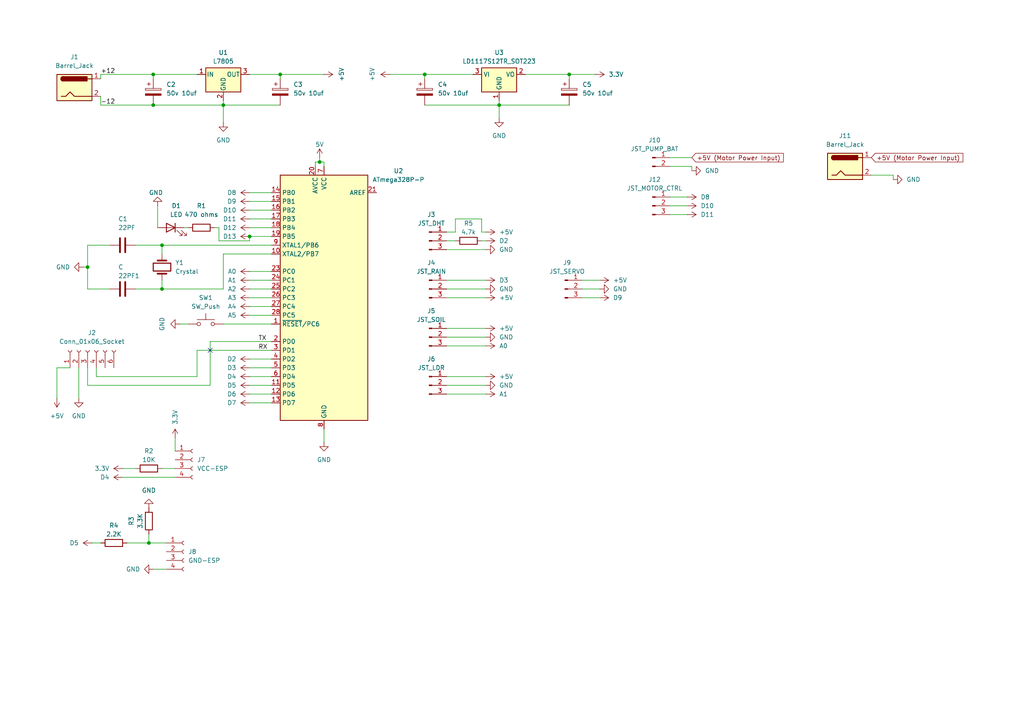
<source format=kicad_sch>
(kicad_sch
	(version 20231120)
	(generator "eeschema")
	(generator_version "8.0")
	(uuid "dde82866-5926-4791-a7c7-0369daeee77f")
	(paper "A4")
	(lib_symbols
		(symbol "Connector:Barrel_Jack"
			(pin_names
				(offset 1.016)
			)
			(exclude_from_sim no)
			(in_bom yes)
			(on_board yes)
			(property "Reference" "J"
				(at 0 5.334 0)
				(effects
					(font
						(size 1.27 1.27)
					)
				)
			)
			(property "Value" "Barrel_Jack"
				(at 0 -5.08 0)
				(effects
					(font
						(size 1.27 1.27)
					)
				)
			)
			(property "Footprint" ""
				(at 1.27 -1.016 0)
				(effects
					(font
						(size 1.27 1.27)
					)
					(hide yes)
				)
			)
			(property "Datasheet" "~"
				(at 1.27 -1.016 0)
				(effects
					(font
						(size 1.27 1.27)
					)
					(hide yes)
				)
			)
			(property "Description" "DC Barrel Jack"
				(at 0 0 0)
				(effects
					(font
						(size 1.27 1.27)
					)
					(hide yes)
				)
			)
			(property "ki_keywords" "DC power barrel jack connector"
				(at 0 0 0)
				(effects
					(font
						(size 1.27 1.27)
					)
					(hide yes)
				)
			)
			(property "ki_fp_filters" "BarrelJack*"
				(at 0 0 0)
				(effects
					(font
						(size 1.27 1.27)
					)
					(hide yes)
				)
			)
			(symbol "Barrel_Jack_0_1"
				(rectangle
					(start -5.08 3.81)
					(end 5.08 -3.81)
					(stroke
						(width 0.254)
						(type default)
					)
					(fill
						(type background)
					)
				)
				(arc
					(start -3.302 3.175)
					(mid -3.9343 2.54)
					(end -3.302 1.905)
					(stroke
						(width 0.254)
						(type default)
					)
					(fill
						(type none)
					)
				)
				(arc
					(start -3.302 3.175)
					(mid -3.9343 2.54)
					(end -3.302 1.905)
					(stroke
						(width 0.254)
						(type default)
					)
					(fill
						(type outline)
					)
				)
				(polyline
					(pts
						(xy 5.08 2.54) (xy 3.81 2.54)
					)
					(stroke
						(width 0.254)
						(type default)
					)
					(fill
						(type none)
					)
				)
				(polyline
					(pts
						(xy -3.81 -2.54) (xy -2.54 -2.54) (xy -1.27 -1.27) (xy 0 -2.54) (xy 2.54 -2.54) (xy 5.08 -2.54)
					)
					(stroke
						(width 0.254)
						(type default)
					)
					(fill
						(type none)
					)
				)
				(rectangle
					(start 3.683 3.175)
					(end -3.302 1.905)
					(stroke
						(width 0.254)
						(type default)
					)
					(fill
						(type outline)
					)
				)
			)
			(symbol "Barrel_Jack_1_1"
				(pin passive line
					(at 7.62 2.54 180)
					(length 2.54)
					(name "~"
						(effects
							(font
								(size 1.27 1.27)
							)
						)
					)
					(number "1"
						(effects
							(font
								(size 1.27 1.27)
							)
						)
					)
				)
				(pin passive line
					(at 7.62 -2.54 180)
					(length 2.54)
					(name "~"
						(effects
							(font
								(size 1.27 1.27)
							)
						)
					)
					(number "2"
						(effects
							(font
								(size 1.27 1.27)
							)
						)
					)
				)
			)
		)
		(symbol "Connector:Conn_01x02_Pin"
			(pin_names
				(offset 1.016) hide)
			(exclude_from_sim no)
			(in_bom yes)
			(on_board yes)
			(property "Reference" "J"
				(at 0 2.54 0)
				(effects
					(font
						(size 1.27 1.27)
					)
				)
			)
			(property "Value" "Conn_01x02_Pin"
				(at 0 -5.08 0)
				(effects
					(font
						(size 1.27 1.27)
					)
				)
			)
			(property "Footprint" ""
				(at 0 0 0)
				(effects
					(font
						(size 1.27 1.27)
					)
					(hide yes)
				)
			)
			(property "Datasheet" "~"
				(at 0 0 0)
				(effects
					(font
						(size 1.27 1.27)
					)
					(hide yes)
				)
			)
			(property "Description" "Generic connector, single row, 01x02, script generated"
				(at 0 0 0)
				(effects
					(font
						(size 1.27 1.27)
					)
					(hide yes)
				)
			)
			(property "ki_locked" ""
				(at 0 0 0)
				(effects
					(font
						(size 1.27 1.27)
					)
				)
			)
			(property "ki_keywords" "connector"
				(at 0 0 0)
				(effects
					(font
						(size 1.27 1.27)
					)
					(hide yes)
				)
			)
			(property "ki_fp_filters" "Connector*:*_1x??_*"
				(at 0 0 0)
				(effects
					(font
						(size 1.27 1.27)
					)
					(hide yes)
				)
			)
			(symbol "Conn_01x02_Pin_1_1"
				(polyline
					(pts
						(xy 1.27 -2.54) (xy 0.8636 -2.54)
					)
					(stroke
						(width 0.1524)
						(type default)
					)
					(fill
						(type none)
					)
				)
				(polyline
					(pts
						(xy 1.27 0) (xy 0.8636 0)
					)
					(stroke
						(width 0.1524)
						(type default)
					)
					(fill
						(type none)
					)
				)
				(rectangle
					(start 0.8636 -2.413)
					(end 0 -2.667)
					(stroke
						(width 0.1524)
						(type default)
					)
					(fill
						(type outline)
					)
				)
				(rectangle
					(start 0.8636 0.127)
					(end 0 -0.127)
					(stroke
						(width 0.1524)
						(type default)
					)
					(fill
						(type outline)
					)
				)
				(pin passive line
					(at 5.08 0 180)
					(length 3.81)
					(name "Pin_1"
						(effects
							(font
								(size 1.27 1.27)
							)
						)
					)
					(number "1"
						(effects
							(font
								(size 1.27 1.27)
							)
						)
					)
				)
				(pin passive line
					(at 5.08 -2.54 180)
					(length 3.81)
					(name "Pin_2"
						(effects
							(font
								(size 1.27 1.27)
							)
						)
					)
					(number "2"
						(effects
							(font
								(size 1.27 1.27)
							)
						)
					)
				)
			)
		)
		(symbol "Connector:Conn_01x03_Pin"
			(pin_names
				(offset 1.016) hide)
			(exclude_from_sim no)
			(in_bom yes)
			(on_board yes)
			(property "Reference" "J"
				(at 0 5.08 0)
				(effects
					(font
						(size 1.27 1.27)
					)
				)
			)
			(property "Value" "Conn_01x03_Pin"
				(at 0 -5.08 0)
				(effects
					(font
						(size 1.27 1.27)
					)
				)
			)
			(property "Footprint" ""
				(at 0 0 0)
				(effects
					(font
						(size 1.27 1.27)
					)
					(hide yes)
				)
			)
			(property "Datasheet" "~"
				(at 0 0 0)
				(effects
					(font
						(size 1.27 1.27)
					)
					(hide yes)
				)
			)
			(property "Description" "Generic connector, single row, 01x03, script generated"
				(at 0 0 0)
				(effects
					(font
						(size 1.27 1.27)
					)
					(hide yes)
				)
			)
			(property "ki_locked" ""
				(at 0 0 0)
				(effects
					(font
						(size 1.27 1.27)
					)
				)
			)
			(property "ki_keywords" "connector"
				(at 0 0 0)
				(effects
					(font
						(size 1.27 1.27)
					)
					(hide yes)
				)
			)
			(property "ki_fp_filters" "Connector*:*_1x??_*"
				(at 0 0 0)
				(effects
					(font
						(size 1.27 1.27)
					)
					(hide yes)
				)
			)
			(symbol "Conn_01x03_Pin_1_1"
				(polyline
					(pts
						(xy 1.27 -2.54) (xy 0.8636 -2.54)
					)
					(stroke
						(width 0.1524)
						(type default)
					)
					(fill
						(type none)
					)
				)
				(polyline
					(pts
						(xy 1.27 0) (xy 0.8636 0)
					)
					(stroke
						(width 0.1524)
						(type default)
					)
					(fill
						(type none)
					)
				)
				(polyline
					(pts
						(xy 1.27 2.54) (xy 0.8636 2.54)
					)
					(stroke
						(width 0.1524)
						(type default)
					)
					(fill
						(type none)
					)
				)
				(rectangle
					(start 0.8636 -2.413)
					(end 0 -2.667)
					(stroke
						(width 0.1524)
						(type default)
					)
					(fill
						(type outline)
					)
				)
				(rectangle
					(start 0.8636 0.127)
					(end 0 -0.127)
					(stroke
						(width 0.1524)
						(type default)
					)
					(fill
						(type outline)
					)
				)
				(rectangle
					(start 0.8636 2.667)
					(end 0 2.413)
					(stroke
						(width 0.1524)
						(type default)
					)
					(fill
						(type outline)
					)
				)
				(pin passive line
					(at 5.08 2.54 180)
					(length 3.81)
					(name "Pin_1"
						(effects
							(font
								(size 1.27 1.27)
							)
						)
					)
					(number "1"
						(effects
							(font
								(size 1.27 1.27)
							)
						)
					)
				)
				(pin passive line
					(at 5.08 0 180)
					(length 3.81)
					(name "Pin_2"
						(effects
							(font
								(size 1.27 1.27)
							)
						)
					)
					(number "2"
						(effects
							(font
								(size 1.27 1.27)
							)
						)
					)
				)
				(pin passive line
					(at 5.08 -2.54 180)
					(length 3.81)
					(name "Pin_3"
						(effects
							(font
								(size 1.27 1.27)
							)
						)
					)
					(number "3"
						(effects
							(font
								(size 1.27 1.27)
							)
						)
					)
				)
			)
		)
		(symbol "Connector:Conn_01x04_Socket"
			(pin_names
				(offset 1.016) hide)
			(exclude_from_sim no)
			(in_bom yes)
			(on_board yes)
			(property "Reference" "J"
				(at 0 5.08 0)
				(effects
					(font
						(size 1.27 1.27)
					)
				)
			)
			(property "Value" "Conn_01x04_Socket"
				(at 0 -7.62 0)
				(effects
					(font
						(size 1.27 1.27)
					)
				)
			)
			(property "Footprint" ""
				(at 0 0 0)
				(effects
					(font
						(size 1.27 1.27)
					)
					(hide yes)
				)
			)
			(property "Datasheet" "~"
				(at 0 0 0)
				(effects
					(font
						(size 1.27 1.27)
					)
					(hide yes)
				)
			)
			(property "Description" "Generic connector, single row, 01x04, script generated"
				(at 0 0 0)
				(effects
					(font
						(size 1.27 1.27)
					)
					(hide yes)
				)
			)
			(property "ki_locked" ""
				(at 0 0 0)
				(effects
					(font
						(size 1.27 1.27)
					)
				)
			)
			(property "ki_keywords" "connector"
				(at 0 0 0)
				(effects
					(font
						(size 1.27 1.27)
					)
					(hide yes)
				)
			)
			(property "ki_fp_filters" "Connector*:*_1x??_*"
				(at 0 0 0)
				(effects
					(font
						(size 1.27 1.27)
					)
					(hide yes)
				)
			)
			(symbol "Conn_01x04_Socket_1_1"
				(arc
					(start 0 -4.572)
					(mid -0.5058 -5.08)
					(end 0 -5.588)
					(stroke
						(width 0.1524)
						(type default)
					)
					(fill
						(type none)
					)
				)
				(arc
					(start 0 -2.032)
					(mid -0.5058 -2.54)
					(end 0 -3.048)
					(stroke
						(width 0.1524)
						(type default)
					)
					(fill
						(type none)
					)
				)
				(polyline
					(pts
						(xy -1.27 -5.08) (xy -0.508 -5.08)
					)
					(stroke
						(width 0.1524)
						(type default)
					)
					(fill
						(type none)
					)
				)
				(polyline
					(pts
						(xy -1.27 -2.54) (xy -0.508 -2.54)
					)
					(stroke
						(width 0.1524)
						(type default)
					)
					(fill
						(type none)
					)
				)
				(polyline
					(pts
						(xy -1.27 0) (xy -0.508 0)
					)
					(stroke
						(width 0.1524)
						(type default)
					)
					(fill
						(type none)
					)
				)
				(polyline
					(pts
						(xy -1.27 2.54) (xy -0.508 2.54)
					)
					(stroke
						(width 0.1524)
						(type default)
					)
					(fill
						(type none)
					)
				)
				(arc
					(start 0 0.508)
					(mid -0.5058 0)
					(end 0 -0.508)
					(stroke
						(width 0.1524)
						(type default)
					)
					(fill
						(type none)
					)
				)
				(arc
					(start 0 3.048)
					(mid -0.5058 2.54)
					(end 0 2.032)
					(stroke
						(width 0.1524)
						(type default)
					)
					(fill
						(type none)
					)
				)
				(pin passive line
					(at -5.08 2.54 0)
					(length 3.81)
					(name "Pin_1"
						(effects
							(font
								(size 1.27 1.27)
							)
						)
					)
					(number "1"
						(effects
							(font
								(size 1.27 1.27)
							)
						)
					)
				)
				(pin passive line
					(at -5.08 0 0)
					(length 3.81)
					(name "Pin_2"
						(effects
							(font
								(size 1.27 1.27)
							)
						)
					)
					(number "2"
						(effects
							(font
								(size 1.27 1.27)
							)
						)
					)
				)
				(pin passive line
					(at -5.08 -2.54 0)
					(length 3.81)
					(name "Pin_3"
						(effects
							(font
								(size 1.27 1.27)
							)
						)
					)
					(number "3"
						(effects
							(font
								(size 1.27 1.27)
							)
						)
					)
				)
				(pin passive line
					(at -5.08 -5.08 0)
					(length 3.81)
					(name "Pin_4"
						(effects
							(font
								(size 1.27 1.27)
							)
						)
					)
					(number "4"
						(effects
							(font
								(size 1.27 1.27)
							)
						)
					)
				)
			)
		)
		(symbol "Connector:Conn_01x06_Socket"
			(pin_names
				(offset 1.016) hide)
			(exclude_from_sim no)
			(in_bom yes)
			(on_board yes)
			(property "Reference" "J"
				(at 0 7.62 0)
				(effects
					(font
						(size 1.27 1.27)
					)
				)
			)
			(property "Value" "Conn_01x06_Socket"
				(at 0 -10.16 0)
				(effects
					(font
						(size 1.27 1.27)
					)
				)
			)
			(property "Footprint" ""
				(at 0 0 0)
				(effects
					(font
						(size 1.27 1.27)
					)
					(hide yes)
				)
			)
			(property "Datasheet" "~"
				(at 0 0 0)
				(effects
					(font
						(size 1.27 1.27)
					)
					(hide yes)
				)
			)
			(property "Description" "Generic connector, single row, 01x06, script generated"
				(at 0 0 0)
				(effects
					(font
						(size 1.27 1.27)
					)
					(hide yes)
				)
			)
			(property "ki_locked" ""
				(at 0 0 0)
				(effects
					(font
						(size 1.27 1.27)
					)
				)
			)
			(property "ki_keywords" "connector"
				(at 0 0 0)
				(effects
					(font
						(size 1.27 1.27)
					)
					(hide yes)
				)
			)
			(property "ki_fp_filters" "Connector*:*_1x??_*"
				(at 0 0 0)
				(effects
					(font
						(size 1.27 1.27)
					)
					(hide yes)
				)
			)
			(symbol "Conn_01x06_Socket_1_1"
				(arc
					(start 0 -7.112)
					(mid -0.5058 -7.62)
					(end 0 -8.128)
					(stroke
						(width 0.1524)
						(type default)
					)
					(fill
						(type none)
					)
				)
				(arc
					(start 0 -4.572)
					(mid -0.5058 -5.08)
					(end 0 -5.588)
					(stroke
						(width 0.1524)
						(type default)
					)
					(fill
						(type none)
					)
				)
				(arc
					(start 0 -2.032)
					(mid -0.5058 -2.54)
					(end 0 -3.048)
					(stroke
						(width 0.1524)
						(type default)
					)
					(fill
						(type none)
					)
				)
				(polyline
					(pts
						(xy -1.27 -7.62) (xy -0.508 -7.62)
					)
					(stroke
						(width 0.1524)
						(type default)
					)
					(fill
						(type none)
					)
				)
				(polyline
					(pts
						(xy -1.27 -5.08) (xy -0.508 -5.08)
					)
					(stroke
						(width 0.1524)
						(type default)
					)
					(fill
						(type none)
					)
				)
				(polyline
					(pts
						(xy -1.27 -2.54) (xy -0.508 -2.54)
					)
					(stroke
						(width 0.1524)
						(type default)
					)
					(fill
						(type none)
					)
				)
				(polyline
					(pts
						(xy -1.27 0) (xy -0.508 0)
					)
					(stroke
						(width 0.1524)
						(type default)
					)
					(fill
						(type none)
					)
				)
				(polyline
					(pts
						(xy -1.27 2.54) (xy -0.508 2.54)
					)
					(stroke
						(width 0.1524)
						(type default)
					)
					(fill
						(type none)
					)
				)
				(polyline
					(pts
						(xy -1.27 5.08) (xy -0.508 5.08)
					)
					(stroke
						(width 0.1524)
						(type default)
					)
					(fill
						(type none)
					)
				)
				(arc
					(start 0 0.508)
					(mid -0.5058 0)
					(end 0 -0.508)
					(stroke
						(width 0.1524)
						(type default)
					)
					(fill
						(type none)
					)
				)
				(arc
					(start 0 3.048)
					(mid -0.5058 2.54)
					(end 0 2.032)
					(stroke
						(width 0.1524)
						(type default)
					)
					(fill
						(type none)
					)
				)
				(arc
					(start 0 5.588)
					(mid -0.5058 5.08)
					(end 0 4.572)
					(stroke
						(width 0.1524)
						(type default)
					)
					(fill
						(type none)
					)
				)
				(pin passive line
					(at -5.08 5.08 0)
					(length 3.81)
					(name "Pin_1"
						(effects
							(font
								(size 1.27 1.27)
							)
						)
					)
					(number "1"
						(effects
							(font
								(size 1.27 1.27)
							)
						)
					)
				)
				(pin passive line
					(at -5.08 2.54 0)
					(length 3.81)
					(name "Pin_2"
						(effects
							(font
								(size 1.27 1.27)
							)
						)
					)
					(number "2"
						(effects
							(font
								(size 1.27 1.27)
							)
						)
					)
				)
				(pin passive line
					(at -5.08 0 0)
					(length 3.81)
					(name "Pin_3"
						(effects
							(font
								(size 1.27 1.27)
							)
						)
					)
					(number "3"
						(effects
							(font
								(size 1.27 1.27)
							)
						)
					)
				)
				(pin passive line
					(at -5.08 -2.54 0)
					(length 3.81)
					(name "Pin_4"
						(effects
							(font
								(size 1.27 1.27)
							)
						)
					)
					(number "4"
						(effects
							(font
								(size 1.27 1.27)
							)
						)
					)
				)
				(pin passive line
					(at -5.08 -5.08 0)
					(length 3.81)
					(name "Pin_5"
						(effects
							(font
								(size 1.27 1.27)
							)
						)
					)
					(number "5"
						(effects
							(font
								(size 1.27 1.27)
							)
						)
					)
				)
				(pin passive line
					(at -5.08 -7.62 0)
					(length 3.81)
					(name "Pin_6"
						(effects
							(font
								(size 1.27 1.27)
							)
						)
					)
					(number "6"
						(effects
							(font
								(size 1.27 1.27)
							)
						)
					)
				)
			)
		)
		(symbol "Device:C"
			(pin_numbers hide)
			(pin_names
				(offset 0.254)
			)
			(exclude_from_sim no)
			(in_bom yes)
			(on_board yes)
			(property "Reference" "C"
				(at 0.635 2.54 0)
				(effects
					(font
						(size 1.27 1.27)
					)
					(justify left)
				)
			)
			(property "Value" "C"
				(at 0.635 -2.54 0)
				(effects
					(font
						(size 1.27 1.27)
					)
					(justify left)
				)
			)
			(property "Footprint" ""
				(at 0.9652 -3.81 0)
				(effects
					(font
						(size 1.27 1.27)
					)
					(hide yes)
				)
			)
			(property "Datasheet" "~"
				(at 0 0 0)
				(effects
					(font
						(size 1.27 1.27)
					)
					(hide yes)
				)
			)
			(property "Description" "Unpolarized capacitor"
				(at 0 0 0)
				(effects
					(font
						(size 1.27 1.27)
					)
					(hide yes)
				)
			)
			(property "ki_keywords" "cap capacitor"
				(at 0 0 0)
				(effects
					(font
						(size 1.27 1.27)
					)
					(hide yes)
				)
			)
			(property "ki_fp_filters" "C_*"
				(at 0 0 0)
				(effects
					(font
						(size 1.27 1.27)
					)
					(hide yes)
				)
			)
			(symbol "C_0_1"
				(polyline
					(pts
						(xy -2.032 -0.762) (xy 2.032 -0.762)
					)
					(stroke
						(width 0.508)
						(type default)
					)
					(fill
						(type none)
					)
				)
				(polyline
					(pts
						(xy -2.032 0.762) (xy 2.032 0.762)
					)
					(stroke
						(width 0.508)
						(type default)
					)
					(fill
						(type none)
					)
				)
			)
			(symbol "C_1_1"
				(pin passive line
					(at 0 3.81 270)
					(length 2.794)
					(name "~"
						(effects
							(font
								(size 1.27 1.27)
							)
						)
					)
					(number "1"
						(effects
							(font
								(size 1.27 1.27)
							)
						)
					)
				)
				(pin passive line
					(at 0 -3.81 90)
					(length 2.794)
					(name "~"
						(effects
							(font
								(size 1.27 1.27)
							)
						)
					)
					(number "2"
						(effects
							(font
								(size 1.27 1.27)
							)
						)
					)
				)
			)
		)
		(symbol "Device:C_Polarized"
			(pin_numbers hide)
			(pin_names
				(offset 0.254)
			)
			(exclude_from_sim no)
			(in_bom yes)
			(on_board yes)
			(property "Reference" "C"
				(at 0.635 2.54 0)
				(effects
					(font
						(size 1.27 1.27)
					)
					(justify left)
				)
			)
			(property "Value" "C_Polarized"
				(at 0.635 -2.54 0)
				(effects
					(font
						(size 1.27 1.27)
					)
					(justify left)
				)
			)
			(property "Footprint" ""
				(at 0.9652 -3.81 0)
				(effects
					(font
						(size 1.27 1.27)
					)
					(hide yes)
				)
			)
			(property "Datasheet" "~"
				(at 0 0 0)
				(effects
					(font
						(size 1.27 1.27)
					)
					(hide yes)
				)
			)
			(property "Description" "Polarized capacitor"
				(at 0 0 0)
				(effects
					(font
						(size 1.27 1.27)
					)
					(hide yes)
				)
			)
			(property "ki_keywords" "cap capacitor"
				(at 0 0 0)
				(effects
					(font
						(size 1.27 1.27)
					)
					(hide yes)
				)
			)
			(property "ki_fp_filters" "CP_*"
				(at 0 0 0)
				(effects
					(font
						(size 1.27 1.27)
					)
					(hide yes)
				)
			)
			(symbol "C_Polarized_0_1"
				(rectangle
					(start -2.286 0.508)
					(end 2.286 1.016)
					(stroke
						(width 0)
						(type default)
					)
					(fill
						(type none)
					)
				)
				(polyline
					(pts
						(xy -1.778 2.286) (xy -0.762 2.286)
					)
					(stroke
						(width 0)
						(type default)
					)
					(fill
						(type none)
					)
				)
				(polyline
					(pts
						(xy -1.27 2.794) (xy -1.27 1.778)
					)
					(stroke
						(width 0)
						(type default)
					)
					(fill
						(type none)
					)
				)
				(rectangle
					(start 2.286 -0.508)
					(end -2.286 -1.016)
					(stroke
						(width 0)
						(type default)
					)
					(fill
						(type outline)
					)
				)
			)
			(symbol "C_Polarized_1_1"
				(pin passive line
					(at 0 3.81 270)
					(length 2.794)
					(name "~"
						(effects
							(font
								(size 1.27 1.27)
							)
						)
					)
					(number "1"
						(effects
							(font
								(size 1.27 1.27)
							)
						)
					)
				)
				(pin passive line
					(at 0 -3.81 90)
					(length 2.794)
					(name "~"
						(effects
							(font
								(size 1.27 1.27)
							)
						)
					)
					(number "2"
						(effects
							(font
								(size 1.27 1.27)
							)
						)
					)
				)
			)
		)
		(symbol "Device:Crystal"
			(pin_numbers hide)
			(pin_names
				(offset 1.016) hide)
			(exclude_from_sim no)
			(in_bom yes)
			(on_board yes)
			(property "Reference" "Y"
				(at 0 3.81 0)
				(effects
					(font
						(size 1.27 1.27)
					)
				)
			)
			(property "Value" "Crystal"
				(at 0 -3.81 0)
				(effects
					(font
						(size 1.27 1.27)
					)
				)
			)
			(property "Footprint" ""
				(at 0 0 0)
				(effects
					(font
						(size 1.27 1.27)
					)
					(hide yes)
				)
			)
			(property "Datasheet" "~"
				(at 0 0 0)
				(effects
					(font
						(size 1.27 1.27)
					)
					(hide yes)
				)
			)
			(property "Description" "Two pin crystal"
				(at 0 0 0)
				(effects
					(font
						(size 1.27 1.27)
					)
					(hide yes)
				)
			)
			(property "ki_keywords" "quartz ceramic resonator oscillator"
				(at 0 0 0)
				(effects
					(font
						(size 1.27 1.27)
					)
					(hide yes)
				)
			)
			(property "ki_fp_filters" "Crystal*"
				(at 0 0 0)
				(effects
					(font
						(size 1.27 1.27)
					)
					(hide yes)
				)
			)
			(symbol "Crystal_0_1"
				(rectangle
					(start -1.143 2.54)
					(end 1.143 -2.54)
					(stroke
						(width 0.3048)
						(type default)
					)
					(fill
						(type none)
					)
				)
				(polyline
					(pts
						(xy -2.54 0) (xy -1.905 0)
					)
					(stroke
						(width 0)
						(type default)
					)
					(fill
						(type none)
					)
				)
				(polyline
					(pts
						(xy -1.905 -1.27) (xy -1.905 1.27)
					)
					(stroke
						(width 0.508)
						(type default)
					)
					(fill
						(type none)
					)
				)
				(polyline
					(pts
						(xy 1.905 -1.27) (xy 1.905 1.27)
					)
					(stroke
						(width 0.508)
						(type default)
					)
					(fill
						(type none)
					)
				)
				(polyline
					(pts
						(xy 2.54 0) (xy 1.905 0)
					)
					(stroke
						(width 0)
						(type default)
					)
					(fill
						(type none)
					)
				)
			)
			(symbol "Crystal_1_1"
				(pin passive line
					(at -3.81 0 0)
					(length 1.27)
					(name "1"
						(effects
							(font
								(size 1.27 1.27)
							)
						)
					)
					(number "1"
						(effects
							(font
								(size 1.27 1.27)
							)
						)
					)
				)
				(pin passive line
					(at 3.81 0 180)
					(length 1.27)
					(name "2"
						(effects
							(font
								(size 1.27 1.27)
							)
						)
					)
					(number "2"
						(effects
							(font
								(size 1.27 1.27)
							)
						)
					)
				)
			)
		)
		(symbol "Device:LED"
			(pin_numbers hide)
			(pin_names
				(offset 1.016) hide)
			(exclude_from_sim no)
			(in_bom yes)
			(on_board yes)
			(property "Reference" "D"
				(at 0 2.54 0)
				(effects
					(font
						(size 1.27 1.27)
					)
				)
			)
			(property "Value" "LED"
				(at 0 -2.54 0)
				(effects
					(font
						(size 1.27 1.27)
					)
				)
			)
			(property "Footprint" ""
				(at 0 0 0)
				(effects
					(font
						(size 1.27 1.27)
					)
					(hide yes)
				)
			)
			(property "Datasheet" "~"
				(at 0 0 0)
				(effects
					(font
						(size 1.27 1.27)
					)
					(hide yes)
				)
			)
			(property "Description" "Light emitting diode"
				(at 0 0 0)
				(effects
					(font
						(size 1.27 1.27)
					)
					(hide yes)
				)
			)
			(property "ki_keywords" "LED diode"
				(at 0 0 0)
				(effects
					(font
						(size 1.27 1.27)
					)
					(hide yes)
				)
			)
			(property "ki_fp_filters" "LED* LED_SMD:* LED_THT:*"
				(at 0 0 0)
				(effects
					(font
						(size 1.27 1.27)
					)
					(hide yes)
				)
			)
			(symbol "LED_0_1"
				(polyline
					(pts
						(xy -1.27 -1.27) (xy -1.27 1.27)
					)
					(stroke
						(width 0.254)
						(type default)
					)
					(fill
						(type none)
					)
				)
				(polyline
					(pts
						(xy -1.27 0) (xy 1.27 0)
					)
					(stroke
						(width 0)
						(type default)
					)
					(fill
						(type none)
					)
				)
				(polyline
					(pts
						(xy 1.27 -1.27) (xy 1.27 1.27) (xy -1.27 0) (xy 1.27 -1.27)
					)
					(stroke
						(width 0.254)
						(type default)
					)
					(fill
						(type none)
					)
				)
				(polyline
					(pts
						(xy -3.048 -0.762) (xy -4.572 -2.286) (xy -3.81 -2.286) (xy -4.572 -2.286) (xy -4.572 -1.524)
					)
					(stroke
						(width 0)
						(type default)
					)
					(fill
						(type none)
					)
				)
				(polyline
					(pts
						(xy -1.778 -0.762) (xy -3.302 -2.286) (xy -2.54 -2.286) (xy -3.302 -2.286) (xy -3.302 -1.524)
					)
					(stroke
						(width 0)
						(type default)
					)
					(fill
						(type none)
					)
				)
			)
			(symbol "LED_1_1"
				(pin passive line
					(at -3.81 0 0)
					(length 2.54)
					(name "K"
						(effects
							(font
								(size 1.27 1.27)
							)
						)
					)
					(number "1"
						(effects
							(font
								(size 1.27 1.27)
							)
						)
					)
				)
				(pin passive line
					(at 3.81 0 180)
					(length 2.54)
					(name "A"
						(effects
							(font
								(size 1.27 1.27)
							)
						)
					)
					(number "2"
						(effects
							(font
								(size 1.27 1.27)
							)
						)
					)
				)
			)
		)
		(symbol "Device:R"
			(pin_numbers hide)
			(pin_names
				(offset 0)
			)
			(exclude_from_sim no)
			(in_bom yes)
			(on_board yes)
			(property "Reference" "R"
				(at 2.032 0 90)
				(effects
					(font
						(size 1.27 1.27)
					)
				)
			)
			(property "Value" "R"
				(at 0 0 90)
				(effects
					(font
						(size 1.27 1.27)
					)
				)
			)
			(property "Footprint" ""
				(at -1.778 0 90)
				(effects
					(font
						(size 1.27 1.27)
					)
					(hide yes)
				)
			)
			(property "Datasheet" "~"
				(at 0 0 0)
				(effects
					(font
						(size 1.27 1.27)
					)
					(hide yes)
				)
			)
			(property "Description" "Resistor"
				(at 0 0 0)
				(effects
					(font
						(size 1.27 1.27)
					)
					(hide yes)
				)
			)
			(property "ki_keywords" "R res resistor"
				(at 0 0 0)
				(effects
					(font
						(size 1.27 1.27)
					)
					(hide yes)
				)
			)
			(property "ki_fp_filters" "R_*"
				(at 0 0 0)
				(effects
					(font
						(size 1.27 1.27)
					)
					(hide yes)
				)
			)
			(symbol "R_0_1"
				(rectangle
					(start -1.016 -2.54)
					(end 1.016 2.54)
					(stroke
						(width 0.254)
						(type default)
					)
					(fill
						(type none)
					)
				)
			)
			(symbol "R_1_1"
				(pin passive line
					(at 0 3.81 270)
					(length 1.27)
					(name "~"
						(effects
							(font
								(size 1.27 1.27)
							)
						)
					)
					(number "1"
						(effects
							(font
								(size 1.27 1.27)
							)
						)
					)
				)
				(pin passive line
					(at 0 -3.81 90)
					(length 1.27)
					(name "~"
						(effects
							(font
								(size 1.27 1.27)
							)
						)
					)
					(number "2"
						(effects
							(font
								(size 1.27 1.27)
							)
						)
					)
				)
			)
		)
		(symbol "MCU_Microchip_ATmega:ATmega328P-P"
			(exclude_from_sim no)
			(in_bom yes)
			(on_board yes)
			(property "Reference" "U"
				(at -12.7 36.83 0)
				(effects
					(font
						(size 1.27 1.27)
					)
					(justify left bottom)
				)
			)
			(property "Value" "ATmega328P-P"
				(at 2.54 -36.83 0)
				(effects
					(font
						(size 1.27 1.27)
					)
					(justify left top)
				)
			)
			(property "Footprint" "Package_DIP:DIP-28_W7.62mm"
				(at 0 0 0)
				(effects
					(font
						(size 1.27 1.27)
						(italic yes)
					)
					(hide yes)
				)
			)
			(property "Datasheet" "http://ww1.microchip.com/downloads/en/DeviceDoc/ATmega328_P%20AVR%20MCU%20with%20picoPower%20Technology%20Data%20Sheet%2040001984A.pdf"
				(at 0 0 0)
				(effects
					(font
						(size 1.27 1.27)
					)
					(hide yes)
				)
			)
			(property "Description" "20MHz, 32kB Flash, 2kB SRAM, 1kB EEPROM, DIP-28"
				(at 0 0 0)
				(effects
					(font
						(size 1.27 1.27)
					)
					(hide yes)
				)
			)
			(property "ki_keywords" "AVR 8bit Microcontroller MegaAVR PicoPower"
				(at 0 0 0)
				(effects
					(font
						(size 1.27 1.27)
					)
					(hide yes)
				)
			)
			(property "ki_fp_filters" "DIP*W7.62mm*"
				(at 0 0 0)
				(effects
					(font
						(size 1.27 1.27)
					)
					(hide yes)
				)
			)
			(symbol "ATmega328P-P_0_1"
				(rectangle
					(start -12.7 -35.56)
					(end 12.7 35.56)
					(stroke
						(width 0.254)
						(type default)
					)
					(fill
						(type background)
					)
				)
			)
			(symbol "ATmega328P-P_1_1"
				(pin bidirectional line
					(at 15.24 -7.62 180)
					(length 2.54)
					(name "~{RESET}/PC6"
						(effects
							(font
								(size 1.27 1.27)
							)
						)
					)
					(number "1"
						(effects
							(font
								(size 1.27 1.27)
							)
						)
					)
				)
				(pin bidirectional line
					(at 15.24 12.7 180)
					(length 2.54)
					(name "XTAL2/PB7"
						(effects
							(font
								(size 1.27 1.27)
							)
						)
					)
					(number "10"
						(effects
							(font
								(size 1.27 1.27)
							)
						)
					)
				)
				(pin bidirectional line
					(at 15.24 -25.4 180)
					(length 2.54)
					(name "PD5"
						(effects
							(font
								(size 1.27 1.27)
							)
						)
					)
					(number "11"
						(effects
							(font
								(size 1.27 1.27)
							)
						)
					)
				)
				(pin bidirectional line
					(at 15.24 -27.94 180)
					(length 2.54)
					(name "PD6"
						(effects
							(font
								(size 1.27 1.27)
							)
						)
					)
					(number "12"
						(effects
							(font
								(size 1.27 1.27)
							)
						)
					)
				)
				(pin bidirectional line
					(at 15.24 -30.48 180)
					(length 2.54)
					(name "PD7"
						(effects
							(font
								(size 1.27 1.27)
							)
						)
					)
					(number "13"
						(effects
							(font
								(size 1.27 1.27)
							)
						)
					)
				)
				(pin bidirectional line
					(at 15.24 30.48 180)
					(length 2.54)
					(name "PB0"
						(effects
							(font
								(size 1.27 1.27)
							)
						)
					)
					(number "14"
						(effects
							(font
								(size 1.27 1.27)
							)
						)
					)
				)
				(pin bidirectional line
					(at 15.24 27.94 180)
					(length 2.54)
					(name "PB1"
						(effects
							(font
								(size 1.27 1.27)
							)
						)
					)
					(number "15"
						(effects
							(font
								(size 1.27 1.27)
							)
						)
					)
				)
				(pin bidirectional line
					(at 15.24 25.4 180)
					(length 2.54)
					(name "PB2"
						(effects
							(font
								(size 1.27 1.27)
							)
						)
					)
					(number "16"
						(effects
							(font
								(size 1.27 1.27)
							)
						)
					)
				)
				(pin bidirectional line
					(at 15.24 22.86 180)
					(length 2.54)
					(name "PB3"
						(effects
							(font
								(size 1.27 1.27)
							)
						)
					)
					(number "17"
						(effects
							(font
								(size 1.27 1.27)
							)
						)
					)
				)
				(pin bidirectional line
					(at 15.24 20.32 180)
					(length 2.54)
					(name "PB4"
						(effects
							(font
								(size 1.27 1.27)
							)
						)
					)
					(number "18"
						(effects
							(font
								(size 1.27 1.27)
							)
						)
					)
				)
				(pin bidirectional line
					(at 15.24 17.78 180)
					(length 2.54)
					(name "PB5"
						(effects
							(font
								(size 1.27 1.27)
							)
						)
					)
					(number "19"
						(effects
							(font
								(size 1.27 1.27)
							)
						)
					)
				)
				(pin bidirectional line
					(at 15.24 -12.7 180)
					(length 2.54)
					(name "PD0"
						(effects
							(font
								(size 1.27 1.27)
							)
						)
					)
					(number "2"
						(effects
							(font
								(size 1.27 1.27)
							)
						)
					)
				)
				(pin power_in line
					(at 2.54 38.1 270)
					(length 2.54)
					(name "AVCC"
						(effects
							(font
								(size 1.27 1.27)
							)
						)
					)
					(number "20"
						(effects
							(font
								(size 1.27 1.27)
							)
						)
					)
				)
				(pin passive line
					(at -15.24 30.48 0)
					(length 2.54)
					(name "AREF"
						(effects
							(font
								(size 1.27 1.27)
							)
						)
					)
					(number "21"
						(effects
							(font
								(size 1.27 1.27)
							)
						)
					)
				)
				(pin passive line
					(at 0 -38.1 90)
					(length 2.54) hide
					(name "GND"
						(effects
							(font
								(size 1.27 1.27)
							)
						)
					)
					(number "22"
						(effects
							(font
								(size 1.27 1.27)
							)
						)
					)
				)
				(pin bidirectional line
					(at 15.24 7.62 180)
					(length 2.54)
					(name "PC0"
						(effects
							(font
								(size 1.27 1.27)
							)
						)
					)
					(number "23"
						(effects
							(font
								(size 1.27 1.27)
							)
						)
					)
				)
				(pin bidirectional line
					(at 15.24 5.08 180)
					(length 2.54)
					(name "PC1"
						(effects
							(font
								(size 1.27 1.27)
							)
						)
					)
					(number "24"
						(effects
							(font
								(size 1.27 1.27)
							)
						)
					)
				)
				(pin bidirectional line
					(at 15.24 2.54 180)
					(length 2.54)
					(name "PC2"
						(effects
							(font
								(size 1.27 1.27)
							)
						)
					)
					(number "25"
						(effects
							(font
								(size 1.27 1.27)
							)
						)
					)
				)
				(pin bidirectional line
					(at 15.24 0 180)
					(length 2.54)
					(name "PC3"
						(effects
							(font
								(size 1.27 1.27)
							)
						)
					)
					(number "26"
						(effects
							(font
								(size 1.27 1.27)
							)
						)
					)
				)
				(pin bidirectional line
					(at 15.24 -2.54 180)
					(length 2.54)
					(name "PC4"
						(effects
							(font
								(size 1.27 1.27)
							)
						)
					)
					(number "27"
						(effects
							(font
								(size 1.27 1.27)
							)
						)
					)
				)
				(pin bidirectional line
					(at 15.24 -5.08 180)
					(length 2.54)
					(name "PC5"
						(effects
							(font
								(size 1.27 1.27)
							)
						)
					)
					(number "28"
						(effects
							(font
								(size 1.27 1.27)
							)
						)
					)
				)
				(pin bidirectional line
					(at 15.24 -15.24 180)
					(length 2.54)
					(name "PD1"
						(effects
							(font
								(size 1.27 1.27)
							)
						)
					)
					(number "3"
						(effects
							(font
								(size 1.27 1.27)
							)
						)
					)
				)
				(pin bidirectional line
					(at 15.24 -17.78 180)
					(length 2.54)
					(name "PD2"
						(effects
							(font
								(size 1.27 1.27)
							)
						)
					)
					(number "4"
						(effects
							(font
								(size 1.27 1.27)
							)
						)
					)
				)
				(pin bidirectional line
					(at 15.24 -20.32 180)
					(length 2.54)
					(name "PD3"
						(effects
							(font
								(size 1.27 1.27)
							)
						)
					)
					(number "5"
						(effects
							(font
								(size 1.27 1.27)
							)
						)
					)
				)
				(pin bidirectional line
					(at 15.24 -22.86 180)
					(length 2.54)
					(name "PD4"
						(effects
							(font
								(size 1.27 1.27)
							)
						)
					)
					(number "6"
						(effects
							(font
								(size 1.27 1.27)
							)
						)
					)
				)
				(pin power_in line
					(at 0 38.1 270)
					(length 2.54)
					(name "VCC"
						(effects
							(font
								(size 1.27 1.27)
							)
						)
					)
					(number "7"
						(effects
							(font
								(size 1.27 1.27)
							)
						)
					)
				)
				(pin power_in line
					(at 0 -38.1 90)
					(length 2.54)
					(name "GND"
						(effects
							(font
								(size 1.27 1.27)
							)
						)
					)
					(number "8"
						(effects
							(font
								(size 1.27 1.27)
							)
						)
					)
				)
				(pin bidirectional line
					(at 15.24 15.24 180)
					(length 2.54)
					(name "XTAL1/PB6"
						(effects
							(font
								(size 1.27 1.27)
							)
						)
					)
					(number "9"
						(effects
							(font
								(size 1.27 1.27)
							)
						)
					)
				)
			)
		)
		(symbol "Regulator_Linear:L7805"
			(pin_names
				(offset 0.254)
			)
			(exclude_from_sim no)
			(in_bom yes)
			(on_board yes)
			(property "Reference" "U"
				(at -3.81 3.175 0)
				(effects
					(font
						(size 1.27 1.27)
					)
				)
			)
			(property "Value" "L7805"
				(at 0 3.175 0)
				(effects
					(font
						(size 1.27 1.27)
					)
					(justify left)
				)
			)
			(property "Footprint" ""
				(at 0.635 -3.81 0)
				(effects
					(font
						(size 1.27 1.27)
						(italic yes)
					)
					(justify left)
					(hide yes)
				)
			)
			(property "Datasheet" "http://www.st.com/content/ccc/resource/technical/document/datasheet/41/4f/b3/b0/12/d4/47/88/CD00000444.pdf/files/CD00000444.pdf/jcr:content/translations/en.CD00000444.pdf"
				(at 0 -1.27 0)
				(effects
					(font
						(size 1.27 1.27)
					)
					(hide yes)
				)
			)
			(property "Description" "Positive 1.5A 35V Linear Regulator, Fixed Output 5V, TO-220/TO-263/TO-252"
				(at 0 0 0)
				(effects
					(font
						(size 1.27 1.27)
					)
					(hide yes)
				)
			)
			(property "ki_keywords" "Voltage Regulator 1.5A Positive"
				(at 0 0 0)
				(effects
					(font
						(size 1.27 1.27)
					)
					(hide yes)
				)
			)
			(property "ki_fp_filters" "TO?252* TO?263* TO?220*"
				(at 0 0 0)
				(effects
					(font
						(size 1.27 1.27)
					)
					(hide yes)
				)
			)
			(symbol "L7805_0_1"
				(rectangle
					(start -5.08 1.905)
					(end 5.08 -5.08)
					(stroke
						(width 0.254)
						(type default)
					)
					(fill
						(type background)
					)
				)
			)
			(symbol "L7805_1_1"
				(pin power_in line
					(at -7.62 0 0)
					(length 2.54)
					(name "IN"
						(effects
							(font
								(size 1.27 1.27)
							)
						)
					)
					(number "1"
						(effects
							(font
								(size 1.27 1.27)
							)
						)
					)
				)
				(pin power_in line
					(at 0 -7.62 90)
					(length 2.54)
					(name "GND"
						(effects
							(font
								(size 1.27 1.27)
							)
						)
					)
					(number "2"
						(effects
							(font
								(size 1.27 1.27)
							)
						)
					)
				)
				(pin power_out line
					(at 7.62 0 180)
					(length 2.54)
					(name "OUT"
						(effects
							(font
								(size 1.27 1.27)
							)
						)
					)
					(number "3"
						(effects
							(font
								(size 1.27 1.27)
							)
						)
					)
				)
			)
		)
		(symbol "Regulator_Linear:LD1117S12TR_SOT223"
			(exclude_from_sim no)
			(in_bom yes)
			(on_board yes)
			(property "Reference" "U"
				(at -3.81 3.175 0)
				(effects
					(font
						(size 1.27 1.27)
					)
				)
			)
			(property "Value" "LD1117S12TR_SOT223"
				(at 0 3.175 0)
				(effects
					(font
						(size 1.27 1.27)
					)
					(justify left)
				)
			)
			(property "Footprint" "Package_TO_SOT_SMD:SOT-223-3_TabPin2"
				(at 0 5.08 0)
				(effects
					(font
						(size 1.27 1.27)
					)
					(hide yes)
				)
			)
			(property "Datasheet" "http://www.st.com/st-web-ui/static/active/en/resource/technical/document/datasheet/CD00000544.pdf"
				(at 2.54 -6.35 0)
				(effects
					(font
						(size 1.27 1.27)
					)
					(hide yes)
				)
			)
			(property "Description" "800mA Fixed Low Drop Positive Voltage Regulator, Fixed Output 1.2V, SOT-223"
				(at 0 0 0)
				(effects
					(font
						(size 1.27 1.27)
					)
					(hide yes)
				)
			)
			(property "ki_keywords" "REGULATOR LDO 1.2V"
				(at 0 0 0)
				(effects
					(font
						(size 1.27 1.27)
					)
					(hide yes)
				)
			)
			(property "ki_fp_filters" "SOT?223*TabPin2*"
				(at 0 0 0)
				(effects
					(font
						(size 1.27 1.27)
					)
					(hide yes)
				)
			)
			(symbol "LD1117S12TR_SOT223_0_1"
				(rectangle
					(start -5.08 -5.08)
					(end 5.08 1.905)
					(stroke
						(width 0.254)
						(type default)
					)
					(fill
						(type background)
					)
				)
			)
			(symbol "LD1117S12TR_SOT223_1_1"
				(pin power_in line
					(at 0 -7.62 90)
					(length 2.54)
					(name "GND"
						(effects
							(font
								(size 1.27 1.27)
							)
						)
					)
					(number "1"
						(effects
							(font
								(size 1.27 1.27)
							)
						)
					)
				)
				(pin power_out line
					(at 7.62 0 180)
					(length 2.54)
					(name "VO"
						(effects
							(font
								(size 1.27 1.27)
							)
						)
					)
					(number "2"
						(effects
							(font
								(size 1.27 1.27)
							)
						)
					)
				)
				(pin power_in line
					(at -7.62 0 0)
					(length 2.54)
					(name "VI"
						(effects
							(font
								(size 1.27 1.27)
							)
						)
					)
					(number "3"
						(effects
							(font
								(size 1.27 1.27)
							)
						)
					)
				)
			)
		)
		(symbol "Switch:SW_Push"
			(pin_numbers hide)
			(pin_names
				(offset 1.016) hide)
			(exclude_from_sim no)
			(in_bom yes)
			(on_board yes)
			(property "Reference" "SW"
				(at 1.27 2.54 0)
				(effects
					(font
						(size 1.27 1.27)
					)
					(justify left)
				)
			)
			(property "Value" "SW_Push"
				(at 0 -1.524 0)
				(effects
					(font
						(size 1.27 1.27)
					)
				)
			)
			(property "Footprint" ""
				(at 0 5.08 0)
				(effects
					(font
						(size 1.27 1.27)
					)
					(hide yes)
				)
			)
			(property "Datasheet" "~"
				(at 0 5.08 0)
				(effects
					(font
						(size 1.27 1.27)
					)
					(hide yes)
				)
			)
			(property "Description" "Push button switch, generic, two pins"
				(at 0 0 0)
				(effects
					(font
						(size 1.27 1.27)
					)
					(hide yes)
				)
			)
			(property "ki_keywords" "switch normally-open pushbutton push-button"
				(at 0 0 0)
				(effects
					(font
						(size 1.27 1.27)
					)
					(hide yes)
				)
			)
			(symbol "SW_Push_0_1"
				(circle
					(center -2.032 0)
					(radius 0.508)
					(stroke
						(width 0)
						(type default)
					)
					(fill
						(type none)
					)
				)
				(polyline
					(pts
						(xy 0 1.27) (xy 0 3.048)
					)
					(stroke
						(width 0)
						(type default)
					)
					(fill
						(type none)
					)
				)
				(polyline
					(pts
						(xy 2.54 1.27) (xy -2.54 1.27)
					)
					(stroke
						(width 0)
						(type default)
					)
					(fill
						(type none)
					)
				)
				(circle
					(center 2.032 0)
					(radius 0.508)
					(stroke
						(width 0)
						(type default)
					)
					(fill
						(type none)
					)
				)
				(pin passive line
					(at -5.08 0 0)
					(length 2.54)
					(name "1"
						(effects
							(font
								(size 1.27 1.27)
							)
						)
					)
					(number "1"
						(effects
							(font
								(size 1.27 1.27)
							)
						)
					)
				)
				(pin passive line
					(at 5.08 0 180)
					(length 2.54)
					(name "2"
						(effects
							(font
								(size 1.27 1.27)
							)
						)
					)
					(number "2"
						(effects
							(font
								(size 1.27 1.27)
							)
						)
					)
				)
			)
		)
		(symbol "power:GND"
			(power)
			(pin_numbers hide)
			(pin_names
				(offset 0) hide)
			(exclude_from_sim no)
			(in_bom yes)
			(on_board yes)
			(property "Reference" "#PWR"
				(at 0 -6.35 0)
				(effects
					(font
						(size 1.27 1.27)
					)
					(hide yes)
				)
			)
			(property "Value" "GND"
				(at 0 -3.81 0)
				(effects
					(font
						(size 1.27 1.27)
					)
				)
			)
			(property "Footprint" ""
				(at 0 0 0)
				(effects
					(font
						(size 1.27 1.27)
					)
					(hide yes)
				)
			)
			(property "Datasheet" ""
				(at 0 0 0)
				(effects
					(font
						(size 1.27 1.27)
					)
					(hide yes)
				)
			)
			(property "Description" "Power symbol creates a global label with name \"GND\" , ground"
				(at 0 0 0)
				(effects
					(font
						(size 1.27 1.27)
					)
					(hide yes)
				)
			)
			(property "ki_keywords" "global power"
				(at 0 0 0)
				(effects
					(font
						(size 1.27 1.27)
					)
					(hide yes)
				)
			)
			(symbol "GND_0_1"
				(polyline
					(pts
						(xy 0 0) (xy 0 -1.27) (xy 1.27 -1.27) (xy 0 -2.54) (xy -1.27 -1.27) (xy 0 -1.27)
					)
					(stroke
						(width 0)
						(type default)
					)
					(fill
						(type none)
					)
				)
			)
			(symbol "GND_1_1"
				(pin power_in line
					(at 0 0 270)
					(length 0)
					(name "~"
						(effects
							(font
								(size 1.27 1.27)
							)
						)
					)
					(number "1"
						(effects
							(font
								(size 1.27 1.27)
							)
						)
					)
				)
			)
		)
		(symbol "power:VCC"
			(power)
			(pin_numbers hide)
			(pin_names
				(offset 0) hide)
			(exclude_from_sim no)
			(in_bom yes)
			(on_board yes)
			(property "Reference" "#PWR"
				(at 0 -3.81 0)
				(effects
					(font
						(size 1.27 1.27)
					)
					(hide yes)
				)
			)
			(property "Value" "VCC"
				(at 0 3.556 0)
				(effects
					(font
						(size 1.27 1.27)
					)
				)
			)
			(property "Footprint" ""
				(at 0 0 0)
				(effects
					(font
						(size 1.27 1.27)
					)
					(hide yes)
				)
			)
			(property "Datasheet" ""
				(at 0 0 0)
				(effects
					(font
						(size 1.27 1.27)
					)
					(hide yes)
				)
			)
			(property "Description" "Power symbol creates a global label with name \"VCC\""
				(at 0 0 0)
				(effects
					(font
						(size 1.27 1.27)
					)
					(hide yes)
				)
			)
			(property "ki_keywords" "global power"
				(at 0 0 0)
				(effects
					(font
						(size 1.27 1.27)
					)
					(hide yes)
				)
			)
			(symbol "VCC_0_1"
				(polyline
					(pts
						(xy -0.762 1.27) (xy 0 2.54)
					)
					(stroke
						(width 0)
						(type default)
					)
					(fill
						(type none)
					)
				)
				(polyline
					(pts
						(xy 0 0) (xy 0 2.54)
					)
					(stroke
						(width 0)
						(type default)
					)
					(fill
						(type none)
					)
				)
				(polyline
					(pts
						(xy 0 2.54) (xy 0.762 1.27)
					)
					(stroke
						(width 0)
						(type default)
					)
					(fill
						(type none)
					)
				)
			)
			(symbol "VCC_1_1"
				(pin power_in line
					(at 0 0 90)
					(length 0)
					(name "~"
						(effects
							(font
								(size 1.27 1.27)
							)
						)
					)
					(number "1"
						(effects
							(font
								(size 1.27 1.27)
							)
						)
					)
				)
			)
		)
	)
	(junction
		(at 123.19 21.59)
		(diameter 0)
		(color 0 0 0 0)
		(uuid "13b4c665-1600-4609-bd69-ebdefa3c0777")
	)
	(junction
		(at 165.1 21.59)
		(diameter 0)
		(color 0 0 0 0)
		(uuid "4b25bad3-6126-40e9-8176-ff414f8cf48d")
	)
	(junction
		(at 81.28 21.59)
		(diameter 0)
		(color 0 0 0 0)
		(uuid "50d5f528-96e0-40b2-baa9-c5f5942ea498")
	)
	(junction
		(at 43.18 157.48)
		(diameter 0)
		(color 0 0 0 0)
		(uuid "5af85124-9f5e-4150-9a2a-ce9a6553736e")
	)
	(junction
		(at 92.71 46.99)
		(diameter 0)
		(color 0 0 0 0)
		(uuid "5f83a882-ab32-483b-9051-cc6d1fbcb8b6")
	)
	(junction
		(at 46.99 83.82)
		(diameter 0)
		(color 0 0 0 0)
		(uuid "6288d903-90fb-4173-87cb-5881663f6380")
	)
	(junction
		(at 144.78 30.48)
		(diameter 0)
		(color 0 0 0 0)
		(uuid "6ea81cce-aa8c-4b79-a843-946d75710887")
	)
	(junction
		(at 46.99 71.12)
		(diameter 0)
		(color 0 0 0 0)
		(uuid "7ca73a75-4123-4e80-b019-dc3c7172b820")
	)
	(junction
		(at 25.4 77.47)
		(diameter 0)
		(color 0 0 0 0)
		(uuid "a77b5ba3-3f31-41e5-923b-e1a1f45b4bd5")
	)
	(junction
		(at 44.45 21.59)
		(diameter 0)
		(color 0 0 0 0)
		(uuid "ac0a0703-23fb-4836-9e53-e1d43bff5774")
	)
	(junction
		(at 44.45 30.48)
		(diameter 0)
		(color 0 0 0 0)
		(uuid "cafa1565-05bc-4462-9323-1c2de8e3a3e1")
	)
	(junction
		(at 64.77 30.48)
		(diameter 0)
		(color 0 0 0 0)
		(uuid "ce77a86a-8440-493f-86d4-1d7d5be7351b")
	)
	(junction
		(at 72.39 68.58)
		(diameter 0)
		(color 0 0 0 0)
		(uuid "fb144788-8949-46bc-b34e-8a57d5288678")
	)
	(no_connect
		(at 60.96 101.6)
		(uuid "b3ba203f-b906-4470-b9c6-419516a027db")
	)
	(wire
		(pts
			(xy 46.99 135.89) (xy 50.8 135.89)
		)
		(stroke
			(width 0)
			(type default)
		)
		(uuid "00edccae-c572-4e62-a7b9-c0752f1a98fa")
	)
	(wire
		(pts
			(xy 129.54 95.25) (xy 140.97 95.25)
		)
		(stroke
			(width 0)
			(type default)
		)
		(uuid "016fe1b4-e45a-4f92-b513-899cfc875106")
	)
	(wire
		(pts
			(xy 81.28 22.86) (xy 81.28 21.59)
		)
		(stroke
			(width 0)
			(type default)
		)
		(uuid "0209058b-f332-4fb7-b457-2e1f0ebf372f")
	)
	(wire
		(pts
			(xy 64.77 29.21) (xy 64.77 30.48)
		)
		(stroke
			(width 0)
			(type default)
		)
		(uuid "03d24588-a54d-4c99-a292-3acc3995e199")
	)
	(wire
		(pts
			(xy 144.78 30.48) (xy 144.78 34.29)
		)
		(stroke
			(width 0)
			(type default)
		)
		(uuid "03efb431-51c7-4834-93a5-b292cd983816")
	)
	(wire
		(pts
			(xy 72.39 91.44) (xy 78.74 91.44)
		)
		(stroke
			(width 0)
			(type default)
		)
		(uuid "04061581-ec0a-4160-9191-3f059a96b88a")
	)
	(wire
		(pts
			(xy 29.21 30.48) (xy 44.45 30.48)
		)
		(stroke
			(width 0)
			(type default)
		)
		(uuid "055e9431-f11b-4589-b6a9-34a35c097138")
	)
	(wire
		(pts
			(xy 165.1 21.59) (xy 172.72 21.59)
		)
		(stroke
			(width 0)
			(type default)
		)
		(uuid "06add468-9a66-4bf7-b19b-9e831872b41b")
	)
	(wire
		(pts
			(xy 165.1 21.59) (xy 165.1 22.86)
		)
		(stroke
			(width 0)
			(type default)
		)
		(uuid "06c2bfc2-6d79-45d6-ab73-ead0e2d86cc6")
	)
	(wire
		(pts
			(xy 78.74 73.66) (xy 64.77 73.66)
		)
		(stroke
			(width 0)
			(type default)
		)
		(uuid "07ef6f44-bd00-4b4c-abae-2feead956fef")
	)
	(wire
		(pts
			(xy 91.44 46.99) (xy 91.44 48.26)
		)
		(stroke
			(width 0)
			(type default)
		)
		(uuid "096cd82b-8bc7-45d1-8bc0-f7b9ad2203ee")
	)
	(wire
		(pts
			(xy 259.08 52.07) (xy 259.08 50.8)
		)
		(stroke
			(width 0)
			(type default)
		)
		(uuid "098406d4-4eb7-4bf4-a951-d72f29a7a1ae")
	)
	(wire
		(pts
			(xy 72.39 83.82) (xy 78.74 83.82)
		)
		(stroke
			(width 0)
			(type default)
		)
		(uuid "0a5612ad-a11d-4190-9482-d904c2083a50")
	)
	(wire
		(pts
			(xy 72.39 86.36) (xy 78.74 86.36)
		)
		(stroke
			(width 0)
			(type default)
		)
		(uuid "0b5a8be3-b76b-40f5-8582-e42446352aac")
	)
	(wire
		(pts
			(xy 92.71 45.72) (xy 92.71 46.99)
		)
		(stroke
			(width 0)
			(type default)
		)
		(uuid "0b7305ad-efe2-4ddc-9860-58eb168bbe50")
	)
	(wire
		(pts
			(xy 43.18 157.48) (xy 48.26 157.48)
		)
		(stroke
			(width 0)
			(type default)
		)
		(uuid "101c8e0a-25b8-4418-aa25-56ebd6748edd")
	)
	(wire
		(pts
			(xy 132.08 63.5) (xy 139.7 63.5)
		)
		(stroke
			(width 0)
			(type default)
		)
		(uuid "1265822e-3bbc-4686-96ed-f246bf8ef39b")
	)
	(wire
		(pts
			(xy 46.99 83.82) (xy 39.37 83.82)
		)
		(stroke
			(width 0)
			(type default)
		)
		(uuid "14bb6ba1-b449-485f-8b86-a3403dcc2fb9")
	)
	(wire
		(pts
			(xy 29.21 21.59) (xy 44.45 21.59)
		)
		(stroke
			(width 0)
			(type default)
		)
		(uuid "163e9081-ab6b-4db9-b772-d66ef5be2b31")
	)
	(wire
		(pts
			(xy 64.77 30.48) (xy 64.77 35.56)
		)
		(stroke
			(width 0)
			(type default)
		)
		(uuid "182daace-11f0-4ded-a1c8-cc3b580ffdfd")
	)
	(wire
		(pts
			(xy 113.03 21.59) (xy 123.19 21.59)
		)
		(stroke
			(width 0)
			(type default)
		)
		(uuid "18c9e75b-dc63-4204-b0b2-ae8dfcc4290d")
	)
	(wire
		(pts
			(xy 72.39 106.68) (xy 78.74 106.68)
		)
		(stroke
			(width 0)
			(type default)
		)
		(uuid "1981fbe9-dd61-4d18-93da-2fe98b147706")
	)
	(wire
		(pts
			(xy 72.39 78.74) (xy 78.74 78.74)
		)
		(stroke
			(width 0)
			(type default)
		)
		(uuid "1a299841-3b1d-4590-b3a4-3acd9d4ccf47")
	)
	(wire
		(pts
			(xy 39.37 71.12) (xy 46.99 71.12)
		)
		(stroke
			(width 0)
			(type default)
		)
		(uuid "1aec6503-d1fc-4f8f-b448-a2f71e92b14b")
	)
	(wire
		(pts
			(xy 50.8 127) (xy 50.8 130.81)
		)
		(stroke
			(width 0)
			(type default)
		)
		(uuid "1fc6b968-2a36-4713-a8c5-cff61d48f374")
	)
	(wire
		(pts
			(xy 194.31 59.69) (xy 199.39 59.69)
		)
		(stroke
			(width 0)
			(type default)
		)
		(uuid "29a0f844-a445-402c-b5de-ddf3dd3e5359")
	)
	(wire
		(pts
			(xy 139.7 67.31) (xy 140.97 67.31)
		)
		(stroke
			(width 0)
			(type default)
		)
		(uuid "2a0b1ca9-8aeb-4e78-a07e-3c6d1d3fc1cd")
	)
	(wire
		(pts
			(xy 20.32 106.68) (xy 16.51 106.68)
		)
		(stroke
			(width 0)
			(type default)
		)
		(uuid "2c86dca8-a803-455d-8115-e7d3d776b4a3")
	)
	(wire
		(pts
			(xy 46.99 71.12) (xy 46.99 73.66)
		)
		(stroke
			(width 0)
			(type default)
		)
		(uuid "2ce5b815-5f94-48d8-846e-0e59db1a1190")
	)
	(wire
		(pts
			(xy 91.44 46.99) (xy 92.71 46.99)
		)
		(stroke
			(width 0)
			(type default)
		)
		(uuid "2f33d26a-eb4e-4070-9974-b0473965197a")
	)
	(wire
		(pts
			(xy 81.28 21.59) (xy 93.98 21.59)
		)
		(stroke
			(width 0)
			(type default)
		)
		(uuid "30ce8c46-16a4-43b4-ab54-ef9578fd67c7")
	)
	(wire
		(pts
			(xy 46.99 71.12) (xy 78.74 71.12)
		)
		(stroke
			(width 0)
			(type default)
		)
		(uuid "320f1e42-8268-4f03-9cf2-0d2fec23dfe2")
	)
	(wire
		(pts
			(xy 72.39 81.28) (xy 78.74 81.28)
		)
		(stroke
			(width 0)
			(type default)
		)
		(uuid "331da8f2-6293-4485-a89c-b163db1c5054")
	)
	(wire
		(pts
			(xy 31.75 71.12) (xy 25.4 71.12)
		)
		(stroke
			(width 0)
			(type default)
		)
		(uuid "3c82df1e-a89c-4049-9d6a-67c4e28b2c3b")
	)
	(wire
		(pts
			(xy 25.4 83.82) (xy 31.75 83.82)
		)
		(stroke
			(width 0)
			(type default)
		)
		(uuid "3c93b39b-c4d2-47b2-9673-9b3b6e1afd3b")
	)
	(wire
		(pts
			(xy 35.56 138.43) (xy 50.8 138.43)
		)
		(stroke
			(width 0)
			(type default)
		)
		(uuid "3d2082bd-6f91-4ddc-97fc-8ae557ed62f5")
	)
	(wire
		(pts
			(xy 46.99 81.28) (xy 46.99 83.82)
		)
		(stroke
			(width 0)
			(type default)
		)
		(uuid "3e792344-f0b1-4dd3-a017-53e4406fe031")
	)
	(wire
		(pts
			(xy 129.54 81.28) (xy 140.97 81.28)
		)
		(stroke
			(width 0)
			(type default)
		)
		(uuid "3fab1635-bf98-4403-9eb7-6932b19b1833")
	)
	(wire
		(pts
			(xy 43.18 154.94) (xy 43.18 157.48)
		)
		(stroke
			(width 0)
			(type default)
		)
		(uuid "43b9b6ce-1501-46a1-9d96-b95b1f39e03f")
	)
	(wire
		(pts
			(xy 259.08 50.8) (xy 252.73 50.8)
		)
		(stroke
			(width 0)
			(type default)
		)
		(uuid "44d3a64b-9e49-4434-a952-beb260607915")
	)
	(wire
		(pts
			(xy 72.39 114.3) (xy 78.74 114.3)
		)
		(stroke
			(width 0)
			(type default)
		)
		(uuid "4ae422e4-c530-4e27-85e1-c03f7a4f0954")
	)
	(wire
		(pts
			(xy 144.78 30.48) (xy 165.1 30.48)
		)
		(stroke
			(width 0)
			(type default)
		)
		(uuid "4c0334d1-df8c-4cf7-9471-0c74fe9c772d")
	)
	(wire
		(pts
			(xy 25.4 77.47) (xy 25.4 83.82)
		)
		(stroke
			(width 0)
			(type default)
		)
		(uuid "5146b172-7711-48bb-a4dd-97ce9d0a3f79")
	)
	(wire
		(pts
			(xy 72.39 109.22) (xy 78.74 109.22)
		)
		(stroke
			(width 0)
			(type default)
		)
		(uuid "51980260-870d-403b-98e8-76b97485611e")
	)
	(wire
		(pts
			(xy 123.19 30.48) (xy 144.78 30.48)
		)
		(stroke
			(width 0)
			(type default)
		)
		(uuid "52b9199f-6aa7-43bd-9cf2-ec18b1287d85")
	)
	(wire
		(pts
			(xy 24.13 77.47) (xy 25.4 77.47)
		)
		(stroke
			(width 0)
			(type default)
		)
		(uuid "54230b38-58bb-468d-b816-abb49ccef6df")
	)
	(wire
		(pts
			(xy 29.21 27.94) (xy 29.21 30.48)
		)
		(stroke
			(width 0)
			(type default)
		)
		(uuid "58dab778-5e0f-4a6c-be87-11d2ed686729")
	)
	(wire
		(pts
			(xy 25.4 71.12) (xy 25.4 77.47)
		)
		(stroke
			(width 0)
			(type default)
		)
		(uuid "5a9c6a8d-e72d-4ea5-b61b-56b048c25641")
	)
	(wire
		(pts
			(xy 44.45 165.1) (xy 48.26 165.1)
		)
		(stroke
			(width 0)
			(type default)
		)
		(uuid "5c12d8ba-a0f8-4ba5-a673-9f1489e829f6")
	)
	(wire
		(pts
			(xy 72.39 55.88) (xy 78.74 55.88)
		)
		(stroke
			(width 0)
			(type default)
		)
		(uuid "5c52eb91-4b31-46c8-8397-73e6956c480a")
	)
	(wire
		(pts
			(xy 44.45 30.48) (xy 64.77 30.48)
		)
		(stroke
			(width 0)
			(type default)
		)
		(uuid "5e8da09a-7814-446e-b738-168b9737dd0e")
	)
	(wire
		(pts
			(xy 72.39 63.5) (xy 78.74 63.5)
		)
		(stroke
			(width 0)
			(type default)
		)
		(uuid "5fd82f40-013c-428f-8853-cbcb023912d4")
	)
	(wire
		(pts
			(xy 168.91 81.28) (xy 173.99 81.28)
		)
		(stroke
			(width 0)
			(type default)
		)
		(uuid "60c4bf86-209b-4a61-8c0b-65b5b5d85ac3")
	)
	(wire
		(pts
			(xy 129.54 97.79) (xy 140.97 97.79)
		)
		(stroke
			(width 0)
			(type default)
		)
		(uuid "65d99e28-f761-4c29-9109-cd90c9b9f7ea")
	)
	(wire
		(pts
			(xy 63.5 69.85) (xy 72.39 69.85)
		)
		(stroke
			(width 0)
			(type default)
		)
		(uuid "6674f725-9645-4dee-b2ee-eb88205f3230")
	)
	(wire
		(pts
			(xy 60.96 99.06) (xy 60.96 111.76)
		)
		(stroke
			(width 0)
			(type default)
		)
		(uuid "69a00716-d31d-46ba-9357-8f5b8e2aba9b")
	)
	(wire
		(pts
			(xy 72.39 111.76) (xy 78.74 111.76)
		)
		(stroke
			(width 0)
			(type default)
		)
		(uuid "6aa5750e-83f3-4b22-b3ac-77c97f310579")
	)
	(wire
		(pts
			(xy 129.54 86.36) (xy 140.97 86.36)
		)
		(stroke
			(width 0)
			(type default)
		)
		(uuid "6caec587-3434-410c-bbb0-55c1bede4d2f")
	)
	(wire
		(pts
			(xy 25.4 111.76) (xy 25.4 106.68)
		)
		(stroke
			(width 0)
			(type default)
		)
		(uuid "6df9764f-8bdb-446d-a4da-0039e39443ec")
	)
	(wire
		(pts
			(xy 81.28 21.59) (xy 72.39 21.59)
		)
		(stroke
			(width 0)
			(type default)
		)
		(uuid "70be9916-5d29-475c-baf5-daf0b5440a2a")
	)
	(wire
		(pts
			(xy 52.07 93.98) (xy 54.61 93.98)
		)
		(stroke
			(width 0)
			(type default)
		)
		(uuid "719d0ad0-730b-417f-8c46-15cf39295cef")
	)
	(wire
		(pts
			(xy 44.45 21.59) (xy 57.15 21.59)
		)
		(stroke
			(width 0)
			(type default)
		)
		(uuid "75755629-232e-44b4-8d99-a05d9593b7f5")
	)
	(wire
		(pts
			(xy 129.54 72.39) (xy 140.97 72.39)
		)
		(stroke
			(width 0)
			(type default)
		)
		(uuid "7a5cee71-b478-44cd-9a4f-836f0a940a5d")
	)
	(wire
		(pts
			(xy 139.7 69.85) (xy 140.97 69.85)
		)
		(stroke
			(width 0)
			(type default)
		)
		(uuid "7aac0585-b214-4e1e-ae2e-0886876872c5")
	)
	(wire
		(pts
			(xy 93.98 46.99) (xy 93.98 48.26)
		)
		(stroke
			(width 0)
			(type default)
		)
		(uuid "7b9e2836-1dd0-448e-8df5-be88a33c7656")
	)
	(wire
		(pts
			(xy 139.7 63.5) (xy 139.7 67.31)
		)
		(stroke
			(width 0)
			(type default)
		)
		(uuid "7c54202a-f079-4c75-9d4c-1c413596ed8d")
	)
	(wire
		(pts
			(xy 57.15 101.6) (xy 57.15 109.22)
		)
		(stroke
			(width 0)
			(type default)
		)
		(uuid "8204dc16-c7c8-4034-aed2-64a843d7d764")
	)
	(wire
		(pts
			(xy 72.39 68.58) (xy 78.74 68.58)
		)
		(stroke
			(width 0)
			(type default)
		)
		(uuid "83415ce4-a139-4257-9c5a-7f3c18a4fff6")
	)
	(wire
		(pts
			(xy 72.39 66.04) (xy 78.74 66.04)
		)
		(stroke
			(width 0)
			(type default)
		)
		(uuid "87b50477-0422-47d5-88b5-f8ebb12e4092")
	)
	(wire
		(pts
			(xy 72.39 58.42) (xy 78.74 58.42)
		)
		(stroke
			(width 0)
			(type default)
		)
		(uuid "8973e438-1e2b-4e7e-afe4-fdbbc38d7c6e")
	)
	(wire
		(pts
			(xy 46.99 83.82) (xy 64.77 83.82)
		)
		(stroke
			(width 0)
			(type default)
		)
		(uuid "8b72e156-e402-4de5-93ee-5f0c4c552330")
	)
	(wire
		(pts
			(xy 200.66 48.26) (xy 194.31 48.26)
		)
		(stroke
			(width 0)
			(type default)
		)
		(uuid "8bb6805c-d2b7-40f4-a0ec-4d77d0192b9c")
	)
	(wire
		(pts
			(xy 93.98 46.99) (xy 92.71 46.99)
		)
		(stroke
			(width 0)
			(type default)
		)
		(uuid "8cf2f89a-61d8-404f-a79f-33b86530ba76")
	)
	(wire
		(pts
			(xy 144.78 29.21) (xy 144.78 30.48)
		)
		(stroke
			(width 0)
			(type default)
		)
		(uuid "91c1284e-7540-4a6e-9133-955b82d47f3b")
	)
	(wire
		(pts
			(xy 16.51 106.68) (xy 16.51 115.57)
		)
		(stroke
			(width 0)
			(type default)
		)
		(uuid "97e9faa3-1f2b-4608-a5ae-f5c5d6596c3f")
	)
	(wire
		(pts
			(xy 129.54 109.22) (xy 140.97 109.22)
		)
		(stroke
			(width 0)
			(type default)
		)
		(uuid "98d7a9ab-3e25-4e82-92a3-1472c2c71cb8")
	)
	(wire
		(pts
			(xy 173.99 83.82) (xy 168.91 83.82)
		)
		(stroke
			(width 0)
			(type default)
		)
		(uuid "a0202ae0-4ed4-41cb-9d13-5064f6c25a83")
	)
	(wire
		(pts
			(xy 132.08 63.5) (xy 132.08 67.31)
		)
		(stroke
			(width 0)
			(type default)
		)
		(uuid "a03ffff0-ac82-40c9-ba47-5315d857c11a")
	)
	(wire
		(pts
			(xy 36.83 157.48) (xy 43.18 157.48)
		)
		(stroke
			(width 0)
			(type default)
		)
		(uuid "a511be90-5e5c-4e95-bae9-16729c4a3773")
	)
	(wire
		(pts
			(xy 26.67 157.48) (xy 29.21 157.48)
		)
		(stroke
			(width 0)
			(type default)
		)
		(uuid "a536be3f-0a1c-4546-8bcb-4f463e4e2bf0")
	)
	(wire
		(pts
			(xy 168.91 86.36) (xy 173.99 86.36)
		)
		(stroke
			(width 0)
			(type default)
		)
		(uuid "a580d5fd-44ec-49ba-84d0-35433cb5f949")
	)
	(wire
		(pts
			(xy 64.77 73.66) (xy 64.77 83.82)
		)
		(stroke
			(width 0)
			(type default)
		)
		(uuid "a8300555-63a1-4d03-bfe5-8174cc64d7e1")
	)
	(wire
		(pts
			(xy 62.23 66.04) (xy 63.5 66.04)
		)
		(stroke
			(width 0)
			(type default)
		)
		(uuid "b1eb8f24-1925-4a50-90e1-d908b1de777f")
	)
	(wire
		(pts
			(xy 194.31 57.15) (xy 199.39 57.15)
		)
		(stroke
			(width 0)
			(type default)
		)
		(uuid "bd1258a0-d478-4064-8ded-e4eb4ecce2fa")
	)
	(wire
		(pts
			(xy 72.39 60.96) (xy 78.74 60.96)
		)
		(stroke
			(width 0)
			(type default)
		)
		(uuid "bd4d12ab-8c3c-4d36-b031-9ed2bf36f2bf")
	)
	(wire
		(pts
			(xy 194.31 45.72) (xy 200.66 45.72)
		)
		(stroke
			(width 0)
			(type default)
		)
		(uuid "be4f90ba-42b2-4341-909c-6634cc29ef06")
	)
	(wire
		(pts
			(xy 72.39 116.84) (xy 78.74 116.84)
		)
		(stroke
			(width 0)
			(type default)
		)
		(uuid "beed4d66-7066-4f7d-b4ca-706064becd98")
	)
	(wire
		(pts
			(xy 194.31 62.23) (xy 199.39 62.23)
		)
		(stroke
			(width 0)
			(type default)
		)
		(uuid "c0f5f3a2-5755-4625-8d34-fae70684f520")
	)
	(wire
		(pts
			(xy 93.98 124.46) (xy 93.98 128.27)
		)
		(stroke
			(width 0)
			(type default)
		)
		(uuid "c16a3525-ac25-4da5-b50c-781a6bd414a8")
	)
	(wire
		(pts
			(xy 63.5 66.04) (xy 63.5 69.85)
		)
		(stroke
			(width 0)
			(type default)
		)
		(uuid "c6a2a0c6-830f-457d-9679-f87ee8e255e9")
	)
	(wire
		(pts
			(xy 129.54 100.33) (xy 140.97 100.33)
		)
		(stroke
			(width 0)
			(type default)
		)
		(uuid "d2192d9a-becb-4427-bb23-3a876240e996")
	)
	(wire
		(pts
			(xy 72.39 104.14) (xy 78.74 104.14)
		)
		(stroke
			(width 0)
			(type default)
		)
		(uuid "d2376051-a7f6-4c99-a457-ce786edd5d34")
	)
	(wire
		(pts
			(xy 27.94 109.22) (xy 27.94 106.68)
		)
		(stroke
			(width 0)
			(type default)
		)
		(uuid "d41de7f2-7b7b-4703-94f6-2e73e3ddd98f")
	)
	(wire
		(pts
			(xy 129.54 111.76) (xy 140.97 111.76)
		)
		(stroke
			(width 0)
			(type default)
		)
		(uuid "d726b810-f521-4d38-be7c-44eea43bf15f")
	)
	(wire
		(pts
			(xy 64.77 93.98) (xy 78.74 93.98)
		)
		(stroke
			(width 0)
			(type default)
		)
		(uuid "d925e92d-544d-406c-9497-7559f3d13d62")
	)
	(wire
		(pts
			(xy 53.34 66.04) (xy 54.61 66.04)
		)
		(stroke
			(width 0)
			(type default)
		)
		(uuid "da4c08fc-b4b1-4ef0-97d5-d0fb62c8932c")
	)
	(wire
		(pts
			(xy 129.54 83.82) (xy 140.97 83.82)
		)
		(stroke
			(width 0)
			(type default)
		)
		(uuid "dce17bd8-3688-439d-bd24-8ba443acf09c")
	)
	(wire
		(pts
			(xy 72.39 69.85) (xy 72.39 68.58)
		)
		(stroke
			(width 0)
			(type default)
		)
		(uuid "de6b3110-c3c3-4f7e-9682-6b08a97df855")
	)
	(wire
		(pts
			(xy 57.15 109.22) (xy 27.94 109.22)
		)
		(stroke
			(width 0)
			(type default)
		)
		(uuid "e2c7e21f-4865-4497-8a66-380c9ced45b4")
	)
	(wire
		(pts
			(xy 60.96 111.76) (xy 25.4 111.76)
		)
		(stroke
			(width 0)
			(type default)
		)
		(uuid "e2dfc2f6-2288-4b4a-b23a-5244b28b5859")
	)
	(wire
		(pts
			(xy 29.21 21.59) (xy 29.21 22.86)
		)
		(stroke
			(width 0)
			(type default)
		)
		(uuid "e6e0bca5-d5e3-4e59-8101-f2ffea99843d")
	)
	(wire
		(pts
			(xy 129.54 114.3) (xy 140.97 114.3)
		)
		(stroke
			(width 0)
			(type default)
		)
		(uuid "e916aee7-304f-4882-a876-e803249ad991")
	)
	(wire
		(pts
			(xy 123.19 21.59) (xy 123.19 22.86)
		)
		(stroke
			(width 0)
			(type default)
		)
		(uuid "e98330b7-05da-40cd-b2b8-c33bc5126db6")
	)
	(wire
		(pts
			(xy 200.66 49.53) (xy 200.66 48.26)
		)
		(stroke
			(width 0)
			(type default)
		)
		(uuid "ed4364c1-00f6-493e-80e0-5c5da5635b82")
	)
	(wire
		(pts
			(xy 132.08 67.31) (xy 129.54 67.31)
		)
		(stroke
			(width 0)
			(type default)
		)
		(uuid "eee3cf8f-978d-4e69-aed9-242e711914a5")
	)
	(wire
		(pts
			(xy 60.96 99.06) (xy 78.74 99.06)
		)
		(stroke
			(width 0)
			(type default)
		)
		(uuid "f156eae0-e3cb-482a-a48c-e0ebe71c1c1c")
	)
	(wire
		(pts
			(xy 64.77 30.48) (xy 81.28 30.48)
		)
		(stroke
			(width 0)
			(type default)
		)
		(uuid "f39d780d-cc83-41f5-b7ab-a67c73edb83e")
	)
	(wire
		(pts
			(xy 72.39 88.9) (xy 78.74 88.9)
		)
		(stroke
			(width 0)
			(type default)
		)
		(uuid "f41d329d-fa46-4e50-93fd-779f25e4c5ca")
	)
	(wire
		(pts
			(xy 78.74 101.6) (xy 57.15 101.6)
		)
		(stroke
			(width 0)
			(type default)
		)
		(uuid "f5369809-0899-47ec-8c57-778ea3220047")
	)
	(wire
		(pts
			(xy 44.45 21.59) (xy 44.45 22.86)
		)
		(stroke
			(width 0)
			(type default)
		)
		(uuid "f9ef5497-1949-499a-b393-efd7c333ef70")
	)
	(wire
		(pts
			(xy 123.19 21.59) (xy 137.16 21.59)
		)
		(stroke
			(width 0)
			(type default)
		)
		(uuid "fc868bb1-cee5-4a82-b226-eab1bce2ede7")
	)
	(wire
		(pts
			(xy 35.56 135.89) (xy 39.37 135.89)
		)
		(stroke
			(width 0)
			(type default)
		)
		(uuid "fc93b869-2da6-4302-89b4-248cca72966a")
	)
	(wire
		(pts
			(xy 22.86 106.68) (xy 22.86 115.57)
		)
		(stroke
			(width 0)
			(type default)
		)
		(uuid "fd42bb1d-dc9f-4ae4-934e-4753e187cfc5")
	)
	(wire
		(pts
			(xy 129.54 69.85) (xy 132.08 69.85)
		)
		(stroke
			(width 0)
			(type default)
		)
		(uuid "ff0984d1-2fd1-443c-989e-f5c5d0315a3a")
	)
	(wire
		(pts
			(xy 152.4 21.59) (xy 165.1 21.59)
		)
		(stroke
			(width 0)
			(type default)
		)
		(uuid "ff14c771-d6ce-4f6a-b26a-6e4f8ff55c94")
	)
	(wire
		(pts
			(xy 45.72 59.69) (xy 45.72 66.04)
		)
		(stroke
			(width 0)
			(type default)
		)
		(uuid "ffb51bfb-c1b0-481d-b489-9f9e060e5a4b")
	)
	(label "+12"
		(at 29.21 21.59 0)
		(fields_autoplaced yes)
		(effects
			(font
				(size 1.27 1.27)
			)
			(justify left bottom)
		)
		(uuid "524d1e6b-27e3-4a1b-9f69-1dbd6bdbd2d6")
	)
	(label "-12"
		(at 29.21 30.48 0)
		(fields_autoplaced yes)
		(effects
			(font
				(size 1.27 1.27)
			)
			(justify left bottom)
		)
		(uuid "7c14b353-5429-4f5b-9591-3b20a68f767d")
	)
	(label "TX"
		(at 74.93 99.06 0)
		(fields_autoplaced yes)
		(effects
			(font
				(size 1.27 1.27)
			)
			(justify left bottom)
		)
		(uuid "bdf27fc2-890b-465d-8709-6e74fe4af282")
	)
	(label "RX"
		(at 74.93 101.6 0)
		(fields_autoplaced yes)
		(effects
			(font
				(size 1.27 1.27)
			)
			(justify left bottom)
		)
		(uuid "cb4efde3-0065-4f2b-932c-0b4a65f63cd2")
	)
	(global_label "+5V (Motor Power Input)"
		(shape input)
		(at 200.66 45.72 0)
		(fields_autoplaced yes)
		(effects
			(font
				(size 1.27 1.27)
			)
			(justify left)
		)
		(uuid "1cb41f3b-e53e-4f91-bb09-131eefc98b2c")
		(property "Intersheetrefs" "${INTERSHEET_REFS}"
			(at 227.775 45.72 0)
			(effects
				(font
					(size 1.27 1.27)
				)
				(justify left)
				(hide yes)
			)
		)
	)
	(global_label "+5V (Motor Power Input)"
		(shape input)
		(at 252.73 45.72 0)
		(fields_autoplaced yes)
		(effects
			(font
				(size 1.27 1.27)
			)
			(justify left)
		)
		(uuid "623cc88e-eac0-4043-bd40-eb05bf99d74d")
		(property "Intersheetrefs" "${INTERSHEET_REFS}"
			(at 279.845 45.72 0)
			(effects
				(font
					(size 1.27 1.27)
				)
				(justify left)
				(hide yes)
			)
		)
	)
	(symbol
		(lib_id "power:VCC")
		(at 72.39 68.58 90)
		(unit 1)
		(exclude_from_sim no)
		(in_bom yes)
		(on_board yes)
		(dnp no)
		(uuid "03d45ba8-2917-4970-9b53-6bd9cad769c3")
		(property "Reference" "#PWR013"
			(at 76.2 68.58 0)
			(effects
				(font
					(size 1.27 1.27)
				)
				(hide yes)
			)
		)
		(property "Value" "D13"
			(at 68.58 68.5799 90)
			(effects
				(font
					(size 1.27 1.27)
				)
				(justify left)
			)
		)
		(property "Footprint" ""
			(at 72.39 68.58 0)
			(effects
				(font
					(size 1.27 1.27)
				)
				(hide yes)
			)
		)
		(property "Datasheet" ""
			(at 72.39 68.58 0)
			(effects
				(font
					(size 1.27 1.27)
				)
				(hide yes)
			)
		)
		(property "Description" "Power symbol creates a global label with name \"VCC\""
			(at 72.39 68.58 0)
			(effects
				(font
					(size 1.27 1.27)
				)
				(hide yes)
			)
		)
		(pin "1"
			(uuid "57bcff38-d70b-4ab7-a699-f45a53702575")
		)
		(instances
			(project "arduinowithWifi"
				(path "/dde82866-5926-4791-a7c7-0369daeee77f"
					(reference "#PWR013")
					(unit 1)
				)
			)
		)
	)
	(symbol
		(lib_id "Connector:Conn_01x02_Pin")
		(at 189.23 45.72 0)
		(unit 1)
		(exclude_from_sim no)
		(in_bom yes)
		(on_board yes)
		(dnp no)
		(fields_autoplaced yes)
		(uuid "073e372b-e341-4f40-abbb-6a29573a87b2")
		(property "Reference" "J10"
			(at 189.865 40.64 0)
			(effects
				(font
					(size 1.27 1.27)
				)
			)
		)
		(property "Value" "JST_PUMP_BAT"
			(at 189.865 43.18 0)
			(effects
				(font
					(size 1.27 1.27)
				)
			)
		)
		(property "Footprint" ""
			(at 189.23 45.72 0)
			(effects
				(font
					(size 1.27 1.27)
				)
				(hide yes)
			)
		)
		(property "Datasheet" "~"
			(at 189.23 45.72 0)
			(effects
				(font
					(size 1.27 1.27)
				)
				(hide yes)
			)
		)
		(property "Description" "Generic connector, single row, 01x02, script generated"
			(at 189.23 45.72 0)
			(effects
				(font
					(size 1.27 1.27)
				)
				(hide yes)
			)
		)
		(pin "2"
			(uuid "9498b8d1-0d40-4b10-895e-06155ddc8903")
		)
		(pin "1"
			(uuid "922f803a-6acc-4683-a99e-2211229fe2c4")
		)
		(instances
			(project "arduinowithWifi"
				(path "/dde82866-5926-4791-a7c7-0369daeee77f"
					(reference "J10")
					(unit 1)
				)
			)
		)
	)
	(symbol
		(lib_id "Connector:Conn_01x04_Socket")
		(at 53.34 160.02 0)
		(unit 1)
		(exclude_from_sim no)
		(in_bom yes)
		(on_board yes)
		(dnp no)
		(fields_autoplaced yes)
		(uuid "0d7a3ec7-8c22-43d7-8daa-faca9284ce98")
		(property "Reference" "J8"
			(at 54.61 160.0199 0)
			(effects
				(font
					(size 1.27 1.27)
				)
				(justify left)
			)
		)
		(property "Value" "GND-ESP"
			(at 54.61 162.5599 0)
			(effects
				(font
					(size 1.27 1.27)
				)
				(justify left)
			)
		)
		(property "Footprint" ""
			(at 53.34 160.02 0)
			(effects
				(font
					(size 1.27 1.27)
				)
				(hide yes)
			)
		)
		(property "Datasheet" "~"
			(at 53.34 160.02 0)
			(effects
				(font
					(size 1.27 1.27)
				)
				(hide yes)
			)
		)
		(property "Description" "Generic connector, single row, 01x04, script generated"
			(at 53.34 160.02 0)
			(effects
				(font
					(size 1.27 1.27)
				)
				(hide yes)
			)
		)
		(pin "1"
			(uuid "253b70e4-9089-40ce-bcaf-b5d7882a9af2")
		)
		(pin "2"
			(uuid "8e02c24c-256d-45d5-9083-917b0d1beff0")
		)
		(pin "3"
			(uuid "89473903-633e-41c7-abe3-3e206df9e722")
		)
		(pin "4"
			(uuid "f0168c14-9e79-494a-835c-06caed088fe9")
		)
		(instances
			(project ""
				(path "/dde82866-5926-4791-a7c7-0369daeee77f"
					(reference "J8")
					(unit 1)
				)
			)
		)
	)
	(symbol
		(lib_id "power:VCC")
		(at 72.39 60.96 90)
		(unit 1)
		(exclude_from_sim no)
		(in_bom yes)
		(on_board yes)
		(dnp no)
		(uuid "0db9786d-2d38-48b2-beb0-0d4af65b10fb")
		(property "Reference" "#PWR010"
			(at 76.2 60.96 0)
			(effects
				(font
					(size 1.27 1.27)
				)
				(hide yes)
			)
		)
		(property "Value" "D10"
			(at 68.58 60.9599 90)
			(effects
				(font
					(size 1.27 1.27)
				)
				(justify left)
			)
		)
		(property "Footprint" ""
			(at 72.39 60.96 0)
			(effects
				(font
					(size 1.27 1.27)
				)
				(hide yes)
			)
		)
		(property "Datasheet" ""
			(at 72.39 60.96 0)
			(effects
				(font
					(size 1.27 1.27)
				)
				(hide yes)
			)
		)
		(property "Description" "Power symbol creates a global label with name \"VCC\""
			(at 72.39 60.96 0)
			(effects
				(font
					(size 1.27 1.27)
				)
				(hide yes)
			)
		)
		(pin "1"
			(uuid "171f0606-6970-4bc2-808d-f574ca241a47")
		)
		(instances
			(project "arduinowithWifi"
				(path "/dde82866-5926-4791-a7c7-0369daeee77f"
					(reference "#PWR010")
					(unit 1)
				)
			)
		)
	)
	(symbol
		(lib_id "power:GND")
		(at 173.99 83.82 90)
		(unit 1)
		(exclude_from_sim no)
		(in_bom yes)
		(on_board yes)
		(dnp no)
		(fields_autoplaced yes)
		(uuid "0ee570db-1511-413e-858f-33689a744151")
		(property "Reference" "#PWR046"
			(at 180.34 83.82 0)
			(effects
				(font
					(size 1.27 1.27)
				)
				(hide yes)
			)
		)
		(property "Value" "GND"
			(at 177.8 83.8199 90)
			(effects
				(font
					(size 1.27 1.27)
				)
				(justify right)
			)
		)
		(property "Footprint" ""
			(at 173.99 83.82 0)
			(effects
				(font
					(size 1.27 1.27)
				)
				(hide yes)
			)
		)
		(property "Datasheet" ""
			(at 173.99 83.82 0)
			(effects
				(font
					(size 1.27 1.27)
				)
				(hide yes)
			)
		)
		(property "Description" "Power symbol creates a global label with name \"GND\" , ground"
			(at 173.99 83.82 0)
			(effects
				(font
					(size 1.27 1.27)
				)
				(hide yes)
			)
		)
		(pin "1"
			(uuid "285f15b4-9f31-4ec6-963a-14c504f15716")
		)
		(instances
			(project "arduinowithWifi"
				(path "/dde82866-5926-4791-a7c7-0369daeee77f"
					(reference "#PWR046")
					(unit 1)
				)
			)
		)
	)
	(symbol
		(lib_id "power:VCC")
		(at 140.97 100.33 270)
		(unit 1)
		(exclude_from_sim no)
		(in_bom yes)
		(on_board yes)
		(dnp no)
		(uuid "100753c8-b680-49e1-9a8d-ceb2b8286df5")
		(property "Reference" "#PWR036"
			(at 137.16 100.33 0)
			(effects
				(font
					(size 1.27 1.27)
				)
				(hide yes)
			)
		)
		(property "Value" "A0"
			(at 144.78 100.33 90)
			(effects
				(font
					(size 1.27 1.27)
				)
				(justify left)
			)
		)
		(property "Footprint" ""
			(at 140.97 100.33 0)
			(effects
				(font
					(size 1.27 1.27)
				)
				(hide yes)
			)
		)
		(property "Datasheet" ""
			(at 140.97 100.33 0)
			(effects
				(font
					(size 1.27 1.27)
				)
				(hide yes)
			)
		)
		(property "Description" "Power symbol creates a global label with name \"VCC\""
			(at 140.97 100.33 0)
			(effects
				(font
					(size 1.27 1.27)
				)
				(hide yes)
			)
		)
		(pin "1"
			(uuid "5ebdcb15-2e17-47c8-8101-84148e09a302")
		)
		(instances
			(project "arduinowithWifi"
				(path "/dde82866-5926-4791-a7c7-0369daeee77f"
					(reference "#PWR036")
					(unit 1)
				)
			)
		)
	)
	(symbol
		(lib_id "power:VCC")
		(at 72.39 91.44 90)
		(unit 1)
		(exclude_from_sim no)
		(in_bom yes)
		(on_board yes)
		(dnp no)
		(uuid "115d6e98-bd33-4363-8ed2-b89714b88862")
		(property "Reference" "#PWR019"
			(at 76.2 91.44 0)
			(effects
				(font
					(size 1.27 1.27)
				)
				(hide yes)
			)
		)
		(property "Value" "A5"
			(at 68.58 91.4399 90)
			(effects
				(font
					(size 1.27 1.27)
				)
				(justify left)
			)
		)
		(property "Footprint" ""
			(at 72.39 91.44 0)
			(effects
				(font
					(size 1.27 1.27)
				)
				(hide yes)
			)
		)
		(property "Datasheet" ""
			(at 72.39 91.44 0)
			(effects
				(font
					(size 1.27 1.27)
				)
				(hide yes)
			)
		)
		(property "Description" "Power symbol creates a global label with name \"VCC\""
			(at 72.39 91.44 0)
			(effects
				(font
					(size 1.27 1.27)
				)
				(hide yes)
			)
		)
		(pin "1"
			(uuid "9dff3188-48ad-4148-acb0-0360c12ecde1")
		)
		(instances
			(project "arduinowithWifi"
				(path "/dde82866-5926-4791-a7c7-0369daeee77f"
					(reference "#PWR019")
					(unit 1)
				)
			)
		)
	)
	(symbol
		(lib_id "power:GND")
		(at 43.18 147.32 180)
		(unit 1)
		(exclude_from_sim no)
		(in_bom yes)
		(on_board yes)
		(dnp no)
		(fields_autoplaced yes)
		(uuid "12a5f4da-c406-4a83-bd5d-6d93eb280742")
		(property "Reference" "#PWR052"
			(at 43.18 140.97 0)
			(effects
				(font
					(size 1.27 1.27)
				)
				(hide yes)
			)
		)
		(property "Value" "GND"
			(at 43.18 142.24 0)
			(effects
				(font
					(size 1.27 1.27)
				)
			)
		)
		(property "Footprint" ""
			(at 43.18 147.32 0)
			(effects
				(font
					(size 1.27 1.27)
				)
				(hide yes)
			)
		)
		(property "Datasheet" ""
			(at 43.18 147.32 0)
			(effects
				(font
					(size 1.27 1.27)
				)
				(hide yes)
			)
		)
		(property "Description" "Power symbol creates a global label with name \"GND\" , ground"
			(at 43.18 147.32 0)
			(effects
				(font
					(size 1.27 1.27)
				)
				(hide yes)
			)
		)
		(pin "1"
			(uuid "8b9e31da-eed0-4c54-b670-6e88472b52b3")
		)
		(instances
			(project "arduinowithWifi"
				(path "/dde82866-5926-4791-a7c7-0369daeee77f"
					(reference "#PWR052")
					(unit 1)
				)
			)
		)
	)
	(symbol
		(lib_id "power:VCC")
		(at 35.56 138.43 90)
		(unit 1)
		(exclude_from_sim no)
		(in_bom yes)
		(on_board yes)
		(dnp no)
		(uuid "15e1b2b6-57af-4159-b54c-74bf25ebbb11")
		(property "Reference" "#PWR048"
			(at 39.37 138.43 0)
			(effects
				(font
					(size 1.27 1.27)
				)
				(hide yes)
			)
		)
		(property "Value" "D4"
			(at 31.75 138.4299 90)
			(effects
				(font
					(size 1.27 1.27)
				)
				(justify left)
			)
		)
		(property "Footprint" ""
			(at 35.56 138.43 0)
			(effects
				(font
					(size 1.27 1.27)
				)
				(hide yes)
			)
		)
		(property "Datasheet" ""
			(at 35.56 138.43 0)
			(effects
				(font
					(size 1.27 1.27)
				)
				(hide yes)
			)
		)
		(property "Description" "Power symbol creates a global label with name \"VCC\""
			(at 35.56 138.43 0)
			(effects
				(font
					(size 1.27 1.27)
				)
				(hide yes)
			)
		)
		(pin "1"
			(uuid "9365cd9c-d3b5-4490-a850-d15ceb9ffb48")
		)
		(instances
			(project "arduinowithWifi"
				(path "/dde82866-5926-4791-a7c7-0369daeee77f"
					(reference "#PWR048")
					(unit 1)
				)
			)
		)
	)
	(symbol
		(lib_id "power:VCC")
		(at 140.97 95.25 270)
		(unit 1)
		(exclude_from_sim no)
		(in_bom yes)
		(on_board yes)
		(dnp no)
		(uuid "16014a4c-25cd-43d4-9578-22920f27dd27")
		(property "Reference" "#PWR034"
			(at 137.16 95.25 0)
			(effects
				(font
					(size 1.27 1.27)
				)
				(hide yes)
			)
		)
		(property "Value" "+5V"
			(at 144.78 95.25 90)
			(effects
				(font
					(size 1.27 1.27)
				)
				(justify left)
			)
		)
		(property "Footprint" ""
			(at 140.97 95.25 0)
			(effects
				(font
					(size 1.27 1.27)
				)
				(hide yes)
			)
		)
		(property "Datasheet" ""
			(at 140.97 95.25 0)
			(effects
				(font
					(size 1.27 1.27)
				)
				(hide yes)
			)
		)
		(property "Description" "Power symbol creates a global label with name \"VCC\""
			(at 140.97 95.25 0)
			(effects
				(font
					(size 1.27 1.27)
				)
				(hide yes)
			)
		)
		(pin "1"
			(uuid "060c6275-84ac-4adf-959e-de8d5d68966a")
		)
		(instances
			(project "arduinowithWifi"
				(path "/dde82866-5926-4791-a7c7-0369daeee77f"
					(reference "#PWR034")
					(unit 1)
				)
			)
		)
	)
	(symbol
		(lib_id "power:VCC")
		(at 72.39 114.3 90)
		(unit 1)
		(exclude_from_sim no)
		(in_bom yes)
		(on_board yes)
		(dnp no)
		(uuid "16999cd6-4a8b-4345-8d78-1661f7dab61a")
		(property "Reference" "#PWR024"
			(at 76.2 114.3 0)
			(effects
				(font
					(size 1.27 1.27)
				)
				(hide yes)
			)
		)
		(property "Value" "D6"
			(at 68.58 114.2999 90)
			(effects
				(font
					(size 1.27 1.27)
				)
				(justify left)
			)
		)
		(property "Footprint" ""
			(at 72.39 114.3 0)
			(effects
				(font
					(size 1.27 1.27)
				)
				(hide yes)
			)
		)
		(property "Datasheet" ""
			(at 72.39 114.3 0)
			(effects
				(font
					(size 1.27 1.27)
				)
				(hide yes)
			)
		)
		(property "Description" "Power symbol creates a global label with name \"VCC\""
			(at 72.39 114.3 0)
			(effects
				(font
					(size 1.27 1.27)
				)
				(hide yes)
			)
		)
		(pin "1"
			(uuid "a2757f08-372a-4b39-a585-aa7a8b6cd4e9")
		)
		(instances
			(project "arduinowithWifi"
				(path "/dde82866-5926-4791-a7c7-0369daeee77f"
					(reference "#PWR024")
					(unit 1)
				)
			)
		)
	)
	(symbol
		(lib_id "Device:C_Polarized")
		(at 165.1 26.67 0)
		(unit 1)
		(exclude_from_sim no)
		(in_bom yes)
		(on_board yes)
		(dnp no)
		(fields_autoplaced yes)
		(uuid "1907438f-62df-4424-9b68-0486d5b57bc7")
		(property "Reference" "C5"
			(at 168.91 24.5109 0)
			(effects
				(font
					(size 1.27 1.27)
				)
				(justify left)
			)
		)
		(property "Value" "50v 10uf"
			(at 168.91 27.0509 0)
			(effects
				(font
					(size 1.27 1.27)
				)
				(justify left)
			)
		)
		(property "Footprint" "Capacitor_THT:CP_Radial_D5.0mm_P2.50mm"
			(at 166.0652 30.48 0)
			(effects
				(font
					(size 1.27 1.27)
				)
				(hide yes)
			)
		)
		(property "Datasheet" "~"
			(at 165.1 26.67 0)
			(effects
				(font
					(size 1.27 1.27)
				)
				(hide yes)
			)
		)
		(property "Description" "Polarized capacitor"
			(at 165.1 26.67 0)
			(effects
				(font
					(size 1.27 1.27)
				)
				(hide yes)
			)
		)
		(pin "1"
			(uuid "ef2767e4-0ea3-4f69-b073-dd8f587853cc")
		)
		(pin "2"
			(uuid "d1ad1cc8-265b-46c3-9afb-98b5c68cde51")
		)
		(instances
			(project "arduinowithWifi"
				(path "/dde82866-5926-4791-a7c7-0369daeee77f"
					(reference "C5")
					(unit 1)
				)
			)
		)
	)
	(symbol
		(lib_id "Device:C_Polarized")
		(at 123.19 26.67 0)
		(unit 1)
		(exclude_from_sim no)
		(in_bom yes)
		(on_board yes)
		(dnp no)
		(fields_autoplaced yes)
		(uuid "1d875c33-a35e-49dd-8726-a6370e5688af")
		(property "Reference" "C4"
			(at 127 24.5109 0)
			(effects
				(font
					(size 1.27 1.27)
				)
				(justify left)
			)
		)
		(property "Value" "50v 10uf"
			(at 127 27.0509 0)
			(effects
				(font
					(size 1.27 1.27)
				)
				(justify left)
			)
		)
		(property "Footprint" "Capacitor_THT:CP_Radial_D5.0mm_P2.50mm"
			(at 124.1552 30.48 0)
			(effects
				(font
					(size 1.27 1.27)
				)
				(hide yes)
			)
		)
		(property "Datasheet" "~"
			(at 123.19 26.67 0)
			(effects
				(font
					(size 1.27 1.27)
				)
				(hide yes)
			)
		)
		(property "Description" "Polarized capacitor"
			(at 123.19 26.67 0)
			(effects
				(font
					(size 1.27 1.27)
				)
				(hide yes)
			)
		)
		(pin "1"
			(uuid "37cc713b-1a7c-42af-8884-834119db3e6f")
		)
		(pin "2"
			(uuid "93c1949c-e625-4e1c-94d6-55caf5ccd5e3")
		)
		(instances
			(project "arduinowithWifi"
				(path "/dde82866-5926-4791-a7c7-0369daeee77f"
					(reference "C4")
					(unit 1)
				)
			)
		)
	)
	(symbol
		(lib_id "power:GND")
		(at 140.97 72.39 90)
		(unit 1)
		(exclude_from_sim no)
		(in_bom yes)
		(on_board yes)
		(dnp no)
		(fields_autoplaced yes)
		(uuid "1df281e7-3327-4fb2-b5b4-73e197ac6430")
		(property "Reference" "#PWR029"
			(at 147.32 72.39 0)
			(effects
				(font
					(size 1.27 1.27)
				)
				(hide yes)
			)
		)
		(property "Value" "GND"
			(at 144.78 72.3899 90)
			(effects
				(font
					(size 1.27 1.27)
				)
				(justify right)
			)
		)
		(property "Footprint" ""
			(at 140.97 72.39 0)
			(effects
				(font
					(size 1.27 1.27)
				)
				(hide yes)
			)
		)
		(property "Datasheet" ""
			(at 140.97 72.39 0)
			(effects
				(font
					(size 1.27 1.27)
				)
				(hide yes)
			)
		)
		(property "Description" "Power symbol creates a global label with name \"GND\" , ground"
			(at 140.97 72.39 0)
			(effects
				(font
					(size 1.27 1.27)
				)
				(hide yes)
			)
		)
		(pin "1"
			(uuid "eb3056e5-83cf-48c7-88d0-0d785f27a2b6")
		)
		(instances
			(project "arduinowithWifi"
				(path "/dde82866-5926-4791-a7c7-0369daeee77f"
					(reference "#PWR029")
					(unit 1)
				)
			)
		)
	)
	(symbol
		(lib_id "power:VCC")
		(at 72.39 81.28 90)
		(unit 1)
		(exclude_from_sim no)
		(in_bom yes)
		(on_board yes)
		(dnp no)
		(uuid "1ea3cf51-0057-470c-b234-135a41755cfb")
		(property "Reference" "#PWR015"
			(at 76.2 81.28 0)
			(effects
				(font
					(size 1.27 1.27)
				)
				(hide yes)
			)
		)
		(property "Value" "A1"
			(at 68.58 81.2799 90)
			(effects
				(font
					(size 1.27 1.27)
				)
				(justify left)
			)
		)
		(property "Footprint" ""
			(at 72.39 81.28 0)
			(effects
				(font
					(size 1.27 1.27)
				)
				(hide yes)
			)
		)
		(property "Datasheet" ""
			(at 72.39 81.28 0)
			(effects
				(font
					(size 1.27 1.27)
				)
				(hide yes)
			)
		)
		(property "Description" "Power symbol creates a global label with name \"VCC\""
			(at 72.39 81.28 0)
			(effects
				(font
					(size 1.27 1.27)
				)
				(hide yes)
			)
		)
		(pin "1"
			(uuid "5db560e1-3b15-4d6a-ba1b-6cdde60a206e")
		)
		(instances
			(project "arduinowithWifi"
				(path "/dde82866-5926-4791-a7c7-0369daeee77f"
					(reference "#PWR015")
					(unit 1)
				)
			)
		)
	)
	(symbol
		(lib_id "Connector:Conn_01x03_Pin")
		(at 124.46 97.79 0)
		(unit 1)
		(exclude_from_sim no)
		(in_bom yes)
		(on_board yes)
		(dnp no)
		(fields_autoplaced yes)
		(uuid "20b9a02a-94c6-47c7-8c40-aae127933579")
		(property "Reference" "J5"
			(at 125.095 90.17 0)
			(effects
				(font
					(size 1.27 1.27)
				)
			)
		)
		(property "Value" "JST_SOIL"
			(at 125.095 92.71 0)
			(effects
				(font
					(size 1.27 1.27)
				)
			)
		)
		(property "Footprint" ""
			(at 124.46 97.79 0)
			(effects
				(font
					(size 1.27 1.27)
				)
				(hide yes)
			)
		)
		(property "Datasheet" "~"
			(at 124.46 97.79 0)
			(effects
				(font
					(size 1.27 1.27)
				)
				(hide yes)
			)
		)
		(property "Description" "Generic connector, single row, 01x03, script generated"
			(at 124.46 97.79 0)
			(effects
				(font
					(size 1.27 1.27)
				)
				(hide yes)
			)
		)
		(pin "1"
			(uuid "356ddb67-7e5a-45a7-bedf-b1027340a71f")
		)
		(pin "2"
			(uuid "ccc4cb9a-cd00-42e4-a834-ea1af73e3578")
		)
		(pin "3"
			(uuid "e98a6b06-7187-4fff-bea8-b0de0775d0b5")
		)
		(instances
			(project "arduinowithWifi"
				(path "/dde82866-5926-4791-a7c7-0369daeee77f"
					(reference "J5")
					(unit 1)
				)
			)
		)
	)
	(symbol
		(lib_id "power:GND")
		(at 22.86 115.57 0)
		(unit 1)
		(exclude_from_sim no)
		(in_bom yes)
		(on_board yes)
		(dnp no)
		(fields_autoplaced yes)
		(uuid "23e00bc6-c480-4ba7-9815-a80c63a950e5")
		(property "Reference" "#PWR03"
			(at 22.86 121.92 0)
			(effects
				(font
					(size 1.27 1.27)
				)
				(hide yes)
			)
		)
		(property "Value" "GND"
			(at 22.86 120.65 0)
			(effects
				(font
					(size 1.27 1.27)
				)
			)
		)
		(property "Footprint" ""
			(at 22.86 115.57 0)
			(effects
				(font
					(size 1.27 1.27)
				)
				(hide yes)
			)
		)
		(property "Datasheet" ""
			(at 22.86 115.57 0)
			(effects
				(font
					(size 1.27 1.27)
				)
				(hide yes)
			)
		)
		(property "Description" "Power symbol creates a global label with name \"GND\" , ground"
			(at 22.86 115.57 0)
			(effects
				(font
					(size 1.27 1.27)
				)
				(hide yes)
			)
		)
		(pin "1"
			(uuid "9d404ff0-c629-4b21-902b-4b7d0e1a8c13")
		)
		(instances
			(project "arduinowithWifi"
				(path "/dde82866-5926-4791-a7c7-0369daeee77f"
					(reference "#PWR03")
					(unit 1)
				)
			)
		)
	)
	(symbol
		(lib_id "power:VCC")
		(at 199.39 57.15 270)
		(unit 1)
		(exclude_from_sim no)
		(in_bom yes)
		(on_board yes)
		(dnp no)
		(uuid "24dd1a45-0b75-4306-83c9-34cb0b4acd7e")
		(property "Reference" "#PWR041"
			(at 195.58 57.15 0)
			(effects
				(font
					(size 1.27 1.27)
				)
				(hide yes)
			)
		)
		(property "Value" "D8"
			(at 203.2 57.1501 90)
			(effects
				(font
					(size 1.27 1.27)
				)
				(justify left)
			)
		)
		(property "Footprint" ""
			(at 199.39 57.15 0)
			(effects
				(font
					(size 1.27 1.27)
				)
				(hide yes)
			)
		)
		(property "Datasheet" ""
			(at 199.39 57.15 0)
			(effects
				(font
					(size 1.27 1.27)
				)
				(hide yes)
			)
		)
		(property "Description" "Power symbol creates a global label with name \"VCC\""
			(at 199.39 57.15 0)
			(effects
				(font
					(size 1.27 1.27)
				)
				(hide yes)
			)
		)
		(pin "1"
			(uuid "8a154d12-7afe-4013-8ef8-d8aaa4c8acd9")
		)
		(instances
			(project "arduinowithWifi"
				(path "/dde82866-5926-4791-a7c7-0369daeee77f"
					(reference "#PWR041")
					(unit 1)
				)
			)
		)
	)
	(symbol
		(lib_id "power:VCC")
		(at 72.39 63.5 90)
		(unit 1)
		(exclude_from_sim no)
		(in_bom yes)
		(on_board yes)
		(dnp no)
		(uuid "2c1bf88d-86cf-4c30-b822-6ebe81a6b71e")
		(property "Reference" "#PWR011"
			(at 76.2 63.5 0)
			(effects
				(font
					(size 1.27 1.27)
				)
				(hide yes)
			)
		)
		(property "Value" "D11"
			(at 68.58 63.4999 90)
			(effects
				(font
					(size 1.27 1.27)
				)
				(justify left)
			)
		)
		(property "Footprint" ""
			(at 72.39 63.5 0)
			(effects
				(font
					(size 1.27 1.27)
				)
				(hide yes)
			)
		)
		(property "Datasheet" ""
			(at 72.39 63.5 0)
			(effects
				(font
					(size 1.27 1.27)
				)
				(hide yes)
			)
		)
		(property "Description" "Power symbol creates a global label with name \"VCC\""
			(at 72.39 63.5 0)
			(effects
				(font
					(size 1.27 1.27)
				)
				(hide yes)
			)
		)
		(pin "1"
			(uuid "9e48c9c8-ce84-4dcc-aee3-c7d2e1fe6ede")
		)
		(instances
			(project "arduinowithWifi"
				(path "/dde82866-5926-4791-a7c7-0369daeee77f"
					(reference "#PWR011")
					(unit 1)
				)
			)
		)
	)
	(symbol
		(lib_id "power:GND")
		(at 140.97 83.82 90)
		(unit 1)
		(exclude_from_sim no)
		(in_bom yes)
		(on_board yes)
		(dnp no)
		(fields_autoplaced yes)
		(uuid "2d4a5f11-aad9-44da-9add-38ae1e786974")
		(property "Reference" "#PWR032"
			(at 147.32 83.82 0)
			(effects
				(font
					(size 1.27 1.27)
				)
				(hide yes)
			)
		)
		(property "Value" "GND"
			(at 144.78 83.8199 90)
			(effects
				(font
					(size 1.27 1.27)
				)
				(justify right)
			)
		)
		(property "Footprint" ""
			(at 140.97 83.82 0)
			(effects
				(font
					(size 1.27 1.27)
				)
				(hide yes)
			)
		)
		(property "Datasheet" ""
			(at 140.97 83.82 0)
			(effects
				(font
					(size 1.27 1.27)
				)
				(hide yes)
			)
		)
		(property "Description" "Power symbol creates a global label with name \"GND\" , ground"
			(at 140.97 83.82 0)
			(effects
				(font
					(size 1.27 1.27)
				)
				(hide yes)
			)
		)
		(pin "1"
			(uuid "c8fc1d2f-c821-4f8b-93d7-20215e788f4b")
		)
		(instances
			(project "arduinowithWifi"
				(path "/dde82866-5926-4791-a7c7-0369daeee77f"
					(reference "#PWR032")
					(unit 1)
				)
			)
		)
	)
	(symbol
		(lib_id "Connector:Conn_01x03_Pin")
		(at 124.46 69.85 0)
		(unit 1)
		(exclude_from_sim no)
		(in_bom yes)
		(on_board yes)
		(dnp no)
		(fields_autoplaced yes)
		(uuid "2e98a628-5e7e-41af-9c3c-49af3676934f")
		(property "Reference" "J3"
			(at 125.095 62.23 0)
			(effects
				(font
					(size 1.27 1.27)
				)
			)
		)
		(property "Value" "JST_DHT"
			(at 125.095 64.77 0)
			(effects
				(font
					(size 1.27 1.27)
				)
			)
		)
		(property "Footprint" ""
			(at 124.46 69.85 0)
			(effects
				(font
					(size 1.27 1.27)
				)
				(hide yes)
			)
		)
		(property "Datasheet" "~"
			(at 124.46 69.85 0)
			(effects
				(font
					(size 1.27 1.27)
				)
				(hide yes)
			)
		)
		(property "Description" "Generic connector, single row, 01x03, script generated"
			(at 124.46 69.85 0)
			(effects
				(font
					(size 1.27 1.27)
				)
				(hide yes)
			)
		)
		(pin "1"
			(uuid "0f0aba17-04a8-421d-9513-abc237d88a19")
		)
		(pin "2"
			(uuid "b060c5f8-ab62-4161-9324-a141dd7ea6a2")
		)
		(pin "3"
			(uuid "982dba90-1dcd-4fee-90c9-3506c370e6b1")
		)
		(instances
			(project ""
				(path "/dde82866-5926-4791-a7c7-0369daeee77f"
					(reference "J3")
					(unit 1)
				)
			)
		)
	)
	(symbol
		(lib_id "power:VCC")
		(at 140.97 86.36 270)
		(unit 1)
		(exclude_from_sim no)
		(in_bom yes)
		(on_board yes)
		(dnp no)
		(uuid "2f5c7471-abd3-425e-9770-5047f265d652")
		(property "Reference" "#PWR033"
			(at 137.16 86.36 0)
			(effects
				(font
					(size 1.27 1.27)
				)
				(hide yes)
			)
		)
		(property "Value" "+5V"
			(at 144.78 86.36 90)
			(effects
				(font
					(size 1.27 1.27)
				)
				(justify left)
			)
		)
		(property "Footprint" ""
			(at 140.97 86.36 0)
			(effects
				(font
					(size 1.27 1.27)
				)
				(hide yes)
			)
		)
		(property "Datasheet" ""
			(at 140.97 86.36 0)
			(effects
				(font
					(size 1.27 1.27)
				)
				(hide yes)
			)
		)
		(property "Description" "Power symbol creates a global label with name \"VCC\""
			(at 140.97 86.36 0)
			(effects
				(font
					(size 1.27 1.27)
				)
				(hide yes)
			)
		)
		(pin "1"
			(uuid "151d61b2-5d18-45a1-accc-9aa4922712ad")
		)
		(instances
			(project "arduinowithWifi"
				(path "/dde82866-5926-4791-a7c7-0369daeee77f"
					(reference "#PWR033")
					(unit 1)
				)
			)
		)
	)
	(symbol
		(lib_id "Device:R")
		(at 58.42 66.04 90)
		(unit 1)
		(exclude_from_sim no)
		(in_bom yes)
		(on_board yes)
		(dnp no)
		(fields_autoplaced yes)
		(uuid "308475a3-ccf9-41e0-950e-5d382a1d8166")
		(property "Reference" "R1"
			(at 58.42 59.69 90)
			(effects
				(font
					(size 1.27 1.27)
				)
			)
		)
		(property "Value" "470 ohms"
			(at 58.42 62.23 90)
			(effects
				(font
					(size 1.27 1.27)
				)
			)
		)
		(property "Footprint" "Resistor_THT:R_Axial_DIN0207_L6.3mm_D2.5mm_P10.16mm_Horizontal"
			(at 58.42 67.818 90)
			(effects
				(font
					(size 1.27 1.27)
				)
				(hide yes)
			)
		)
		(property "Datasheet" "~"
			(at 58.42 66.04 0)
			(effects
				(font
					(size 1.27 1.27)
				)
				(hide yes)
			)
		)
		(property "Description" "Resistor"
			(at 58.42 66.04 0)
			(effects
				(font
					(size 1.27 1.27)
				)
				(hide yes)
			)
		)
		(pin "1"
			(uuid "3510e8b7-d20b-4387-9ced-413cb00709ac")
		)
		(pin "2"
			(uuid "3a2fcb9e-4a55-49a2-96d5-1626170115f2")
		)
		(instances
			(project "arduinowithWifi"
				(path "/dde82866-5926-4791-a7c7-0369daeee77f"
					(reference "R1")
					(unit 1)
				)
			)
		)
	)
	(symbol
		(lib_id "Connector:Conn_01x04_Socket")
		(at 55.88 133.35 0)
		(unit 1)
		(exclude_from_sim no)
		(in_bom yes)
		(on_board yes)
		(dnp no)
		(uuid "323dfa67-c2bc-47c0-9a95-a402298b21af")
		(property "Reference" "J7"
			(at 57.15 133.35 0)
			(effects
				(font
					(size 1.27 1.27)
				)
				(justify left)
			)
		)
		(property "Value" "VCC-ESP"
			(at 57.15 135.89 0)
			(effects
				(font
					(size 1.27 1.27)
				)
				(justify left)
			)
		)
		(property "Footprint" ""
			(at 55.88 133.35 0)
			(effects
				(font
					(size 1.27 1.27)
				)
				(hide yes)
			)
		)
		(property "Datasheet" "~"
			(at 55.88 133.35 0)
			(effects
				(font
					(size 1.27 1.27)
				)
				(hide yes)
			)
		)
		(property "Description" "Generic connector, single row, 01x04, script generated"
			(at 55.88 133.35 0)
			(effects
				(font
					(size 1.27 1.27)
				)
				(hide yes)
			)
		)
		(pin "3"
			(uuid "e14fe8dd-409b-409e-b49a-ad7ce8fac921")
		)
		(pin "2"
			(uuid "6f4f33f9-a836-48fa-b9ef-803275e9286d")
		)
		(pin "4"
			(uuid "5d0bd068-f81e-4317-9850-c3e464eb19da")
		)
		(pin "1"
			(uuid "ddc38800-87fa-4e6d-84c1-0f2b4c13300e")
		)
		(instances
			(project ""
				(path "/dde82866-5926-4791-a7c7-0369daeee77f"
					(reference "J7")
					(unit 1)
				)
			)
		)
	)
	(symbol
		(lib_id "Device:C_Polarized")
		(at 81.28 26.67 0)
		(unit 1)
		(exclude_from_sim no)
		(in_bom yes)
		(on_board yes)
		(dnp no)
		(fields_autoplaced yes)
		(uuid "35538223-72ca-4c33-81be-2a5da4ceed9d")
		(property "Reference" "C3"
			(at 85.09 24.5109 0)
			(effects
				(font
					(size 1.27 1.27)
				)
				(justify left)
			)
		)
		(property "Value" "50v 10uf"
			(at 85.09 27.0509 0)
			(effects
				(font
					(size 1.27 1.27)
				)
				(justify left)
			)
		)
		(property "Footprint" "Capacitor_THT:CP_Radial_D5.0mm_P2.00mm"
			(at 82.2452 30.48 0)
			(effects
				(font
					(size 1.27 1.27)
				)
				(hide yes)
			)
		)
		(property "Datasheet" "~"
			(at 81.28 26.67 0)
			(effects
				(font
					(size 1.27 1.27)
				)
				(hide yes)
			)
		)
		(property "Description" "Polarized capacitor"
			(at 81.28 26.67 0)
			(effects
				(font
					(size 1.27 1.27)
				)
				(hide yes)
			)
		)
		(pin "1"
			(uuid "0af35265-2992-4006-8aac-1824344c0333")
		)
		(pin "2"
			(uuid "762ea6c5-7c03-4f33-b8c4-835818c2e5cf")
		)
		(instances
			(project "arduinowithWifi"
				(path "/dde82866-5926-4791-a7c7-0369daeee77f"
					(reference "C3")
					(unit 1)
				)
			)
		)
	)
	(symbol
		(lib_id "power:GND")
		(at 64.77 35.56 0)
		(unit 1)
		(exclude_from_sim no)
		(in_bom yes)
		(on_board yes)
		(dnp no)
		(fields_autoplaced yes)
		(uuid "3e9f0d3a-afdd-4a83-816b-8bd641946b5d")
		(property "Reference" "#PWR06"
			(at 64.77 41.91 0)
			(effects
				(font
					(size 1.27 1.27)
				)
				(hide yes)
			)
		)
		(property "Value" "GND"
			(at 64.77 40.64 0)
			(effects
				(font
					(size 1.27 1.27)
				)
			)
		)
		(property "Footprint" ""
			(at 64.77 35.56 0)
			(effects
				(font
					(size 1.27 1.27)
				)
				(hide yes)
			)
		)
		(property "Datasheet" ""
			(at 64.77 35.56 0)
			(effects
				(font
					(size 1.27 1.27)
				)
				(hide yes)
			)
		)
		(property "Description" "Power symbol creates a global label with name \"GND\" , ground"
			(at 64.77 35.56 0)
			(effects
				(font
					(size 1.27 1.27)
				)
				(hide yes)
			)
		)
		(pin "1"
			(uuid "56374a87-399e-429e-9061-25f1b2afee02")
		)
		(instances
			(project "arduinowithWifi"
				(path "/dde82866-5926-4791-a7c7-0369daeee77f"
					(reference "#PWR06")
					(unit 1)
				)
			)
		)
	)
	(symbol
		(lib_id "power:VCC")
		(at 199.39 59.69 270)
		(unit 1)
		(exclude_from_sim no)
		(in_bom yes)
		(on_board yes)
		(dnp no)
		(uuid "44c0bd28-1bca-4ca8-a6c5-12de8a492c34")
		(property "Reference" "#PWR042"
			(at 195.58 59.69 0)
			(effects
				(font
					(size 1.27 1.27)
				)
				(hide yes)
			)
		)
		(property "Value" "D10"
			(at 203.2 59.6901 90)
			(effects
				(font
					(size 1.27 1.27)
				)
				(justify left)
			)
		)
		(property "Footprint" ""
			(at 199.39 59.69 0)
			(effects
				(font
					(size 1.27 1.27)
				)
				(hide yes)
			)
		)
		(property "Datasheet" ""
			(at 199.39 59.69 0)
			(effects
				(font
					(size 1.27 1.27)
				)
				(hide yes)
			)
		)
		(property "Description" "Power symbol creates a global label with name \"VCC\""
			(at 199.39 59.69 0)
			(effects
				(font
					(size 1.27 1.27)
				)
				(hide yes)
			)
		)
		(pin "1"
			(uuid "d4d9c3e3-7584-48f7-9af8-00c371d9089e")
		)
		(instances
			(project "arduinowithWifi"
				(path "/dde82866-5926-4791-a7c7-0369daeee77f"
					(reference "#PWR042")
					(unit 1)
				)
			)
		)
	)
	(symbol
		(lib_id "Connector:Barrel_Jack")
		(at 245.11 48.26 0)
		(unit 1)
		(exclude_from_sim no)
		(in_bom yes)
		(on_board yes)
		(dnp no)
		(fields_autoplaced yes)
		(uuid "48897fe5-0e02-4f5a-8a09-6af5deffdd91")
		(property "Reference" "J11"
			(at 245.11 39.37 0)
			(effects
				(font
					(size 1.27 1.27)
				)
			)
		)
		(property "Value" "Barrel_Jack"
			(at 245.11 41.91 0)
			(effects
				(font
					(size 1.27 1.27)
				)
			)
		)
		(property "Footprint" "Connector_BarrelJack:BarrelJack_Horizontal"
			(at 246.38 49.276 0)
			(effects
				(font
					(size 1.27 1.27)
				)
				(hide yes)
			)
		)
		(property "Datasheet" "~"
			(at 246.38 49.276 0)
			(effects
				(font
					(size 1.27 1.27)
				)
				(hide yes)
			)
		)
		(property "Description" "DC Barrel Jack"
			(at 245.11 48.26 0)
			(effects
				(font
					(size 1.27 1.27)
				)
				(hide yes)
			)
		)
		(pin "2"
			(uuid "c8937b42-7f5c-4c82-9bd3-4cbc178195a4")
		)
		(pin "1"
			(uuid "8f3916cc-1f8d-4d17-8725-ac5f3d06a287")
		)
		(instances
			(project "arduinowithWifi"
				(path "/dde82866-5926-4791-a7c7-0369daeee77f"
					(reference "J11")
					(unit 1)
				)
			)
		)
	)
	(symbol
		(lib_id "power:VCC")
		(at 173.99 86.36 270)
		(unit 1)
		(exclude_from_sim no)
		(in_bom yes)
		(on_board yes)
		(dnp no)
		(uuid "4dedf492-643a-4859-b794-7ef9afd57dd8")
		(property "Reference" "#PWR047"
			(at 170.18 86.36 0)
			(effects
				(font
					(size 1.27 1.27)
				)
				(hide yes)
			)
		)
		(property "Value" "D9"
			(at 177.8 86.3601 90)
			(effects
				(font
					(size 1.27 1.27)
				)
				(justify left)
			)
		)
		(property "Footprint" ""
			(at 173.99 86.36 0)
			(effects
				(font
					(size 1.27 1.27)
				)
				(hide yes)
			)
		)
		(property "Datasheet" ""
			(at 173.99 86.36 0)
			(effects
				(font
					(size 1.27 1.27)
				)
				(hide yes)
			)
		)
		(property "Description" "Power symbol creates a global label with name \"VCC\""
			(at 173.99 86.36 0)
			(effects
				(font
					(size 1.27 1.27)
				)
				(hide yes)
			)
		)
		(pin "1"
			(uuid "5ae083a2-97dd-45c0-bf3b-da88885e393b")
		)
		(instances
			(project "arduinowithWifi"
				(path "/dde82866-5926-4791-a7c7-0369daeee77f"
					(reference "#PWR047")
					(unit 1)
				)
			)
		)
	)
	(symbol
		(lib_id "Connector:Barrel_Jack")
		(at 21.59 25.4 0)
		(unit 1)
		(exclude_from_sim no)
		(in_bom yes)
		(on_board yes)
		(dnp no)
		(fields_autoplaced yes)
		(uuid "5142537a-5951-4e73-9f1f-430e3248e5c7")
		(property "Reference" "J1"
			(at 21.59 16.51 0)
			(effects
				(font
					(size 1.27 1.27)
				)
			)
		)
		(property "Value" "Barrel_Jack"
			(at 21.59 19.05 0)
			(effects
				(font
					(size 1.27 1.27)
				)
			)
		)
		(property "Footprint" "Connector_BarrelJack:BarrelJack_Horizontal"
			(at 22.86 26.416 0)
			(effects
				(font
					(size 1.27 1.27)
				)
				(hide yes)
			)
		)
		(property "Datasheet" "~"
			(at 22.86 26.416 0)
			(effects
				(font
					(size 1.27 1.27)
				)
				(hide yes)
			)
		)
		(property "Description" "DC Barrel Jack"
			(at 21.59 25.4 0)
			(effects
				(font
					(size 1.27 1.27)
				)
				(hide yes)
			)
		)
		(pin "2"
			(uuid "928436e8-5879-4531-ac30-3304b8820a8d")
		)
		(pin "1"
			(uuid "2aa2a001-c089-4ecf-853c-91699b463c96")
		)
		(instances
			(project "arduinowithWifi"
				(path "/dde82866-5926-4791-a7c7-0369daeee77f"
					(reference "J1")
					(unit 1)
				)
			)
		)
	)
	(symbol
		(lib_id "Device:C")
		(at 35.56 71.12 270)
		(unit 1)
		(exclude_from_sim no)
		(in_bom yes)
		(on_board yes)
		(dnp no)
		(uuid "538bf761-5687-4202-b948-2dcd68849823")
		(property "Reference" "C1"
			(at 34.29 63.5 90)
			(effects
				(font
					(size 1.27 1.27)
				)
				(justify left)
			)
		)
		(property "Value" "22PF"
			(at 34.29 66.04 90)
			(effects
				(font
					(size 1.27 1.27)
				)
				(justify left)
			)
		)
		(property "Footprint" "Capacitor_THT:C_Disc_D3.8mm_W2.6mm_P2.50mm"
			(at 31.75 72.0852 0)
			(effects
				(font
					(size 1.27 1.27)
				)
				(hide yes)
			)
		)
		(property "Datasheet" "~"
			(at 35.56 71.12 0)
			(effects
				(font
					(size 1.27 1.27)
				)
				(hide yes)
			)
		)
		(property "Description" "Unpolarized capacitor"
			(at 35.56 71.12 0)
			(effects
				(font
					(size 1.27 1.27)
				)
				(hide yes)
			)
		)
		(pin "2"
			(uuid "46394e63-961d-412b-aa47-1971412d6935")
		)
		(pin "1"
			(uuid "e0b4d3c8-eed9-4d73-989f-ce4dd7ef2063")
		)
		(instances
			(project "arduinowithWifi"
				(path "/dde82866-5926-4791-a7c7-0369daeee77f"
					(reference "C1")
					(unit 1)
				)
			)
		)
	)
	(symbol
		(lib_id "power:VCC")
		(at 72.39 83.82 90)
		(unit 1)
		(exclude_from_sim no)
		(in_bom yes)
		(on_board yes)
		(dnp no)
		(uuid "5d701488-8012-4254-baa6-d530a11daaee")
		(property "Reference" "#PWR016"
			(at 76.2 83.82 0)
			(effects
				(font
					(size 1.27 1.27)
				)
				(hide yes)
			)
		)
		(property "Value" "A2"
			(at 68.58 83.8199 90)
			(effects
				(font
					(size 1.27 1.27)
				)
				(justify left)
			)
		)
		(property "Footprint" ""
			(at 72.39 83.82 0)
			(effects
				(font
					(size 1.27 1.27)
				)
				(hide yes)
			)
		)
		(property "Datasheet" ""
			(at 72.39 83.82 0)
			(effects
				(font
					(size 1.27 1.27)
				)
				(hide yes)
			)
		)
		(property "Description" "Power symbol creates a global label with name \"VCC\""
			(at 72.39 83.82 0)
			(effects
				(font
					(size 1.27 1.27)
				)
				(hide yes)
			)
		)
		(pin "1"
			(uuid "6b28a8a2-7963-452b-ab5a-908730102f40")
		)
		(instances
			(project "arduinowithWifi"
				(path "/dde82866-5926-4791-a7c7-0369daeee77f"
					(reference "#PWR016")
					(unit 1)
				)
			)
		)
	)
	(symbol
		(lib_id "power:VCC")
		(at 199.39 62.23 270)
		(unit 1)
		(exclude_from_sim no)
		(in_bom yes)
		(on_board yes)
		(dnp no)
		(uuid "6250d76f-d07c-44da-ba29-b86479cdc190")
		(property "Reference" "#PWR043"
			(at 195.58 62.23 0)
			(effects
				(font
					(size 1.27 1.27)
				)
				(hide yes)
			)
		)
		(property "Value" "D11"
			(at 203.2 62.2301 90)
			(effects
				(font
					(size 1.27 1.27)
				)
				(justify left)
			)
		)
		(property "Footprint" ""
			(at 199.39 62.23 0)
			(effects
				(font
					(size 1.27 1.27)
				)
				(hide yes)
			)
		)
		(property "Datasheet" ""
			(at 199.39 62.23 0)
			(effects
				(font
					(size 1.27 1.27)
				)
				(hide yes)
			)
		)
		(property "Description" "Power symbol creates a global label with name \"VCC\""
			(at 199.39 62.23 0)
			(effects
				(font
					(size 1.27 1.27)
				)
				(hide yes)
			)
		)
		(pin "1"
			(uuid "976856a7-96cc-448f-80c5-0e29d639f22e")
		)
		(instances
			(project "arduinowithWifi"
				(path "/dde82866-5926-4791-a7c7-0369daeee77f"
					(reference "#PWR043")
					(unit 1)
				)
			)
		)
	)
	(symbol
		(lib_id "Device:R")
		(at 33.02 157.48 90)
		(unit 1)
		(exclude_from_sim no)
		(in_bom yes)
		(on_board yes)
		(dnp no)
		(uuid "62df858a-aa8f-4546-bb92-8206ec76d697")
		(property "Reference" "R4"
			(at 33.02 152.4 90)
			(effects
				(font
					(size 1.27 1.27)
				)
			)
		)
		(property "Value" "2.2K"
			(at 33.02 154.94 90)
			(effects
				(font
					(size 1.27 1.27)
				)
			)
		)
		(property "Footprint" ""
			(at 33.02 159.258 90)
			(effects
				(font
					(size 1.27 1.27)
				)
				(hide yes)
			)
		)
		(property "Datasheet" "~"
			(at 33.02 157.48 0)
			(effects
				(font
					(size 1.27 1.27)
				)
				(hide yes)
			)
		)
		(property "Description" "Resistor"
			(at 33.02 157.48 0)
			(effects
				(font
					(size 1.27 1.27)
				)
				(hide yes)
			)
		)
		(pin "1"
			(uuid "341c954a-eef9-4078-a2d9-ed2bcee76051")
		)
		(pin "2"
			(uuid "e610261a-bcff-4387-89a1-d1675e4b05d1")
		)
		(instances
			(project ""
				(path "/dde82866-5926-4791-a7c7-0369daeee77f"
					(reference "R4")
					(unit 1)
				)
			)
		)
	)
	(symbol
		(lib_id "power:VCC")
		(at 113.03 21.59 90)
		(unit 1)
		(exclude_from_sim no)
		(in_bom yes)
		(on_board yes)
		(dnp no)
		(uuid "680b1558-700c-4215-b0ee-a4adc1883688")
		(property "Reference" "#PWR054"
			(at 116.84 21.59 0)
			(effects
				(font
					(size 1.27 1.27)
				)
				(hide yes)
			)
		)
		(property "Value" "+5V"
			(at 107.95 21.59 0)
			(effects
				(font
					(size 1.27 1.27)
				)
			)
		)
		(property "Footprint" ""
			(at 113.03 21.59 0)
			(effects
				(font
					(size 1.27 1.27)
				)
				(hide yes)
			)
		)
		(property "Datasheet" ""
			(at 113.03 21.59 0)
			(effects
				(font
					(size 1.27 1.27)
				)
				(hide yes)
			)
		)
		(property "Description" "Power symbol creates a global label with name \"VCC\""
			(at 113.03 21.59 0)
			(effects
				(font
					(size 1.27 1.27)
				)
				(hide yes)
			)
		)
		(pin "1"
			(uuid "4308b7d5-2fff-4552-b34a-0f5960faa578")
		)
		(instances
			(project "arduinowithWifi"
				(path "/dde82866-5926-4791-a7c7-0369daeee77f"
					(reference "#PWR054")
					(unit 1)
				)
			)
		)
	)
	(symbol
		(lib_id "power:VCC")
		(at 50.8 127 0)
		(unit 1)
		(exclude_from_sim no)
		(in_bom yes)
		(on_board yes)
		(dnp no)
		(uuid "74987610-07b0-4303-a08b-5e3ccbf8106c")
		(property "Reference" "#PWR050"
			(at 50.8 130.81 0)
			(effects
				(font
					(size 1.27 1.27)
				)
				(hide yes)
			)
		)
		(property "Value" "3.3V"
			(at 50.8001 123.19 90)
			(effects
				(font
					(size 1.27 1.27)
				)
				(justify left)
			)
		)
		(property "Footprint" ""
			(at 50.8 127 0)
			(effects
				(font
					(size 1.27 1.27)
				)
				(hide yes)
			)
		)
		(property "Datasheet" ""
			(at 50.8 127 0)
			(effects
				(font
					(size 1.27 1.27)
				)
				(hide yes)
			)
		)
		(property "Description" "Power symbol creates a global label with name \"VCC\""
			(at 50.8 127 0)
			(effects
				(font
					(size 1.27 1.27)
				)
				(hide yes)
			)
		)
		(pin "1"
			(uuid "ba81f92d-f82f-4217-8436-4d54f1ba285f")
		)
		(instances
			(project "arduinowithWifi"
				(path "/dde82866-5926-4791-a7c7-0369daeee77f"
					(reference "#PWR050")
					(unit 1)
				)
			)
		)
	)
	(symbol
		(lib_id "power:VCC")
		(at 72.39 109.22 90)
		(unit 1)
		(exclude_from_sim no)
		(in_bom yes)
		(on_board yes)
		(dnp no)
		(uuid "755a53f1-8b6d-43c1-ab49-8f518cd0f030")
		(property "Reference" "#PWR022"
			(at 76.2 109.22 0)
			(effects
				(font
					(size 1.27 1.27)
				)
				(hide yes)
			)
		)
		(property "Value" "D4"
			(at 68.58 109.2199 90)
			(effects
				(font
					(size 1.27 1.27)
				)
				(justify left)
			)
		)
		(property "Footprint" ""
			(at 72.39 109.22 0)
			(effects
				(font
					(size 1.27 1.27)
				)
				(hide yes)
			)
		)
		(property "Datasheet" ""
			(at 72.39 109.22 0)
			(effects
				(font
					(size 1.27 1.27)
				)
				(hide yes)
			)
		)
		(property "Description" "Power symbol creates a global label with name \"VCC\""
			(at 72.39 109.22 0)
			(effects
				(font
					(size 1.27 1.27)
				)
				(hide yes)
			)
		)
		(pin "1"
			(uuid "e6a95cde-581e-4d77-be94-a53df77ef7f0")
		)
		(instances
			(project "arduinowithWifi"
				(path "/dde82866-5926-4791-a7c7-0369daeee77f"
					(reference "#PWR022")
					(unit 1)
				)
			)
		)
	)
	(symbol
		(lib_id "Device:C_Polarized")
		(at 44.45 26.67 0)
		(unit 1)
		(exclude_from_sim no)
		(in_bom yes)
		(on_board yes)
		(dnp no)
		(fields_autoplaced yes)
		(uuid "76738313-cf6b-4ae0-9994-f801eb275944")
		(property "Reference" "C2"
			(at 48.26 24.5109 0)
			(effects
				(font
					(size 1.27 1.27)
				)
				(justify left)
			)
		)
		(property "Value" "50v 10uf"
			(at 48.26 27.0509 0)
			(effects
				(font
					(size 1.27 1.27)
				)
				(justify left)
			)
		)
		(property "Footprint" "Capacitor_THT:CP_Radial_D5.0mm_P2.50mm"
			(at 45.4152 30.48 0)
			(effects
				(font
					(size 1.27 1.27)
				)
				(hide yes)
			)
		)
		(property "Datasheet" "~"
			(at 44.45 26.67 0)
			(effects
				(font
					(size 1.27 1.27)
				)
				(hide yes)
			)
		)
		(property "Description" "Polarized capacitor"
			(at 44.45 26.67 0)
			(effects
				(font
					(size 1.27 1.27)
				)
				(hide yes)
			)
		)
		(pin "1"
			(uuid "ff3da11b-6e76-4283-ab8b-76b1526f66e3")
		)
		(pin "2"
			(uuid "0ab07839-4eb7-4d1a-81a0-51a997bfb5c4")
		)
		(instances
			(project "arduinowithWifi"
				(path "/dde82866-5926-4791-a7c7-0369daeee77f"
					(reference "C2")
					(unit 1)
				)
			)
		)
	)
	(symbol
		(lib_id "Regulator_Linear:LD1117S12TR_SOT223")
		(at 144.78 21.59 0)
		(unit 1)
		(exclude_from_sim no)
		(in_bom yes)
		(on_board yes)
		(dnp no)
		(fields_autoplaced yes)
		(uuid "767c35a3-4c82-461a-94f0-169ce1bec1a0")
		(property "Reference" "U3"
			(at 144.78 15.24 0)
			(effects
				(font
					(size 1.27 1.27)
				)
			)
		)
		(property "Value" "LD1117S12TR_SOT223"
			(at 144.78 17.78 0)
			(effects
				(font
					(size 1.27 1.27)
				)
			)
		)
		(property "Footprint" "Package_TO_SOT_SMD:SOT-223-3_TabPin2"
			(at 144.78 16.51 0)
			(effects
				(font
					(size 1.27 1.27)
				)
				(hide yes)
			)
		)
		(property "Datasheet" "http://www.st.com/st-web-ui/static/active/en/resource/technical/document/datasheet/CD00000544.pdf"
			(at 147.32 27.94 0)
			(effects
				(font
					(size 1.27 1.27)
				)
				(hide yes)
			)
		)
		(property "Description" "800mA Fixed Low Drop Positive Voltage Regulator, Fixed Output 1.2V, SOT-223"
			(at 144.78 21.59 0)
			(effects
				(font
					(size 1.27 1.27)
				)
				(hide yes)
			)
		)
		(pin "1"
			(uuid "4e3ec27c-ed08-4074-b95b-07941abd9076")
		)
		(pin "3"
			(uuid "f7e4ed14-5454-4ba8-be3d-7bb9cc54c478")
		)
		(pin "2"
			(uuid "827e3795-64fd-4b07-a55e-8390c6f7ebb0")
		)
		(instances
			(project ""
				(path "/dde82866-5926-4791-a7c7-0369daeee77f"
					(reference "U3")
					(unit 1)
				)
			)
		)
	)
	(symbol
		(lib_id "Connector:Conn_01x06_Socket")
		(at 25.4 101.6 90)
		(unit 1)
		(exclude_from_sim no)
		(in_bom yes)
		(on_board yes)
		(dnp no)
		(uuid "78f5f5a6-0288-4ce6-9460-c88ff8d70ea5")
		(property "Reference" "J2"
			(at 26.67 96.52 90)
			(effects
				(font
					(size 1.27 1.27)
				)
			)
		)
		(property "Value" "Conn_01x06_Socket"
			(at 26.67 99.06 90)
			(effects
				(font
					(size 1.27 1.27)
				)
			)
		)
		(property "Footprint" "Connector_PinSocket_2.54mm:PinSocket_1x06_P2.54mm_Vertical"
			(at 25.4 101.6 0)
			(effects
				(font
					(size 1.27 1.27)
				)
				(hide yes)
			)
		)
		(property "Datasheet" "~"
			(at 25.4 101.6 0)
			(effects
				(font
					(size 1.27 1.27)
				)
				(hide yes)
			)
		)
		(property "Description" "Generic connector, single row, 01x06, script generated"
			(at 25.4 101.6 0)
			(effects
				(font
					(size 1.27 1.27)
				)
				(hide yes)
			)
		)
		(pin "6"
			(uuid "3995d33e-0abb-4f9e-bd78-eeae7b2715fc")
		)
		(pin "4"
			(uuid "59f82e75-03fc-4b30-b813-df2b7d3026b8")
		)
		(pin "3"
			(uuid "58ec7fbe-c566-4361-82e7-2083c654e8d3")
		)
		(pin "1"
			(uuid "ab231e4f-ad3c-47f2-8e33-f66e84690d0f")
		)
		(pin "2"
			(uuid "c6ae1b6a-cb02-4ba9-ba8a-924e1b1f559d")
		)
		(pin "5"
			(uuid "bae62632-85ad-42aa-8394-77fd9aa66c62")
		)
		(instances
			(project "arduinowithWifi"
				(path "/dde82866-5926-4791-a7c7-0369daeee77f"
					(reference "J2")
					(unit 1)
				)
			)
		)
	)
	(symbol
		(lib_id "power:VCC")
		(at 72.39 58.42 90)
		(unit 1)
		(exclude_from_sim no)
		(in_bom yes)
		(on_board yes)
		(dnp no)
		(uuid "7b3b9996-39bb-4e1e-b2e5-9248e78aaee4")
		(property "Reference" "#PWR09"
			(at 76.2 58.42 0)
			(effects
				(font
					(size 1.27 1.27)
				)
				(hide yes)
			)
		)
		(property "Value" "D9"
			(at 68.58 58.4199 90)
			(effects
				(font
					(size 1.27 1.27)
				)
				(justify left)
			)
		)
		(property "Footprint" ""
			(at 72.39 58.42 0)
			(effects
				(font
					(size 1.27 1.27)
				)
				(hide yes)
			)
		)
		(property "Datasheet" ""
			(at 72.39 58.42 0)
			(effects
				(font
					(size 1.27 1.27)
				)
				(hide yes)
			)
		)
		(property "Description" "Power symbol creates a global label with name \"VCC\""
			(at 72.39 58.42 0)
			(effects
				(font
					(size 1.27 1.27)
				)
				(hide yes)
			)
		)
		(pin "1"
			(uuid "9a89fc59-12b6-4d47-bb20-0e3aa98b8cad")
		)
		(instances
			(project "arduinowithWifi"
				(path "/dde82866-5926-4791-a7c7-0369daeee77f"
					(reference "#PWR09")
					(unit 1)
				)
			)
		)
	)
	(symbol
		(lib_id "power:VCC")
		(at 72.39 78.74 90)
		(unit 1)
		(exclude_from_sim no)
		(in_bom yes)
		(on_board yes)
		(dnp no)
		(uuid "7c38b02e-0858-42e7-97ed-5c9412c6d5f4")
		(property "Reference" "#PWR014"
			(at 76.2 78.74 0)
			(effects
				(font
					(size 1.27 1.27)
				)
				(hide yes)
			)
		)
		(property "Value" "A0"
			(at 68.58 78.7399 90)
			(effects
				(font
					(size 1.27 1.27)
				)
				(justify left)
			)
		)
		(property "Footprint" ""
			(at 72.39 78.74 0)
			(effects
				(font
					(size 1.27 1.27)
				)
				(hide yes)
			)
		)
		(property "Datasheet" ""
			(at 72.39 78.74 0)
			(effects
				(font
					(size 1.27 1.27)
				)
				(hide yes)
			)
		)
		(property "Description" "Power symbol creates a global label with name \"VCC\""
			(at 72.39 78.74 0)
			(effects
				(font
					(size 1.27 1.27)
				)
				(hide yes)
			)
		)
		(pin "1"
			(uuid "4b0cd24d-c7b6-4d68-a301-fb2f7f56054c")
		)
		(instances
			(project "arduinowithWifi"
				(path "/dde82866-5926-4791-a7c7-0369daeee77f"
					(reference "#PWR014")
					(unit 1)
				)
			)
		)
	)
	(symbol
		(lib_id "power:VCC")
		(at 172.72 21.59 270)
		(unit 1)
		(exclude_from_sim no)
		(in_bom yes)
		(on_board yes)
		(dnp no)
		(uuid "7d6cd4db-104f-45d8-a6fe-dc98b25b15f2")
		(property "Reference" "#PWR056"
			(at 168.91 21.59 0)
			(effects
				(font
					(size 1.27 1.27)
				)
				(hide yes)
			)
		)
		(property "Value" "3.3V"
			(at 176.53 21.5901 90)
			(effects
				(font
					(size 1.27 1.27)
				)
				(justify left)
			)
		)
		(property "Footprint" ""
			(at 172.72 21.59 0)
			(effects
				(font
					(size 1.27 1.27)
				)
				(hide yes)
			)
		)
		(property "Datasheet" ""
			(at 172.72 21.59 0)
			(effects
				(font
					(size 1.27 1.27)
				)
				(hide yes)
			)
		)
		(property "Description" "Power symbol creates a global label with name \"VCC\""
			(at 172.72 21.59 0)
			(effects
				(font
					(size 1.27 1.27)
				)
				(hide yes)
			)
		)
		(pin "1"
			(uuid "6c0e50f4-928e-4f92-87ba-ab6044adac23")
		)
		(instances
			(project "arduinowithWifi"
				(path "/dde82866-5926-4791-a7c7-0369daeee77f"
					(reference "#PWR056")
					(unit 1)
				)
			)
		)
	)
	(symbol
		(lib_id "power:VCC")
		(at 72.39 88.9 90)
		(unit 1)
		(exclude_from_sim no)
		(in_bom yes)
		(on_board yes)
		(dnp no)
		(uuid "815e45c4-a237-4828-951f-f9edc57ae6bb")
		(property "Reference" "#PWR018"
			(at 76.2 88.9 0)
			(effects
				(font
					(size 1.27 1.27)
				)
				(hide yes)
			)
		)
		(property "Value" "A4"
			(at 68.58 88.8999 90)
			(effects
				(font
					(size 1.27 1.27)
				)
				(justify left)
			)
		)
		(property "Footprint" ""
			(at 72.39 88.9 0)
			(effects
				(font
					(size 1.27 1.27)
				)
				(hide yes)
			)
		)
		(property "Datasheet" ""
			(at 72.39 88.9 0)
			(effects
				(font
					(size 1.27 1.27)
				)
				(hide yes)
			)
		)
		(property "Description" "Power symbol creates a global label with name \"VCC\""
			(at 72.39 88.9 0)
			(effects
				(font
					(size 1.27 1.27)
				)
				(hide yes)
			)
		)
		(pin "1"
			(uuid "30e18a92-6f6e-4db2-aadc-7481386a0081")
		)
		(instances
			(project "arduinowithWifi"
				(path "/dde82866-5926-4791-a7c7-0369daeee77f"
					(reference "#PWR018")
					(unit 1)
				)
			)
		)
	)
	(symbol
		(lib_id "power:VCC")
		(at 72.39 116.84 90)
		(unit 1)
		(exclude_from_sim no)
		(in_bom yes)
		(on_board yes)
		(dnp no)
		(uuid "82508ee2-2f5e-458c-9543-06936b85abab")
		(property "Reference" "#PWR025"
			(at 76.2 116.84 0)
			(effects
				(font
					(size 1.27 1.27)
				)
				(hide yes)
			)
		)
		(property "Value" "D7"
			(at 68.58 116.8399 90)
			(effects
				(font
					(size 1.27 1.27)
				)
				(justify left)
			)
		)
		(property "Footprint" ""
			(at 72.39 116.84 0)
			(effects
				(font
					(size 1.27 1.27)
				)
				(hide yes)
			)
		)
		(property "Datasheet" ""
			(at 72.39 116.84 0)
			(effects
				(font
					(size 1.27 1.27)
				)
				(hide yes)
			)
		)
		(property "Description" "Power symbol creates a global label with name \"VCC\""
			(at 72.39 116.84 0)
			(effects
				(font
					(size 1.27 1.27)
				)
				(hide yes)
			)
		)
		(pin "1"
			(uuid "8847cf7b-65a4-42b0-a234-1fc7d2a8934d")
		)
		(instances
			(project "arduinowithWifi"
				(path "/dde82866-5926-4791-a7c7-0369daeee77f"
					(reference "#PWR025")
					(unit 1)
				)
			)
		)
	)
	(symbol
		(lib_id "power:GND")
		(at 45.72 59.69 180)
		(unit 1)
		(exclude_from_sim no)
		(in_bom yes)
		(on_board yes)
		(dnp no)
		(uuid "843bceec-9769-4cd0-be76-f650c18d46f3")
		(property "Reference" "#PWR04"
			(at 45.72 53.34 0)
			(effects
				(font
					(size 1.27 1.27)
				)
				(hide yes)
			)
		)
		(property "Value" "GND"
			(at 43.18 55.88 0)
			(effects
				(font
					(size 1.27 1.27)
				)
				(justify right)
			)
		)
		(property "Footprint" ""
			(at 45.72 59.69 0)
			(effects
				(font
					(size 1.27 1.27)
				)
				(hide yes)
			)
		)
		(property "Datasheet" ""
			(at 45.72 59.69 0)
			(effects
				(font
					(size 1.27 1.27)
				)
				(hide yes)
			)
		)
		(property "Description" "Power symbol creates a global label with name \"GND\" , ground"
			(at 45.72 59.69 0)
			(effects
				(font
					(size 1.27 1.27)
				)
				(hide yes)
			)
		)
		(pin "1"
			(uuid "58da9a16-6e85-44d0-a9bc-8c6932c00b86")
		)
		(instances
			(project "arduinowithWifi"
				(path "/dde82866-5926-4791-a7c7-0369daeee77f"
					(reference "#PWR04")
					(unit 1)
				)
			)
		)
	)
	(symbol
		(lib_id "Device:R")
		(at 43.18 151.13 180)
		(unit 1)
		(exclude_from_sim no)
		(in_bom yes)
		(on_board yes)
		(dnp no)
		(uuid "85752ac9-9b1f-43f0-984a-7ac1613a8fac")
		(property "Reference" "R3"
			(at 38.1 151.13 90)
			(effects
				(font
					(size 1.27 1.27)
				)
			)
		)
		(property "Value" "3.3K"
			(at 40.64 151.13 90)
			(effects
				(font
					(size 1.27 1.27)
				)
			)
		)
		(property "Footprint" ""
			(at 44.958 151.13 90)
			(effects
				(font
					(size 1.27 1.27)
				)
				(hide yes)
			)
		)
		(property "Datasheet" "~"
			(at 43.18 151.13 0)
			(effects
				(font
					(size 1.27 1.27)
				)
				(hide yes)
			)
		)
		(property "Description" "Resistor"
			(at 43.18 151.13 0)
			(effects
				(font
					(size 1.27 1.27)
				)
				(hide yes)
			)
		)
		(pin "2"
			(uuid "684e3a59-b206-4f00-b61e-7ef047b32679")
		)
		(pin "1"
			(uuid "c5005824-e8ef-41af-8b3a-18fe20e9d96a")
		)
		(instances
			(project ""
				(path "/dde82866-5926-4791-a7c7-0369daeee77f"
					(reference "R3")
					(unit 1)
				)
			)
		)
	)
	(symbol
		(lib_id "power:GND")
		(at 200.66 49.53 90)
		(unit 1)
		(exclude_from_sim no)
		(in_bom yes)
		(on_board yes)
		(dnp no)
		(fields_autoplaced yes)
		(uuid "874f275d-4680-4a7b-ad93-f413170c5e51")
		(property "Reference" "#PWR040"
			(at 207.01 49.53 0)
			(effects
				(font
					(size 1.27 1.27)
				)
				(hide yes)
			)
		)
		(property "Value" "GND"
			(at 204.47 49.5299 90)
			(effects
				(font
					(size 1.27 1.27)
				)
				(justify right)
			)
		)
		(property "Footprint" ""
			(at 200.66 49.53 0)
			(effects
				(font
					(size 1.27 1.27)
				)
				(hide yes)
			)
		)
		(property "Datasheet" ""
			(at 200.66 49.53 0)
			(effects
				(font
					(size 1.27 1.27)
				)
				(hide yes)
			)
		)
		(property "Description" "Power symbol creates a global label with name \"GND\" , ground"
			(at 200.66 49.53 0)
			(effects
				(font
					(size 1.27 1.27)
				)
				(hide yes)
			)
		)
		(pin "1"
			(uuid "420a1bc2-2cc5-46a7-83c4-45cb61d0bbb1")
		)
		(instances
			(project "arduinowithWifi"
				(path "/dde82866-5926-4791-a7c7-0369daeee77f"
					(reference "#PWR040")
					(unit 1)
				)
			)
		)
	)
	(symbol
		(lib_id "power:GND")
		(at 44.45 165.1 270)
		(unit 1)
		(exclude_from_sim no)
		(in_bom yes)
		(on_board yes)
		(dnp no)
		(fields_autoplaced yes)
		(uuid "8ea88f8a-e503-4fa6-bf62-1e8d49733763")
		(property "Reference" "#PWR053"
			(at 38.1 165.1 0)
			(effects
				(font
					(size 1.27 1.27)
				)
				(hide yes)
			)
		)
		(property "Value" "GND"
			(at 40.64 165.0999 90)
			(effects
				(font
					(size 1.27 1.27)
				)
				(justify right)
			)
		)
		(property "Footprint" ""
			(at 44.45 165.1 0)
			(effects
				(font
					(size 1.27 1.27)
				)
				(hide yes)
			)
		)
		(property "Datasheet" ""
			(at 44.45 165.1 0)
			(effects
				(font
					(size 1.27 1.27)
				)
				(hide yes)
			)
		)
		(property "Description" "Power symbol creates a global label with name \"GND\" , ground"
			(at 44.45 165.1 0)
			(effects
				(font
					(size 1.27 1.27)
				)
				(hide yes)
			)
		)
		(pin "1"
			(uuid "d8d5eb65-31b3-47c2-86dc-62d8062e6add")
		)
		(instances
			(project "arduinowithWifi"
				(path "/dde82866-5926-4791-a7c7-0369daeee77f"
					(reference "#PWR053")
					(unit 1)
				)
			)
		)
	)
	(symbol
		(lib_id "Connector:Conn_01x03_Pin")
		(at 124.46 111.76 0)
		(unit 1)
		(exclude_from_sim no)
		(in_bom yes)
		(on_board yes)
		(dnp no)
		(fields_autoplaced yes)
		(uuid "928578dc-3524-4ce8-b3b6-718664f85a2d")
		(property "Reference" "J6"
			(at 125.095 104.14 0)
			(effects
				(font
					(size 1.27 1.27)
				)
			)
		)
		(property "Value" "JST_LDR"
			(at 125.095 106.68 0)
			(effects
				(font
					(size 1.27 1.27)
				)
			)
		)
		(property "Footprint" ""
			(at 124.46 111.76 0)
			(effects
				(font
					(size 1.27 1.27)
				)
				(hide yes)
			)
		)
		(property "Datasheet" "~"
			(at 124.46 111.76 0)
			(effects
				(font
					(size 1.27 1.27)
				)
				(hide yes)
			)
		)
		(property "Description" "Generic connector, single row, 01x03, script generated"
			(at 124.46 111.76 0)
			(effects
				(font
					(size 1.27 1.27)
				)
				(hide yes)
			)
		)
		(pin "1"
			(uuid "f96b5a5c-78da-4b00-b97c-b3d0e83744e0")
		)
		(pin "2"
			(uuid "02383dd0-2c73-4139-901f-8ab670b13297")
		)
		(pin "3"
			(uuid "4c05cbeb-a997-4cc1-ac40-3fccf283dd27")
		)
		(instances
			(project "arduinowithWifi"
				(path "/dde82866-5926-4791-a7c7-0369daeee77f"
					(reference "J6")
					(unit 1)
				)
			)
		)
	)
	(symbol
		(lib_id "power:GND")
		(at 93.98 128.27 0)
		(unit 1)
		(exclude_from_sim no)
		(in_bom yes)
		(on_board yes)
		(dnp no)
		(fields_autoplaced yes)
		(uuid "9a8420a8-434d-43e6-b4df-bca8b3bd9c03")
		(property "Reference" "#PWR027"
			(at 93.98 134.62 0)
			(effects
				(font
					(size 1.27 1.27)
				)
				(hide yes)
			)
		)
		(property "Value" "GND"
			(at 93.98 133.35 0)
			(effects
				(font
					(size 1.27 1.27)
				)
			)
		)
		(property "Footprint" ""
			(at 93.98 128.27 0)
			(effects
				(font
					(size 1.27 1.27)
				)
				(hide yes)
			)
		)
		(property "Datasheet" ""
			(at 93.98 128.27 0)
			(effects
				(font
					(size 1.27 1.27)
				)
				(hide yes)
			)
		)
		(property "Description" "Power symbol creates a global label with name \"GND\" , ground"
			(at 93.98 128.27 0)
			(effects
				(font
					(size 1.27 1.27)
				)
				(hide yes)
			)
		)
		(pin "1"
			(uuid "80811022-4ff6-4119-8078-c1d2bc44dbf2")
		)
		(instances
			(project "arduinowithWifi"
				(path "/dde82866-5926-4791-a7c7-0369daeee77f"
					(reference "#PWR027")
					(unit 1)
				)
			)
		)
	)
	(symbol
		(lib_id "power:GND")
		(at 52.07 93.98 270)
		(unit 1)
		(exclude_from_sim no)
		(in_bom yes)
		(on_board yes)
		(dnp no)
		(uuid "9e2a0836-8670-4863-835f-32e2e437f9a1")
		(property "Reference" "#PWR05"
			(at 45.72 93.98 0)
			(effects
				(font
					(size 1.27 1.27)
				)
				(hide yes)
			)
		)
		(property "Value" "GND"
			(at 46.99 93.98 0)
			(effects
				(font
					(size 1.27 1.27)
				)
			)
		)
		(property "Footprint" ""
			(at 52.07 93.98 0)
			(effects
				(font
					(size 1.27 1.27)
				)
				(hide yes)
			)
		)
		(property "Datasheet" ""
			(at 52.07 93.98 0)
			(effects
				(font
					(size 1.27 1.27)
				)
				(hide yes)
			)
		)
		(property "Description" "Power symbol creates a global label with name \"GND\" , ground"
			(at 52.07 93.98 0)
			(effects
				(font
					(size 1.27 1.27)
				)
				(hide yes)
			)
		)
		(pin "1"
			(uuid "2f715911-a7f9-4ab0-bec3-9113625b1c68")
		)
		(instances
			(project "arduinowithWifi"
				(path "/dde82866-5926-4791-a7c7-0369daeee77f"
					(reference "#PWR05")
					(unit 1)
				)
			)
		)
	)
	(symbol
		(lib_id "power:GND")
		(at 259.08 52.07 90)
		(unit 1)
		(exclude_from_sim no)
		(in_bom yes)
		(on_board yes)
		(dnp no)
		(fields_autoplaced yes)
		(uuid "9ec6a8b4-6c6b-4d98-a8a1-6252bc5d42a5")
		(property "Reference" "#PWR044"
			(at 265.43 52.07 0)
			(effects
				(font
					(size 1.27 1.27)
				)
				(hide yes)
			)
		)
		(property "Value" "GND"
			(at 262.89 52.0699 90)
			(effects
				(font
					(size 1.27 1.27)
				)
				(justify right)
			)
		)
		(property "Footprint" ""
			(at 259.08 52.07 0)
			(effects
				(font
					(size 1.27 1.27)
				)
				(hide yes)
			)
		)
		(property "Datasheet" ""
			(at 259.08 52.07 0)
			(effects
				(font
					(size 1.27 1.27)
				)
				(hide yes)
			)
		)
		(property "Description" "Power symbol creates a global label with name \"GND\" , ground"
			(at 259.08 52.07 0)
			(effects
				(font
					(size 1.27 1.27)
				)
				(hide yes)
			)
		)
		(pin "1"
			(uuid "7bcc2cc6-09f5-4fbd-bba8-10656df16557")
		)
		(instances
			(project "arduinowithWifi"
				(path "/dde82866-5926-4791-a7c7-0369daeee77f"
					(reference "#PWR044")
					(unit 1)
				)
			)
		)
	)
	(symbol
		(lib_id "power:VCC")
		(at 173.99 81.28 270)
		(unit 1)
		(exclude_from_sim no)
		(in_bom yes)
		(on_board yes)
		(dnp no)
		(uuid "a56eebc3-ac96-440b-ba0b-88e1de6b5c59")
		(property "Reference" "#PWR045"
			(at 170.18 81.28 0)
			(effects
				(font
					(size 1.27 1.27)
				)
				(hide yes)
			)
		)
		(property "Value" "+5V"
			(at 177.8 81.2801 90)
			(effects
				(font
					(size 1.27 1.27)
				)
				(justify left)
			)
		)
		(property "Footprint" ""
			(at 173.99 81.28 0)
			(effects
				(font
					(size 1.27 1.27)
				)
				(hide yes)
			)
		)
		(property "Datasheet" ""
			(at 173.99 81.28 0)
			(effects
				(font
					(size 1.27 1.27)
				)
				(hide yes)
			)
		)
		(property "Description" "Power symbol creates a global label with name \"VCC\""
			(at 173.99 81.28 0)
			(effects
				(font
					(size 1.27 1.27)
				)
				(hide yes)
			)
		)
		(pin "1"
			(uuid "08c33b0f-b16a-40e6-89f5-2d460ab74a7a")
		)
		(instances
			(project "arduinowithWifi"
				(path "/dde82866-5926-4791-a7c7-0369daeee77f"
					(reference "#PWR045")
					(unit 1)
				)
			)
		)
	)
	(symbol
		(lib_id "Device:R")
		(at 43.18 135.89 90)
		(unit 1)
		(exclude_from_sim no)
		(in_bom yes)
		(on_board yes)
		(dnp no)
		(uuid "a60fa4b3-66f7-472a-ad65-4ef804c0f8bf")
		(property "Reference" "R2"
			(at 43.18 130.81 90)
			(effects
				(font
					(size 1.27 1.27)
				)
			)
		)
		(property "Value" "10K"
			(at 43.18 133.35 90)
			(effects
				(font
					(size 1.27 1.27)
				)
			)
		)
		(property "Footprint" ""
			(at 43.18 137.668 90)
			(effects
				(font
					(size 1.27 1.27)
				)
				(hide yes)
			)
		)
		(property "Datasheet" "~"
			(at 43.18 135.89 0)
			(effects
				(font
					(size 1.27 1.27)
				)
				(hide yes)
			)
		)
		(property "Description" "Resistor"
			(at 43.18 135.89 0)
			(effects
				(font
					(size 1.27 1.27)
				)
				(hide yes)
			)
		)
		(pin "2"
			(uuid "118d3f7c-4564-4563-af0e-c255682d55bd")
		)
		(pin "1"
			(uuid "f4d6636f-3148-4f7e-bde6-97dffab653ab")
		)
		(instances
			(project ""
				(path "/dde82866-5926-4791-a7c7-0369daeee77f"
					(reference "R2")
					(unit 1)
				)
			)
		)
	)
	(symbol
		(lib_id "Device:C")
		(at 35.56 83.82 270)
		(unit 1)
		(exclude_from_sim no)
		(in_bom yes)
		(on_board yes)
		(dnp no)
		(uuid "a8ae589c-a5a4-402e-b3a2-fdb974f0bf7f")
		(property "Reference" "22PF1"
			(at 34.29 80.01 90)
			(effects
				(font
					(size 1.27 1.27)
				)
				(justify left)
			)
		)
		(property "Value" "C"
			(at 34.29 77.47 90)
			(effects
				(font
					(size 1.27 1.27)
				)
				(justify left)
			)
		)
		(property "Footprint" "Capacitor_THT:C_Disc_D3.8mm_W2.6mm_P2.50mm"
			(at 31.75 84.7852 0)
			(effects
				(font
					(size 1.27 1.27)
				)
				(hide yes)
			)
		)
		(property "Datasheet" "~"
			(at 35.56 83.82 0)
			(effects
				(font
					(size 1.27 1.27)
				)
				(hide yes)
			)
		)
		(property "Description" "Unpolarized capacitor"
			(at 35.56 83.82 0)
			(effects
				(font
					(size 1.27 1.27)
				)
				(hide yes)
			)
		)
		(pin "2"
			(uuid "78726f25-f724-43f3-bcaf-bc41398ae23a")
		)
		(pin "1"
			(uuid "bb5b2044-4bb8-43d2-b4f1-404d04de9224")
		)
		(instances
			(project "arduinowithWifi"
				(path "/dde82866-5926-4791-a7c7-0369daeee77f"
					(reference "22PF1")
					(unit 1)
				)
			)
		)
	)
	(symbol
		(lib_id "power:VCC")
		(at 26.67 157.48 90)
		(unit 1)
		(exclude_from_sim no)
		(in_bom yes)
		(on_board yes)
		(dnp no)
		(uuid "a90fd713-edaf-49fa-82bb-8d3b8cbdcef3")
		(property "Reference" "#PWR049"
			(at 30.48 157.48 0)
			(effects
				(font
					(size 1.27 1.27)
				)
				(hide yes)
			)
		)
		(property "Value" "D5"
			(at 22.86 157.4799 90)
			(effects
				(font
					(size 1.27 1.27)
				)
				(justify left)
			)
		)
		(property "Footprint" ""
			(at 26.67 157.48 0)
			(effects
				(font
					(size 1.27 1.27)
				)
				(hide yes)
			)
		)
		(property "Datasheet" ""
			(at 26.67 157.48 0)
			(effects
				(font
					(size 1.27 1.27)
				)
				(hide yes)
			)
		)
		(property "Description" "Power symbol creates a global label with name \"VCC\""
			(at 26.67 157.48 0)
			(effects
				(font
					(size 1.27 1.27)
				)
				(hide yes)
			)
		)
		(pin "1"
			(uuid "fbf6c7c6-5367-41b3-b3da-6e951a2f1a29")
		)
		(instances
			(project "arduinowithWifi"
				(path "/dde82866-5926-4791-a7c7-0369daeee77f"
					(reference "#PWR049")
					(unit 1)
				)
			)
		)
	)
	(symbol
		(lib_id "power:VCC")
		(at 140.97 81.28 270)
		(unit 1)
		(exclude_from_sim no)
		(in_bom yes)
		(on_board yes)
		(dnp no)
		(uuid "a9dc45a2-499b-4b1c-8b2e-39036b8fd776")
		(property "Reference" "#PWR031"
			(at 137.16 81.28 0)
			(effects
				(font
					(size 1.27 1.27)
				)
				(hide yes)
			)
		)
		(property "Value" "D3"
			(at 144.78 81.28 90)
			(effects
				(font
					(size 1.27 1.27)
				)
				(justify left)
			)
		)
		(property "Footprint" ""
			(at 140.97 81.28 0)
			(effects
				(font
					(size 1.27 1.27)
				)
				(hide yes)
			)
		)
		(property "Datasheet" ""
			(at 140.97 81.28 0)
			(effects
				(font
					(size 1.27 1.27)
				)
				(hide yes)
			)
		)
		(property "Description" "Power symbol creates a global label with name \"VCC\""
			(at 140.97 81.28 0)
			(effects
				(font
					(size 1.27 1.27)
				)
				(hide yes)
			)
		)
		(pin "1"
			(uuid "599f00b8-5511-42df-b0e8-1d34bad87529")
		)
		(instances
			(project "arduinowithWifi"
				(path "/dde82866-5926-4791-a7c7-0369daeee77f"
					(reference "#PWR031")
					(unit 1)
				)
			)
		)
	)
	(symbol
		(lib_id "power:VCC")
		(at 140.97 109.22 270)
		(unit 1)
		(exclude_from_sim no)
		(in_bom yes)
		(on_board yes)
		(dnp no)
		(uuid "b02b50f9-7554-44da-bba7-186ab544f409")
		(property "Reference" "#PWR037"
			(at 137.16 109.22 0)
			(effects
				(font
					(size 1.27 1.27)
				)
				(hide yes)
			)
		)
		(property "Value" "+5V"
			(at 144.78 109.22 90)
			(effects
				(font
					(size 1.27 1.27)
				)
				(justify left)
			)
		)
		(property "Footprint" ""
			(at 140.97 109.22 0)
			(effects
				(font
					(size 1.27 1.27)
				)
				(hide yes)
			)
		)
		(property "Datasheet" ""
			(at 140.97 109.22 0)
			(effects
				(font
					(size 1.27 1.27)
				)
				(hide yes)
			)
		)
		(property "Description" "Power symbol creates a global label with name \"VCC\""
			(at 140.97 109.22 0)
			(effects
				(font
					(size 1.27 1.27)
				)
				(hide yes)
			)
		)
		(pin "1"
			(uuid "a89cbb3b-4f52-494c-bda2-24bd100c973c")
		)
		(instances
			(project "arduinowithWifi"
				(path "/dde82866-5926-4791-a7c7-0369daeee77f"
					(reference "#PWR037")
					(unit 1)
				)
			)
		)
	)
	(symbol
		(lib_id "power:GND")
		(at 140.97 111.76 90)
		(unit 1)
		(exclude_from_sim no)
		(in_bom yes)
		(on_board yes)
		(dnp no)
		(fields_autoplaced yes)
		(uuid "b1b7380f-a35f-4350-b83d-7115c3967ff4")
		(property "Reference" "#PWR038"
			(at 147.32 111.76 0)
			(effects
				(font
					(size 1.27 1.27)
				)
				(hide yes)
			)
		)
		(property "Value" "GND"
			(at 144.78 111.7599 90)
			(effects
				(font
					(size 1.27 1.27)
				)
				(justify right)
			)
		)
		(property "Footprint" ""
			(at 140.97 111.76 0)
			(effects
				(font
					(size 1.27 1.27)
				)
				(hide yes)
			)
		)
		(property "Datasheet" ""
			(at 140.97 111.76 0)
			(effects
				(font
					(size 1.27 1.27)
				)
				(hide yes)
			)
		)
		(property "Description" "Power symbol creates a global label with name \"GND\" , ground"
			(at 140.97 111.76 0)
			(effects
				(font
					(size 1.27 1.27)
				)
				(hide yes)
			)
		)
		(pin "1"
			(uuid "1b6460b3-e2e0-4e82-aa8e-5cf73141406c")
		)
		(instances
			(project "arduinowithWifi"
				(path "/dde82866-5926-4791-a7c7-0369daeee77f"
					(reference "#PWR038")
					(unit 1)
				)
			)
		)
	)
	(symbol
		(lib_id "power:VCC")
		(at 72.39 104.14 90)
		(unit 1)
		(exclude_from_sim no)
		(in_bom yes)
		(on_board yes)
		(dnp no)
		(uuid "b62968c0-8f4a-4db9-9cb5-2b8759d97a50")
		(property "Reference" "#PWR020"
			(at 76.2 104.14 0)
			(effects
				(font
					(size 1.27 1.27)
				)
				(hide yes)
			)
		)
		(property "Value" "D2"
			(at 68.58 104.1399 90)
			(effects
				(font
					(size 1.27 1.27)
				)
				(justify left)
			)
		)
		(property "Footprint" ""
			(at 72.39 104.14 0)
			(effects
				(font
					(size 1.27 1.27)
				)
				(hide yes)
			)
		)
		(property "Datasheet" ""
			(at 72.39 104.14 0)
			(effects
				(font
					(size 1.27 1.27)
				)
				(hide yes)
			)
		)
		(property "Description" "Power symbol creates a global label with name \"VCC\""
			(at 72.39 104.14 0)
			(effects
				(font
					(size 1.27 1.27)
				)
				(hide yes)
			)
		)
		(pin "1"
			(uuid "3eb053d9-7a65-40a8-8189-1276e81cd3a5")
		)
		(instances
			(project "arduinowithWifi"
				(path "/dde82866-5926-4791-a7c7-0369daeee77f"
					(reference "#PWR020")
					(unit 1)
				)
			)
		)
	)
	(symbol
		(lib_id "power:VCC")
		(at 72.39 66.04 90)
		(unit 1)
		(exclude_from_sim no)
		(in_bom yes)
		(on_board yes)
		(dnp no)
		(uuid "b7ca8511-2163-4015-8541-c90d011d17b9")
		(property "Reference" "#PWR012"
			(at 76.2 66.04 0)
			(effects
				(font
					(size 1.27 1.27)
				)
				(hide yes)
			)
		)
		(property "Value" "D12"
			(at 68.58 66.0399 90)
			(effects
				(font
					(size 1.27 1.27)
				)
				(justify left)
			)
		)
		(property "Footprint" ""
			(at 72.39 66.04 0)
			(effects
				(font
					(size 1.27 1.27)
				)
				(hide yes)
			)
		)
		(property "Datasheet" ""
			(at 72.39 66.04 0)
			(effects
				(font
					(size 1.27 1.27)
				)
				(hide yes)
			)
		)
		(property "Description" "Power symbol creates a global label with name \"VCC\""
			(at 72.39 66.04 0)
			(effects
				(font
					(size 1.27 1.27)
				)
				(hide yes)
			)
		)
		(pin "1"
			(uuid "929afd3e-7fe9-4a27-ab46-b193d6f1b7dc")
		)
		(instances
			(project "arduinowithWifi"
				(path "/dde82866-5926-4791-a7c7-0369daeee77f"
					(reference "#PWR012")
					(unit 1)
				)
			)
		)
	)
	(symbol
		(lib_id "power:GND")
		(at 144.78 34.29 0)
		(unit 1)
		(exclude_from_sim no)
		(in_bom yes)
		(on_board yes)
		(dnp no)
		(fields_autoplaced yes)
		(uuid "b8576589-fdc1-4052-95e7-62275eaf4d70")
		(property "Reference" "#PWR055"
			(at 144.78 40.64 0)
			(effects
				(font
					(size 1.27 1.27)
				)
				(hide yes)
			)
		)
		(property "Value" "GND"
			(at 144.78 39.37 0)
			(effects
				(font
					(size 1.27 1.27)
				)
			)
		)
		(property "Footprint" ""
			(at 144.78 34.29 0)
			(effects
				(font
					(size 1.27 1.27)
				)
				(hide yes)
			)
		)
		(property "Datasheet" ""
			(at 144.78 34.29 0)
			(effects
				(font
					(size 1.27 1.27)
				)
				(hide yes)
			)
		)
		(property "Description" "Power symbol creates a global label with name \"GND\" , ground"
			(at 144.78 34.29 0)
			(effects
				(font
					(size 1.27 1.27)
				)
				(hide yes)
			)
		)
		(pin "1"
			(uuid "9944b525-7eec-4016-a153-2ee207609fbb")
		)
		(instances
			(project "arduinowithWifi"
				(path "/dde82866-5926-4791-a7c7-0369daeee77f"
					(reference "#PWR055")
					(unit 1)
				)
			)
		)
	)
	(symbol
		(lib_id "MCU_Microchip_ATmega:ATmega328P-P")
		(at 93.98 86.36 0)
		(mirror y)
		(unit 1)
		(exclude_from_sim no)
		(in_bom yes)
		(on_board yes)
		(dnp no)
		(uuid "b8f185c5-e22a-4746-a205-17ba41955408")
		(property "Reference" "U2"
			(at 115.57 49.5614 0)
			(effects
				(font
					(size 1.27 1.27)
				)
			)
		)
		(property "Value" "ATmega328P-P"
			(at 115.57 52.1014 0)
			(effects
				(font
					(size 1.27 1.27)
				)
			)
		)
		(property "Footprint" "Package_DIP:DIP-28_W7.62mm"
			(at 93.98 86.36 0)
			(effects
				(font
					(size 1.27 1.27)
					(italic yes)
				)
				(hide yes)
			)
		)
		(property "Datasheet" "http://ww1.microchip.com/downloads/en/DeviceDoc/ATmega328_P%20AVR%20MCU%20with%20picoPower%20Technology%20Data%20Sheet%2040001984A.pdf"
			(at 93.98 86.36 0)
			(effects
				(font
					(size 1.27 1.27)
				)
				(hide yes)
			)
		)
		(property "Description" "20MHz, 32kB Flash, 2kB SRAM, 1kB EEPROM, DIP-28"
			(at 93.98 86.36 0)
			(effects
				(font
					(size 1.27 1.27)
				)
				(hide yes)
			)
		)
		(pin "17"
			(uuid "acb47432-2a53-4f9e-b5f9-dbdef71e5d14")
		)
		(pin "1"
			(uuid "fa42b423-67ad-4ad3-8619-e987b22436ce")
		)
		(pin "20"
			(uuid "38a8f864-a2ed-4b47-bf65-2910650faed0")
		)
		(pin "22"
			(uuid "b59d15e1-d7cd-4ef2-909f-2a1df8c8df85")
		)
		(pin "8"
			(uuid "5a772b7d-224a-4502-a67a-23dd99be67c8")
		)
		(pin "11"
			(uuid "319fd21d-f06a-47c9-9266-9b5274fe36a9")
		)
		(pin "13"
			(uuid "c523bdd5-ea90-4d49-b782-e084ea3fd78f")
		)
		(pin "25"
			(uuid "56a5c79c-4983-42b8-b656-0ec14e9fa33a")
		)
		(pin "18"
			(uuid "a73a4b79-85f0-4e38-b301-358d0a5e0498")
		)
		(pin "23"
			(uuid "b092d8cf-84f8-47fb-9199-2a091e401f7d")
		)
		(pin "12"
			(uuid "292a44eb-6f49-4261-a570-9b52ad361b56")
		)
		(pin "21"
			(uuid "edcaf6ec-8623-46d2-8c72-4ddfcbdc88f8")
		)
		(pin "16"
			(uuid "813ae518-6b0f-45e1-b9fc-6c3c6aa72cab")
		)
		(pin "14"
			(uuid "71fdc39f-fad8-49ea-849d-1add6f0c2f6c")
		)
		(pin "9"
			(uuid "f3d39aa2-231b-47f7-b9ef-9f01ac2534af")
		)
		(pin "27"
			(uuid "f9a05074-efd6-496c-a46e-b42cc34194d2")
		)
		(pin "6"
			(uuid "21ae5fa9-2ca8-42e5-b7f0-88c4d5ac8711")
		)
		(pin "4"
			(uuid "9bef3e32-059c-4688-8bcc-5f7cbb5d27e9")
		)
		(pin "28"
			(uuid "047d97f1-c56e-43b0-9580-5f21846ac314")
		)
		(pin "19"
			(uuid "e5814704-fe5f-4f8f-8ab8-895122902c72")
		)
		(pin "10"
			(uuid "d29ca9e4-bc39-404a-97d4-7369f441c259")
		)
		(pin "2"
			(uuid "3413690b-5fe2-4583-93b5-85fa72ff5c89")
		)
		(pin "15"
			(uuid "8ee73117-5c5f-40a1-a3f8-3917cc825fed")
		)
		(pin "24"
			(uuid "f42d86fb-62b8-47c0-9ea0-b5b2681d1456")
		)
		(pin "26"
			(uuid "b6617207-3523-4a28-a169-bcbc2ccf7cc3")
		)
		(pin "3"
			(uuid "f85e5987-0830-44bd-9061-6fd9bf7f0419")
		)
		(pin "7"
			(uuid "7ed39f81-0d08-4aba-b378-f45eec740f25")
		)
		(pin "5"
			(uuid "4391e5b6-c763-4065-9ba7-3facc2a9922f")
		)
		(instances
			(project "arduinowithWifi"
				(path "/dde82866-5926-4791-a7c7-0369daeee77f"
					(reference "U2")
					(unit 1)
				)
			)
		)
	)
	(symbol
		(lib_id "power:VCC")
		(at 72.39 111.76 90)
		(unit 1)
		(exclude_from_sim no)
		(in_bom yes)
		(on_board yes)
		(dnp no)
		(uuid "bc1e1b6f-7ada-4cff-b672-92c28f3ffc26")
		(property "Reference" "#PWR023"
			(at 76.2 111.76 0)
			(effects
				(font
					(size 1.27 1.27)
				)
				(hide yes)
			)
		)
		(property "Value" "D5"
			(at 68.58 111.7599 90)
			(effects
				(font
					(size 1.27 1.27)
				)
				(justify left)
			)
		)
		(property "Footprint" ""
			(at 72.39 111.76 0)
			(effects
				(font
					(size 1.27 1.27)
				)
				(hide yes)
			)
		)
		(property "Datasheet" ""
			(at 72.39 111.76 0)
			(effects
				(font
					(size 1.27 1.27)
				)
				(hide yes)
			)
		)
		(property "Description" "Power symbol creates a global label with name \"VCC\""
			(at 72.39 111.76 0)
			(effects
				(font
					(size 1.27 1.27)
				)
				(hide yes)
			)
		)
		(pin "1"
			(uuid "992f077e-9148-4cc0-bf8e-b5b0b93a03b4")
		)
		(instances
			(project "arduinowithWifi"
				(path "/dde82866-5926-4791-a7c7-0369daeee77f"
					(reference "#PWR023")
					(unit 1)
				)
			)
		)
	)
	(symbol
		(lib_id "Connector:Conn_01x03_Pin")
		(at 124.46 83.82 0)
		(unit 1)
		(exclude_from_sim no)
		(in_bom yes)
		(on_board yes)
		(dnp no)
		(fields_autoplaced yes)
		(uuid "bdb7f6c9-78e5-46e4-b8f4-ab4e6ac560b6")
		(property "Reference" "J4"
			(at 125.095 76.2 0)
			(effects
				(font
					(size 1.27 1.27)
				)
			)
		)
		(property "Value" "JST_RAIN"
			(at 125.095 78.74 0)
			(effects
				(font
					(size 1.27 1.27)
				)
			)
		)
		(property "Footprint" ""
			(at 124.46 83.82 0)
			(effects
				(font
					(size 1.27 1.27)
				)
				(hide yes)
			)
		)
		(property "Datasheet" "~"
			(at 124.46 83.82 0)
			(effects
				(font
					(size 1.27 1.27)
				)
				(hide yes)
			)
		)
		(property "Description" "Generic connector, single row, 01x03, script generated"
			(at 124.46 83.82 0)
			(effects
				(font
					(size 1.27 1.27)
				)
				(hide yes)
			)
		)
		(pin "1"
			(uuid "6cd15b11-5a4a-43ae-b895-e71095247dbd")
		)
		(pin "2"
			(uuid "aa127327-102a-4b26-8324-7ea57ea91ad6")
		)
		(pin "3"
			(uuid "6cb9ed1c-3a20-4ff0-a38e-3335b74936d4")
		)
		(instances
			(project "arduinowithWifi"
				(path "/dde82866-5926-4791-a7c7-0369daeee77f"
					(reference "J4")
					(unit 1)
				)
			)
		)
	)
	(symbol
		(lib_id "Connector:Conn_01x03_Pin")
		(at 163.83 83.82 0)
		(unit 1)
		(exclude_from_sim no)
		(in_bom yes)
		(on_board yes)
		(dnp no)
		(uuid "c064a8d8-9c92-49cc-8082-d70abf970e20")
		(property "Reference" "J9"
			(at 164.465 76.2 0)
			(effects
				(font
					(size 1.27 1.27)
				)
			)
		)
		(property "Value" "JST_SERVO"
			(at 164.465 78.74 0)
			(effects
				(font
					(size 1.27 1.27)
				)
			)
		)
		(property "Footprint" ""
			(at 163.83 83.82 0)
			(effects
				(font
					(size 1.27 1.27)
				)
				(hide yes)
			)
		)
		(property "Datasheet" "~"
			(at 163.83 83.82 0)
			(effects
				(font
					(size 1.27 1.27)
				)
				(hide yes)
			)
		)
		(property "Description" "Generic connector, single row, 01x03, script generated"
			(at 163.83 83.82 0)
			(effects
				(font
					(size 1.27 1.27)
				)
				(hide yes)
			)
		)
		(pin "3"
			(uuid "ea5e4233-6508-4b58-a6a8-2baab828055e")
		)
		(pin "1"
			(uuid "ef83a72f-78f7-412f-84ac-2696b890c123")
		)
		(pin "2"
			(uuid "17e25de5-6850-4337-b877-c6b55c8b04c4")
		)
		(instances
			(project "arduinowithWifi"
				(path "/dde82866-5926-4791-a7c7-0369daeee77f"
					(reference "J9")
					(unit 1)
				)
			)
		)
	)
	(symbol
		(lib_id "Regulator_Linear:L7805")
		(at 64.77 21.59 0)
		(unit 1)
		(exclude_from_sim no)
		(in_bom yes)
		(on_board yes)
		(dnp no)
		(fields_autoplaced yes)
		(uuid "c1c0c815-8969-416b-8c2c-0eddbdbc739a")
		(property "Reference" "U1"
			(at 64.77 15.24 0)
			(effects
				(font
					(size 1.27 1.27)
				)
			)
		)
		(property "Value" "L7805"
			(at 64.77 17.78 0)
			(effects
				(font
					(size 1.27 1.27)
				)
			)
		)
		(property "Footprint" "Package_TO_SOT_THT:TO-220-3_Vertical"
			(at 65.405 25.4 0)
			(effects
				(font
					(size 1.27 1.27)
					(italic yes)
				)
				(justify left)
				(hide yes)
			)
		)
		(property "Datasheet" "http://www.st.com/content/ccc/resource/technical/document/datasheet/41/4f/b3/b0/12/d4/47/88/CD00000444.pdf/files/CD00000444.pdf/jcr:content/translations/en.CD00000444.pdf"
			(at 64.77 22.86 0)
			(effects
				(font
					(size 1.27 1.27)
				)
				(hide yes)
			)
		)
		(property "Description" "Positive 1.5A 35V Linear Regulator, Fixed Output 5V, TO-220/TO-263/TO-252"
			(at 64.77 21.59 0)
			(effects
				(font
					(size 1.27 1.27)
				)
				(hide yes)
			)
		)
		(pin "1"
			(uuid "58b66379-cb24-4aff-851f-7460eb9cbbcb")
		)
		(pin "3"
			(uuid "d7991e92-5078-4f6f-9653-5aec8ac532da")
		)
		(pin "2"
			(uuid "514d9f4b-5c08-4a82-86ae-6eddf14f2c15")
		)
		(instances
			(project "arduinowithWifi"
				(path "/dde82866-5926-4791-a7c7-0369daeee77f"
					(reference "U1")
					(unit 1)
				)
			)
		)
	)
	(symbol
		(lib_id "power:VCC")
		(at 93.98 21.59 270)
		(unit 1)
		(exclude_from_sim no)
		(in_bom yes)
		(on_board yes)
		(dnp no)
		(uuid "c71b474f-8dc7-4eb0-b9ad-764fba43b8cb")
		(property "Reference" "#PWR07"
			(at 90.17 21.59 0)
			(effects
				(font
					(size 1.27 1.27)
				)
				(hide yes)
			)
		)
		(property "Value" "+5V"
			(at 99.06 21.59 0)
			(effects
				(font
					(size 1.27 1.27)
				)
			)
		)
		(property "Footprint" ""
			(at 93.98 21.59 0)
			(effects
				(font
					(size 1.27 1.27)
				)
				(hide yes)
			)
		)
		(property "Datasheet" ""
			(at 93.98 21.59 0)
			(effects
				(font
					(size 1.27 1.27)
				)
				(hide yes)
			)
		)
		(property "Description" "Power symbol creates a global label with name \"VCC\""
			(at 93.98 21.59 0)
			(effects
				(font
					(size 1.27 1.27)
				)
				(hide yes)
			)
		)
		(pin "1"
			(uuid "af4cb4ec-8e16-46e0-bd72-363f6722c061")
		)
		(instances
			(project "arduinowithWifi"
				(path "/dde82866-5926-4791-a7c7-0369daeee77f"
					(reference "#PWR07")
					(unit 1)
				)
			)
		)
	)
	(symbol
		(lib_id "power:VCC")
		(at 140.97 69.85 270)
		(unit 1)
		(exclude_from_sim no)
		(in_bom yes)
		(on_board yes)
		(dnp no)
		(uuid "d00dcde8-68ee-4820-bc9f-771e2ce7749d")
		(property "Reference" "#PWR030"
			(at 137.16 69.85 0)
			(effects
				(font
					(size 1.27 1.27)
				)
				(hide yes)
			)
		)
		(property "Value" "D2"
			(at 144.78 69.8501 90)
			(effects
				(font
					(size 1.27 1.27)
				)
				(justify left)
			)
		)
		(property "Footprint" ""
			(at 140.97 69.85 0)
			(effects
				(font
					(size 1.27 1.27)
				)
				(hide yes)
			)
		)
		(property "Datasheet" ""
			(at 140.97 69.85 0)
			(effects
				(font
					(size 1.27 1.27)
				)
				(hide yes)
			)
		)
		(property "Description" "Power symbol creates a global label with name \"VCC\""
			(at 140.97 69.85 0)
			(effects
				(font
					(size 1.27 1.27)
				)
				(hide yes)
			)
		)
		(pin "1"
			(uuid "41fe1903-7227-4ef6-b784-d02eeb0712bc")
		)
		(instances
			(project "arduinowithWifi"
				(path "/dde82866-5926-4791-a7c7-0369daeee77f"
					(reference "#PWR030")
					(unit 1)
				)
			)
		)
	)
	(symbol
		(lib_id "power:VCC")
		(at 72.39 86.36 90)
		(unit 1)
		(exclude_from_sim no)
		(in_bom yes)
		(on_board yes)
		(dnp no)
		(uuid "d3070ff5-04bc-462a-a149-336b1caec781")
		(property "Reference" "#PWR017"
			(at 76.2 86.36 0)
			(effects
				(font
					(size 1.27 1.27)
				)
				(hide yes)
			)
		)
		(property "Value" "A3"
			(at 68.58 86.3599 90)
			(effects
				(font
					(size 1.27 1.27)
				)
				(justify left)
			)
		)
		(property "Footprint" ""
			(at 72.39 86.36 0)
			(effects
				(font
					(size 1.27 1.27)
				)
				(hide yes)
			)
		)
		(property "Datasheet" ""
			(at 72.39 86.36 0)
			(effects
				(font
					(size 1.27 1.27)
				)
				(hide yes)
			)
		)
		(property "Description" "Power symbol creates a global label with name \"VCC\""
			(at 72.39 86.36 0)
			(effects
				(font
					(size 1.27 1.27)
				)
				(hide yes)
			)
		)
		(pin "1"
			(uuid "4751be18-78fd-44cd-a67e-cd264daf6bf5")
		)
		(instances
			(project "arduinowithWifi"
				(path "/dde82866-5926-4791-a7c7-0369daeee77f"
					(reference "#PWR017")
					(unit 1)
				)
			)
		)
	)
	(symbol
		(lib_id "power:VCC")
		(at 72.39 55.88 90)
		(unit 1)
		(exclude_from_sim no)
		(in_bom yes)
		(on_board yes)
		(dnp no)
		(uuid "d8bda4ad-a722-4925-af20-3b9fb190101c")
		(property "Reference" "#PWR08"
			(at 76.2 55.88 0)
			(effects
				(font
					(size 1.27 1.27)
				)
				(hide yes)
			)
		)
		(property "Value" "D8"
			(at 68.58 55.8799 90)
			(effects
				(font
					(size 1.27 1.27)
				)
				(justify left)
			)
		)
		(property "Footprint" ""
			(at 72.39 55.88 0)
			(effects
				(font
					(size 1.27 1.27)
				)
				(hide yes)
			)
		)
		(property "Datasheet" ""
			(at 72.39 55.88 0)
			(effects
				(font
					(size 1.27 1.27)
				)
				(hide yes)
			)
		)
		(property "Description" "Power symbol creates a global label with name \"VCC\""
			(at 72.39 55.88 0)
			(effects
				(font
					(size 1.27 1.27)
				)
				(hide yes)
			)
		)
		(pin "1"
			(uuid "8f8dfa8d-3dd5-4963-85db-7c2df5130f08")
		)
		(instances
			(project "arduinowithWifi"
				(path "/dde82866-5926-4791-a7c7-0369daeee77f"
					(reference "#PWR08")
					(unit 1)
				)
			)
		)
	)
	(symbol
		(lib_id "Device:R")
		(at 135.89 69.85 90)
		(unit 1)
		(exclude_from_sim no)
		(in_bom yes)
		(on_board yes)
		(dnp no)
		(uuid "dca49bf7-d538-4139-83c9-2e8f03adeb7b")
		(property "Reference" "R5"
			(at 135.89 64.77 90)
			(effects
				(font
					(size 1.27 1.27)
				)
			)
		)
		(property "Value" "4.7k"
			(at 135.89 67.31 90)
			(effects
				(font
					(size 1.27 1.27)
				)
			)
		)
		(property "Footprint" ""
			(at 135.89 71.628 90)
			(effects
				(font
					(size 1.27 1.27)
				)
				(hide yes)
			)
		)
		(property "Datasheet" "~"
			(at 135.89 69.85 0)
			(effects
				(font
					(size 1.27 1.27)
				)
				(hide yes)
			)
		)
		(property "Description" "Resistor"
			(at 135.89 69.85 0)
			(effects
				(font
					(size 1.27 1.27)
				)
				(hide yes)
			)
		)
		(pin "1"
			(uuid "335a4481-9a26-45f7-b97c-553dc17ec5f6")
		)
		(pin "2"
			(uuid "fd4d3b63-c791-446d-8f8c-96f0030cd1e6")
		)
		(instances
			(project ""
				(path "/dde82866-5926-4791-a7c7-0369daeee77f"
					(reference "R5")
					(unit 1)
				)
			)
		)
	)
	(symbol
		(lib_id "Device:Crystal")
		(at 46.99 77.47 270)
		(unit 1)
		(exclude_from_sim no)
		(in_bom yes)
		(on_board yes)
		(dnp no)
		(fields_autoplaced yes)
		(uuid "dd871b33-1d72-47c0-959b-671bb1a1576f")
		(property "Reference" "Y1"
			(at 50.8 76.1999 90)
			(effects
				(font
					(size 1.27 1.27)
				)
				(justify left)
			)
		)
		(property "Value" "Crystal"
			(at 50.8 78.7399 90)
			(effects
				(font
					(size 1.27 1.27)
				)
				(justify left)
			)
		)
		(property "Footprint" "Crystal:Crystal_HC49-4H_Vertical"
			(at 46.99 77.47 0)
			(effects
				(font
					(size 1.27 1.27)
				)
				(hide yes)
			)
		)
		(property "Datasheet" "~"
			(at 46.99 77.47 0)
			(effects
				(font
					(size 1.27 1.27)
				)
				(hide yes)
			)
		)
		(property "Description" "Two pin crystal"
			(at 46.99 77.47 0)
			(effects
				(font
					(size 1.27 1.27)
				)
				(hide yes)
			)
		)
		(pin "1"
			(uuid "53eac4be-a10b-4737-a946-b679fc15208a")
		)
		(pin "2"
			(uuid "98a14b2c-43e4-41e1-800c-17ab4c08737c")
		)
		(instances
			(project "arduinowithWifi"
				(path "/dde82866-5926-4791-a7c7-0369daeee77f"
					(reference "Y1")
					(unit 1)
				)
			)
		)
	)
	(symbol
		(lib_id "Switch:SW_Push")
		(at 59.69 93.98 0)
		(unit 1)
		(exclude_from_sim no)
		(in_bom yes)
		(on_board yes)
		(dnp no)
		(fields_autoplaced yes)
		(uuid "ddeda2ec-4b99-42d2-915f-215000f150df")
		(property "Reference" "SW1"
			(at 59.69 86.36 0)
			(effects
				(font
					(size 1.27 1.27)
				)
			)
		)
		(property "Value" "SW_Push"
			(at 59.69 88.9 0)
			(effects
				(font
					(size 1.27 1.27)
				)
			)
		)
		(property "Footprint" "Button_Switch_THT:SW_PUSH_6mm"
			(at 59.69 88.9 0)
			(effects
				(font
					(size 1.27 1.27)
				)
				(hide yes)
			)
		)
		(property "Datasheet" "~"
			(at 59.69 88.9 0)
			(effects
				(font
					(size 1.27 1.27)
				)
				(hide yes)
			)
		)
		(property "Description" "Push button switch, generic, two pins"
			(at 59.69 93.98 0)
			(effects
				(font
					(size 1.27 1.27)
				)
				(hide yes)
			)
		)
		(pin "2"
			(uuid "eeb947d2-902f-4888-a145-8e866f6a759a")
		)
		(pin "1"
			(uuid "09977d86-5b6d-43e2-a34d-dffe39e68828")
		)
		(instances
			(project "arduinowithWifi"
				(path "/dde82866-5926-4791-a7c7-0369daeee77f"
					(reference "SW1")
					(unit 1)
				)
			)
		)
	)
	(symbol
		(lib_id "power:VCC")
		(at 140.97 114.3 270)
		(unit 1)
		(exclude_from_sim no)
		(in_bom yes)
		(on_board yes)
		(dnp no)
		(uuid "e1fefd23-b0a5-47b9-9aa2-3cef1feb8c9c")
		(property "Reference" "#PWR039"
			(at 137.16 114.3 0)
			(effects
				(font
					(size 1.27 1.27)
				)
				(hide yes)
			)
		)
		(property "Value" "A1"
			(at 144.78 114.3 90)
			(effects
				(font
					(size 1.27 1.27)
				)
				(justify left)
			)
		)
		(property "Footprint" ""
			(at 140.97 114.3 0)
			(effects
				(font
					(size 1.27 1.27)
				)
				(hide yes)
			)
		)
		(property "Datasheet" ""
			(at 140.97 114.3 0)
			(effects
				(font
					(size 1.27 1.27)
				)
				(hide yes)
			)
		)
		(property "Description" "Power symbol creates a global label with name \"VCC\""
			(at 140.97 114.3 0)
			(effects
				(font
					(size 1.27 1.27)
				)
				(hide yes)
			)
		)
		(pin "1"
			(uuid "bad7ddc3-4ba1-4dab-9770-4596335d307b")
		)
		(instances
			(project "arduinowithWifi"
				(path "/dde82866-5926-4791-a7c7-0369daeee77f"
					(reference "#PWR039")
					(unit 1)
				)
			)
		)
	)
	(symbol
		(lib_id "Device:LED")
		(at 49.53 66.04 0)
		(mirror y)
		(unit 1)
		(exclude_from_sim no)
		(in_bom yes)
		(on_board yes)
		(dnp no)
		(uuid "e25fe0f5-24de-419c-803a-8e4be2108264")
		(property "Reference" "D1"
			(at 51.1175 59.69 0)
			(effects
				(font
					(size 1.27 1.27)
				)
			)
		)
		(property "Value" "LED"
			(at 51.1175 62.23 0)
			(effects
				(font
					(size 1.27 1.27)
				)
			)
		)
		(property "Footprint" "LED_THT:LED_D3.0mm"
			(at 49.53 66.04 0)
			(effects
				(font
					(size 1.27 1.27)
				)
				(hide yes)
			)
		)
		(property "Datasheet" "~"
			(at 49.53 66.04 0)
			(effects
				(font
					(size 1.27 1.27)
				)
				(hide yes)
			)
		)
		(property "Description" "Light emitting diode"
			(at 49.53 66.04 0)
			(effects
				(font
					(size 1.27 1.27)
				)
				(hide yes)
			)
		)
		(pin "2"
			(uuid "e2e2975c-01b7-406b-b207-3910c93ed5a4")
		)
		(pin "1"
			(uuid "1c0badf3-7dbd-4ece-9c49-4c4dc6faf70d")
		)
		(instances
			(project "arduinowithWifi"
				(path "/dde82866-5926-4791-a7c7-0369daeee77f"
					(reference "D1")
					(unit 1)
				)
			)
		)
	)
	(symbol
		(lib_id "power:VCC")
		(at 72.39 106.68 90)
		(unit 1)
		(exclude_from_sim no)
		(in_bom yes)
		(on_board yes)
		(dnp no)
		(uuid "e3d5e1a7-4402-4d9b-811f-aeeffd2fec42")
		(property "Reference" "#PWR021"
			(at 76.2 106.68 0)
			(effects
				(font
					(size 1.27 1.27)
				)
				(hide yes)
			)
		)
		(property "Value" "D3"
			(at 68.58 106.6799 90)
			(effects
				(font
					(size 1.27 1.27)
				)
				(justify left)
			)
		)
		(property "Footprint" ""
			(at 72.39 106.68 0)
			(effects
				(font
					(size 1.27 1.27)
				)
				(hide yes)
			)
		)
		(property "Datasheet" ""
			(at 72.39 106.68 0)
			(effects
				(font
					(size 1.27 1.27)
				)
				(hide yes)
			)
		)
		(property "Description" "Power symbol creates a global label with name \"VCC\""
			(at 72.39 106.68 0)
			(effects
				(font
					(size 1.27 1.27)
				)
				(hide yes)
			)
		)
		(pin "1"
			(uuid "ac84160c-5d10-4887-9884-087eac359453")
		)
		(instances
			(project "arduinowithWifi"
				(path "/dde82866-5926-4791-a7c7-0369daeee77f"
					(reference "#PWR021")
					(unit 1)
				)
			)
		)
	)
	(symbol
		(lib_id "power:VCC")
		(at 92.71 45.72 0)
		(unit 1)
		(exclude_from_sim no)
		(in_bom yes)
		(on_board yes)
		(dnp no)
		(uuid "e4714aee-f57b-4d45-9783-0b2399664e25")
		(property "Reference" "#PWR026"
			(at 92.71 49.53 0)
			(effects
				(font
					(size 1.27 1.27)
				)
				(hide yes)
			)
		)
		(property "Value" "5V"
			(at 91.44 41.91 0)
			(effects
				(font
					(size 1.27 1.27)
				)
				(justify left)
			)
		)
		(property "Footprint" ""
			(at 92.71 45.72 0)
			(effects
				(font
					(size 1.27 1.27)
				)
				(hide yes)
			)
		)
		(property "Datasheet" ""
			(at 92.71 45.72 0)
			(effects
				(font
					(size 1.27 1.27)
				)
				(hide yes)
			)
		)
		(property "Description" "Power symbol creates a global label with name \"VCC\""
			(at 92.71 45.72 0)
			(effects
				(font
					(size 1.27 1.27)
				)
				(hide yes)
			)
		)
		(pin "1"
			(uuid "686b5506-f6c9-4952-bf37-e3b3b01e9c07")
		)
		(instances
			(project "arduinowithWifi"
				(path "/dde82866-5926-4791-a7c7-0369daeee77f"
					(reference "#PWR026")
					(unit 1)
				)
			)
		)
	)
	(symbol
		(lib_id "power:VCC")
		(at 35.56 135.89 90)
		(unit 1)
		(exclude_from_sim no)
		(in_bom yes)
		(on_board yes)
		(dnp no)
		(uuid "e773f477-05f8-408a-9c49-4fbf0c82baae")
		(property "Reference" "#PWR051"
			(at 39.37 135.89 0)
			(effects
				(font
					(size 1.27 1.27)
				)
				(hide yes)
			)
		)
		(property "Value" "3.3V"
			(at 31.75 135.8899 90)
			(effects
				(font
					(size 1.27 1.27)
				)
				(justify left)
			)
		)
		(property "Footprint" ""
			(at 35.56 135.89 0)
			(effects
				(font
					(size 1.27 1.27)
				)
				(hide yes)
			)
		)
		(property "Datasheet" ""
			(at 35.56 135.89 0)
			(effects
				(font
					(size 1.27 1.27)
				)
				(hide yes)
			)
		)
		(property "Description" "Power symbol creates a global label with name \"VCC\""
			(at 35.56 135.89 0)
			(effects
				(font
					(size 1.27 1.27)
				)
				(hide yes)
			)
		)
		(pin "1"
			(uuid "7162883f-b266-4a34-9d91-6ab3f0455e95")
		)
		(instances
			(project "arduinowithWifi"
				(path "/dde82866-5926-4791-a7c7-0369daeee77f"
					(reference "#PWR051")
					(unit 1)
				)
			)
		)
	)
	(symbol
		(lib_id "power:VCC")
		(at 140.97 67.31 270)
		(unit 1)
		(exclude_from_sim no)
		(in_bom yes)
		(on_board yes)
		(dnp no)
		(uuid "ea38bd43-f0f1-4d08-901e-b53ddb355241")
		(property "Reference" "#PWR028"
			(at 137.16 67.31 0)
			(effects
				(font
					(size 1.27 1.27)
				)
				(hide yes)
			)
		)
		(property "Value" "+5V"
			(at 144.78 67.31 90)
			(effects
				(font
					(size 1.27 1.27)
				)
				(justify left)
			)
		)
		(property "Footprint" ""
			(at 140.97 67.31 0)
			(effects
				(font
					(size 1.27 1.27)
				)
				(hide yes)
			)
		)
		(property "Datasheet" ""
			(at 140.97 67.31 0)
			(effects
				(font
					(size 1.27 1.27)
				)
				(hide yes)
			)
		)
		(property "Description" "Power symbol creates a global label with name \"VCC\""
			(at 140.97 67.31 0)
			(effects
				(font
					(size 1.27 1.27)
				)
				(hide yes)
			)
		)
		(pin "1"
			(uuid "abb04ec8-8c0e-4408-8c11-194b45d92f78")
		)
		(instances
			(project "arduinowithWifi"
				(path "/dde82866-5926-4791-a7c7-0369daeee77f"
					(reference "#PWR028")
					(unit 1)
				)
			)
		)
	)
	(symbol
		(lib_id "power:GND")
		(at 24.13 77.47 270)
		(unit 1)
		(exclude_from_sim no)
		(in_bom yes)
		(on_board yes)
		(dnp no)
		(fields_autoplaced yes)
		(uuid "ea56b082-1ef2-460a-ba7a-6b9aaad3232b")
		(property "Reference" "#PWR01"
			(at 17.78 77.47 0)
			(effects
				(font
					(size 1.27 1.27)
				)
				(hide yes)
			)
		)
		(property "Value" "GND"
			(at 20.32 77.4699 90)
			(effects
				(font
					(size 1.27 1.27)
				)
				(justify right)
			)
		)
		(property "Footprint" ""
			(at 24.13 77.47 0)
			(effects
				(font
					(size 1.27 1.27)
				)
				(hide yes)
			)
		)
		(property "Datasheet" ""
			(at 24.13 77.47 0)
			(effects
				(font
					(size 1.27 1.27)
				)
				(hide yes)
			)
		)
		(property "Description" "Power symbol creates a global label with name \"GND\" , ground"
			(at 24.13 77.47 0)
			(effects
				(font
					(size 1.27 1.27)
				)
				(hide yes)
			)
		)
		(pin "1"
			(uuid "0f0ecd17-bbe4-43f1-a27c-ac867641dcea")
		)
		(instances
			(project "arduinowithWifi"
				(path "/dde82866-5926-4791-a7c7-0369daeee77f"
					(reference "#PWR01")
					(unit 1)
				)
			)
		)
	)
	(symbol
		(lib_id "Connector:Conn_01x03_Pin")
		(at 189.23 59.69 0)
		(unit 1)
		(exclude_from_sim no)
		(in_bom yes)
		(on_board yes)
		(dnp no)
		(uuid "fbbc765f-45fa-419f-9eba-6ab78f9c15fa")
		(property "Reference" "J12"
			(at 189.865 52.07 0)
			(effects
				(font
					(size 1.27 1.27)
				)
			)
		)
		(property "Value" "JST_MOTOR_CTRL"
			(at 189.865 54.61 0)
			(effects
				(font
					(size 1.27 1.27)
				)
			)
		)
		(property "Footprint" ""
			(at 189.23 59.69 0)
			(effects
				(font
					(size 1.27 1.27)
				)
				(hide yes)
			)
		)
		(property "Datasheet" "~"
			(at 189.23 59.69 0)
			(effects
				(font
					(size 1.27 1.27)
				)
				(hide yes)
			)
		)
		(property "Description" "Generic connector, single row, 01x03, script generated"
			(at 189.23 59.69 0)
			(effects
				(font
					(size 1.27 1.27)
				)
				(hide yes)
			)
		)
		(pin "3"
			(uuid "49599851-a8b2-4ea9-a0df-e190ad49c1b6")
		)
		(pin "1"
			(uuid "f58d6540-ab33-417b-84f2-9b1040445b6d")
		)
		(pin "2"
			(uuid "cde5ab05-1def-4718-a453-e8a2385f3d2a")
		)
		(instances
			(project ""
				(path "/dde82866-5926-4791-a7c7-0369daeee77f"
					(reference "J12")
					(unit 1)
				)
			)
		)
	)
	(symbol
		(lib_id "power:VCC")
		(at 16.51 115.57 0)
		(mirror x)
		(unit 1)
		(exclude_from_sim no)
		(in_bom yes)
		(on_board yes)
		(dnp no)
		(uuid "fe2d8b8f-4f82-4024-a4bf-eba5368e1e43")
		(property "Reference" "#PWR02"
			(at 16.51 111.76 0)
			(effects
				(font
					(size 1.27 1.27)
				)
				(hide yes)
			)
		)
		(property "Value" "+5V"
			(at 16.51 120.65 0)
			(effects
				(font
					(size 1.27 1.27)
				)
			)
		)
		(property "Footprint" ""
			(at 16.51 115.57 0)
			(effects
				(font
					(size 1.27 1.27)
				)
				(hide yes)
			)
		)
		(property "Datasheet" ""
			(at 16.51 115.57 0)
			(effects
				(font
					(size 1.27 1.27)
				)
				(hide yes)
			)
		)
		(property "Description" "Power symbol creates a global label with name \"VCC\""
			(at 16.51 115.57 0)
			(effects
				(font
					(size 1.27 1.27)
				)
				(hide yes)
			)
		)
		(pin "1"
			(uuid "1dfbc4a6-6a11-4018-8498-ffd73b583b00")
		)
		(instances
			(project "arduinowithWifi"
				(path "/dde82866-5926-4791-a7c7-0369daeee77f"
					(reference "#PWR02")
					(unit 1)
				)
			)
		)
	)
	(symbol
		(lib_id "power:GND")
		(at 140.97 97.79 90)
		(unit 1)
		(exclude_from_sim no)
		(in_bom yes)
		(on_board yes)
		(dnp no)
		(fields_autoplaced yes)
		(uuid "feb54ef3-6bf0-40c8-a5ad-ea37dbf3a8ae")
		(property "Reference" "#PWR035"
			(at 147.32 97.79 0)
			(effects
				(font
					(size 1.27 1.27)
				)
				(hide yes)
			)
		)
		(property "Value" "GND"
			(at 144.78 97.7899 90)
			(effects
				(font
					(size 1.27 1.27)
				)
				(justify right)
			)
		)
		(property "Footprint" ""
			(at 140.97 97.79 0)
			(effects
				(font
					(size 1.27 1.27)
				)
				(hide yes)
			)
		)
		(property "Datasheet" ""
			(at 140.97 97.79 0)
			(effects
				(font
					(size 1.27 1.27)
				)
				(hide yes)
			)
		)
		(property "Description" "Power symbol creates a global label with name \"GND\" , ground"
			(at 140.97 97.79 0)
			(effects
				(font
					(size 1.27 1.27)
				)
				(hide yes)
			)
		)
		(pin "1"
			(uuid "b8e7bc19-e8c3-43fe-aaa8-e51cae161e5c")
		)
		(instances
			(project "arduinowithWifi"
				(path "/dde82866-5926-4791-a7c7-0369daeee77f"
					(reference "#PWR035")
					(unit 1)
				)
			)
		)
	)
	(sheet_instances
		(path "/"
			(page "1")
		)
	)
)

</source>
